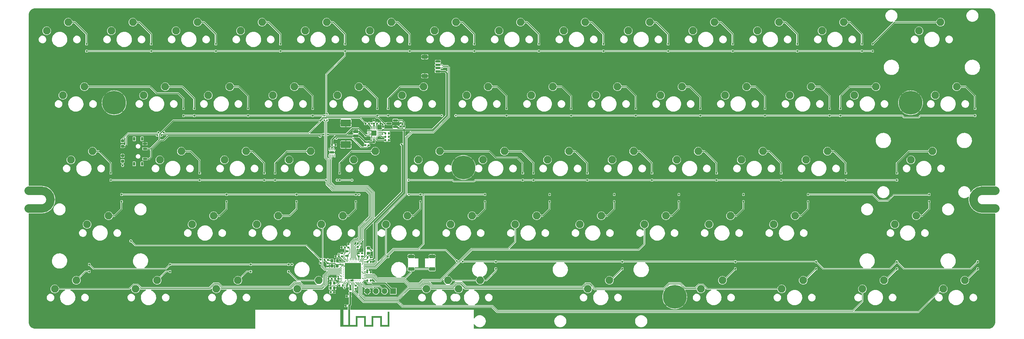
<source format=gbl>
G04 #@! TF.GenerationSoftware,KiCad,Pcbnew,7.0.5*
G04 #@! TF.CreationDate,2024-03-02T17:21:11+09:00*
G04 #@! TF.ProjectId,Hotp4ck60,486f7470-3463-46b3-9630-2e6b69636164,rev?*
G04 #@! TF.SameCoordinates,Original*
G04 #@! TF.FileFunction,Copper,L2,Bot*
G04 #@! TF.FilePolarity,Positive*
%FSLAX46Y46*%
G04 Gerber Fmt 4.6, Leading zero omitted, Abs format (unit mm)*
G04 Created by KiCad (PCBNEW 7.0.5) date 2024-03-02 17:21:11*
%MOMM*%
%LPD*%
G01*
G04 APERTURE LIST*
G04 Aperture macros list*
%AMRoundRect*
0 Rectangle with rounded corners*
0 $1 Rounding radius*
0 $2 $3 $4 $5 $6 $7 $8 $9 X,Y pos of 4 corners*
0 Add a 4 corners polygon primitive as box body*
4,1,4,$2,$3,$4,$5,$6,$7,$8,$9,$2,$3,0*
0 Add four circle primitives for the rounded corners*
1,1,$1+$1,$2,$3*
1,1,$1+$1,$4,$5*
1,1,$1+$1,$6,$7*
1,1,$1+$1,$8,$9*
0 Add four rect primitives between the rounded corners*
20,1,$1+$1,$2,$3,$4,$5,0*
20,1,$1+$1,$4,$5,$6,$7,0*
20,1,$1+$1,$6,$7,$8,$9,0*
20,1,$1+$1,$8,$9,$2,$3,0*%
G04 Aperture macros list end*
G04 #@! TA.AperFunction,EtchedComponent*
%ADD10C,2.501900*%
G04 #@! TD*
G04 #@! TA.AperFunction,ComponentPad*
%ADD11C,2.250000*%
G04 #@! TD*
G04 #@! TA.AperFunction,ComponentPad*
%ADD12R,1.700000X1.700000*%
G04 #@! TD*
G04 #@! TA.AperFunction,ComponentPad*
%ADD13O,1.700000X1.700000*%
G04 #@! TD*
G04 #@! TA.AperFunction,ComponentPad*
%ADD14C,7.001300*%
G04 #@! TD*
G04 #@! TA.AperFunction,ComponentPad*
%ADD15C,7.000240*%
G04 #@! TD*
G04 #@! TA.AperFunction,SMDPad,CuDef*
%ADD16RoundRect,0.140000X-0.140000X-0.170000X0.140000X-0.170000X0.140000X0.170000X-0.140000X0.170000X0*%
G04 #@! TD*
G04 #@! TA.AperFunction,SMDPad,CuDef*
%ADD17RoundRect,0.112500X-0.112500X0.187500X-0.112500X-0.187500X0.112500X-0.187500X0.112500X0.187500X0*%
G04 #@! TD*
G04 #@! TA.AperFunction,SMDPad,CuDef*
%ADD18RoundRect,0.140000X0.170000X-0.140000X0.170000X0.140000X-0.170000X0.140000X-0.170000X-0.140000X0*%
G04 #@! TD*
G04 #@! TA.AperFunction,SMDPad,CuDef*
%ADD19RoundRect,0.140000X0.140000X0.170000X-0.140000X0.170000X-0.140000X-0.170000X0.140000X-0.170000X0*%
G04 #@! TD*
G04 #@! TA.AperFunction,SMDPad,CuDef*
%ADD20RoundRect,0.112500X0.112500X-0.187500X0.112500X0.187500X-0.112500X0.187500X-0.112500X-0.187500X0*%
G04 #@! TD*
G04 #@! TA.AperFunction,SMDPad,CuDef*
%ADD21RoundRect,0.218750X-0.256250X0.218750X-0.256250X-0.218750X0.256250X-0.218750X0.256250X0.218750X0*%
G04 #@! TD*
G04 #@! TA.AperFunction,SMDPad,CuDef*
%ADD22RoundRect,0.150000X0.587500X0.150000X-0.587500X0.150000X-0.587500X-0.150000X0.587500X-0.150000X0*%
G04 #@! TD*
G04 #@! TA.AperFunction,SMDPad,CuDef*
%ADD23R,1.100000X0.600000*%
G04 #@! TD*
G04 #@! TA.AperFunction,SMDPad,CuDef*
%ADD24RoundRect,0.135000X-0.135000X-0.185000X0.135000X-0.185000X0.135000X0.185000X-0.135000X0.185000X0*%
G04 #@! TD*
G04 #@! TA.AperFunction,SMDPad,CuDef*
%ADD25RoundRect,0.135000X0.185000X-0.135000X0.185000X0.135000X-0.185000X0.135000X-0.185000X-0.135000X0*%
G04 #@! TD*
G04 #@! TA.AperFunction,SMDPad,CuDef*
%ADD26RoundRect,0.225000X0.225000X0.250000X-0.225000X0.250000X-0.225000X-0.250000X0.225000X-0.250000X0*%
G04 #@! TD*
G04 #@! TA.AperFunction,SMDPad,CuDef*
%ADD27RoundRect,0.147500X0.172500X-0.147500X0.172500X0.147500X-0.172500X0.147500X-0.172500X-0.147500X0*%
G04 #@! TD*
G04 #@! TA.AperFunction,SMDPad,CuDef*
%ADD28RoundRect,0.062500X-0.062500X0.325000X-0.062500X-0.325000X0.062500X-0.325000X0.062500X0.325000X0*%
G04 #@! TD*
G04 #@! TA.AperFunction,SMDPad,CuDef*
%ADD29R,1.300000X0.700000*%
G04 #@! TD*
G04 #@! TA.AperFunction,SMDPad,CuDef*
%ADD30R,0.800000X0.900000*%
G04 #@! TD*
G04 #@! TA.AperFunction,SMDPad,CuDef*
%ADD31RoundRect,0.090000X0.535000X-0.210000X0.535000X0.210000X-0.535000X0.210000X-0.535000X-0.210000X0*%
G04 #@! TD*
G04 #@! TA.AperFunction,SMDPad,CuDef*
%ADD32RoundRect,0.105000X-0.245000X-0.445000X0.245000X-0.445000X0.245000X0.445000X-0.245000X0.445000X0*%
G04 #@! TD*
G04 #@! TA.AperFunction,SMDPad,CuDef*
%ADD33RoundRect,0.140000X-0.170000X0.140000X-0.170000X-0.140000X0.170000X-0.140000X0.170000X0.140000X0*%
G04 #@! TD*
G04 #@! TA.AperFunction,SMDPad,CuDef*
%ADD34RoundRect,0.062500X0.062500X-0.375000X0.062500X0.375000X-0.062500X0.375000X-0.062500X-0.375000X0*%
G04 #@! TD*
G04 #@! TA.AperFunction,SMDPad,CuDef*
%ADD35RoundRect,0.062500X0.375000X-0.062500X0.375000X0.062500X-0.375000X0.062500X-0.375000X-0.062500X0*%
G04 #@! TD*
G04 #@! TA.AperFunction,SMDPad,CuDef*
%ADD36R,1.600000X1.600000*%
G04 #@! TD*
G04 #@! TA.AperFunction,SMDPad,CuDef*
%ADD37RoundRect,0.147500X0.147500X0.172500X-0.147500X0.172500X-0.147500X-0.172500X0.147500X-0.172500X0*%
G04 #@! TD*
G04 #@! TA.AperFunction,SMDPad,CuDef*
%ADD38RoundRect,0.218750X0.218750X0.256250X-0.218750X0.256250X-0.218750X-0.256250X0.218750X-0.256250X0*%
G04 #@! TD*
G04 #@! TA.AperFunction,SMDPad,CuDef*
%ADD39RoundRect,0.200000X0.600000X-0.200000X0.600000X0.200000X-0.600000X0.200000X-0.600000X-0.200000X0*%
G04 #@! TD*
G04 #@! TA.AperFunction,SMDPad,CuDef*
%ADD40RoundRect,0.250001X1.249999X-0.799999X1.249999X0.799999X-1.249999X0.799999X-1.249999X-0.799999X0*%
G04 #@! TD*
G04 #@! TA.AperFunction,SMDPad,CuDef*
%ADD41RoundRect,0.275000X0.625000X0.275000X-0.625000X0.275000X-0.625000X-0.275000X0.625000X-0.275000X0*%
G04 #@! TD*
G04 #@! TA.AperFunction,SMDPad,CuDef*
%ADD42RoundRect,0.135000X0.135000X0.185000X-0.135000X0.185000X-0.135000X-0.185000X0.135000X-0.185000X0*%
G04 #@! TD*
G04 #@! TA.AperFunction,SMDPad,CuDef*
%ADD43RoundRect,0.218750X0.256250X-0.218750X0.256250X0.218750X-0.256250X0.218750X-0.256250X-0.218750X0*%
G04 #@! TD*
G04 #@! TA.AperFunction,ConnectorPad*
%ADD44R,0.500000X0.500000*%
G04 #@! TD*
G04 #@! TA.AperFunction,ComponentPad*
%ADD45R,0.900000X0.500000*%
G04 #@! TD*
G04 #@! TA.AperFunction,SMDPad,CuDef*
%ADD46RoundRect,0.150000X0.625000X-0.150000X0.625000X0.150000X-0.625000X0.150000X-0.625000X-0.150000X0*%
G04 #@! TD*
G04 #@! TA.AperFunction,SMDPad,CuDef*
%ADD47RoundRect,0.250000X0.650000X-0.350000X0.650000X0.350000X-0.650000X0.350000X-0.650000X-0.350000X0*%
G04 #@! TD*
G04 #@! TA.AperFunction,SMDPad,CuDef*
%ADD48C,0.250000*%
G04 #@! TD*
G04 #@! TA.AperFunction,SMDPad,CuDef*
%ADD49R,4.850000X4.850000*%
G04 #@! TD*
G04 #@! TA.AperFunction,ViaPad*
%ADD50C,0.600000*%
G04 #@! TD*
G04 #@! TA.AperFunction,ViaPad*
%ADD51C,0.500000*%
G04 #@! TD*
G04 #@! TA.AperFunction,ViaPad*
%ADD52C,0.800000*%
G04 #@! TD*
G04 #@! TA.AperFunction,Conductor*
%ADD53C,0.500000*%
G04 #@! TD*
G04 #@! TA.AperFunction,Conductor*
%ADD54C,0.250000*%
G04 #@! TD*
G04 #@! TA.AperFunction,Conductor*
%ADD55C,0.200000*%
G04 #@! TD*
G04 #@! TA.AperFunction,Conductor*
%ADD56C,0.135000*%
G04 #@! TD*
G04 #@! TA.AperFunction,Conductor*
%ADD57C,0.127000*%
G04 #@! TD*
G04 #@! TA.AperFunction,Conductor*
%ADD58C,0.400000*%
G04 #@! TD*
G04 APERTURE END LIST*
D10*
X71812500Y-152599050D02*
X75612500Y-152599050D01*
X71812500Y-157900950D02*
X75612500Y-157900950D01*
X353012500Y-152599050D02*
X356812500Y-152599050D01*
X353012500Y-157900950D02*
X356862500Y-157900950D01*
X78263450Y-155250000D02*
G75*
G03*
X75612500Y-152599050I-2650949J1D01*
G01*
X75612500Y-157900950D02*
G75*
G03*
X78263450Y-155250000I1J2650949D01*
G01*
X353012500Y-152599050D02*
G75*
G03*
X350361550Y-155250000I0J-2650950D01*
G01*
X350361550Y-155250000D02*
G75*
G03*
X353012500Y-157900950I2650950J0D01*
G01*
G04 #@! TA.AperFunction,EtchedComponent*
G36*
X164640000Y-192255000D02*
G01*
X166040000Y-192255000D01*
X166040000Y-187355000D01*
X166540000Y-187355000D01*
X166540000Y-192255000D01*
X168240000Y-192255000D01*
X168240000Y-189615000D01*
X171240000Y-189615000D01*
X171240000Y-192255000D01*
X172940000Y-192255000D01*
X172940000Y-189615000D01*
X175940000Y-189615000D01*
X175940000Y-192255000D01*
X177640000Y-192255000D01*
X177640000Y-188315000D01*
X178140000Y-188315000D01*
X178140000Y-192755000D01*
X175440000Y-192755000D01*
X175440000Y-190115000D01*
X173440000Y-190115000D01*
X173440000Y-192755000D01*
X170740000Y-192755000D01*
X170740000Y-190115000D01*
X168740000Y-190115000D01*
X168740000Y-192755000D01*
X163740000Y-192755000D01*
X163740000Y-187598215D01*
X164042417Y-187598215D01*
X164047153Y-187646622D01*
X164066815Y-187691416D01*
X164101755Y-187728186D01*
X164134647Y-187745092D01*
X164182733Y-187752982D01*
X164232318Y-187746408D01*
X164277628Y-187726313D01*
X164312888Y-187693643D01*
X164329782Y-187661417D01*
X164338222Y-187613158D01*
X164331691Y-187563632D01*
X164311132Y-187518447D01*
X164277489Y-187483213D01*
X164258878Y-187472600D01*
X164213363Y-187459700D01*
X164164844Y-187458957D01*
X164122181Y-187471065D01*
X164114269Y-187475419D01*
X164076326Y-187508203D01*
X164052258Y-187550605D01*
X164042417Y-187598215D01*
X163740000Y-187598215D01*
X163740000Y-187355000D01*
X164640000Y-187355000D01*
X164640000Y-192255000D01*
G37*
G04 #@! TD.AperFunction*
D11*
X196215000Y-162560000D03*
X202565000Y-160020000D03*
X81915000Y-124460000D03*
X88265000Y-121920000D03*
X281940000Y-143510000D03*
X288290000Y-140970000D03*
X262890000Y-143510000D03*
X269240000Y-140970000D03*
X267652500Y-105410000D03*
X274002500Y-102870000D03*
X124777500Y-124460000D03*
X131127500Y-121920000D03*
D12*
X179300000Y-182265000D03*
D13*
X176760000Y-182265000D03*
X174220000Y-182265000D03*
X171680000Y-182265000D03*
D11*
X253365000Y-162560000D03*
X259715000Y-160020000D03*
X220027500Y-124460000D03*
X226377500Y-121920000D03*
X236696250Y-181610000D03*
X243046250Y-179070000D03*
X248602500Y-105410000D03*
X254952500Y-102870000D03*
X181927500Y-124460000D03*
X188277500Y-121920000D03*
X293846250Y-181610000D03*
X300196250Y-179070000D03*
X270033750Y-181610000D03*
X276383750Y-179070000D03*
X167640000Y-143510000D03*
X173990000Y-140970000D03*
X215265000Y-162560000D03*
X221615000Y-160020000D03*
X200977500Y-124460000D03*
X207327500Y-121920000D03*
X339090000Y-124460000D03*
X345440000Y-121920000D03*
X103346250Y-181610000D03*
X109696250Y-179070000D03*
X110490000Y-143510000D03*
X116840000Y-140970000D03*
X258127500Y-124460000D03*
X264477500Y-121920000D03*
X148590000Y-143510000D03*
X154940000Y-140970000D03*
X210502500Y-105410000D03*
X216852500Y-102870000D03*
X317658750Y-181610000D03*
X324008750Y-179070000D03*
X191452500Y-105410000D03*
X197802500Y-102870000D03*
X115252500Y-105410000D03*
X121602500Y-102870000D03*
X143827500Y-124460000D03*
X150177500Y-121920000D03*
X234315000Y-162560000D03*
X240665000Y-160020000D03*
X229552500Y-105410000D03*
X235902500Y-102870000D03*
X305752500Y-105410000D03*
X312102500Y-102870000D03*
X129540000Y-143510000D03*
X135890000Y-140970000D03*
X205740000Y-143510000D03*
X212090000Y-140970000D03*
X139065000Y-162560000D03*
X145415000Y-160020000D03*
X315277500Y-124460000D03*
X321627500Y-121920000D03*
X84296250Y-143510000D03*
X90646250Y-140970000D03*
X153352500Y-105410000D03*
X159702500Y-102870000D03*
X300990000Y-143510000D03*
X307340000Y-140970000D03*
X89058750Y-162560000D03*
X95408750Y-160020000D03*
X79533750Y-181610000D03*
X85883750Y-179070000D03*
X243840000Y-143510000D03*
X250190000Y-140970000D03*
X134302500Y-105410000D03*
X140652500Y-102870000D03*
X186690000Y-143510000D03*
X193040000Y-140970000D03*
X327183750Y-162560000D03*
X333533750Y-160020000D03*
X189071250Y-181610000D03*
X195421250Y-179070000D03*
X331946250Y-143510000D03*
X338296250Y-140970000D03*
X272415000Y-162560000D03*
X278765000Y-160020000D03*
X277177500Y-124460000D03*
X283527500Y-121920000D03*
X224790000Y-143510000D03*
X231140000Y-140970000D03*
X177165000Y-162560000D03*
X183515000Y-160020000D03*
X172402500Y-105410000D03*
X178752500Y-102870000D03*
X162877500Y-124460000D03*
X169227500Y-121920000D03*
X120015000Y-162560000D03*
X126365000Y-160020000D03*
X150971250Y-181610000D03*
X157321250Y-179070000D03*
X341471250Y-181610000D03*
X347821250Y-179070000D03*
X105727500Y-124460000D03*
X112077500Y-121920000D03*
X158115000Y-162560000D03*
X164465000Y-160020000D03*
X127158750Y-181610000D03*
X133508750Y-179070000D03*
X198596250Y-181610000D03*
X204946250Y-179070000D03*
X296227500Y-124460000D03*
X302577500Y-121920000D03*
X96202500Y-105410000D03*
X102552500Y-102870000D03*
X286702500Y-105410000D03*
X293052500Y-102870000D03*
X239077500Y-124460000D03*
X245427500Y-121920000D03*
X77152500Y-105410000D03*
X83502500Y-102870000D03*
X291465000Y-162560000D03*
X297815000Y-160020000D03*
D14*
X97012500Y-126650000D03*
D15*
X200012500Y-145750000D03*
X262312500Y-183950000D03*
X331862500Y-126650000D03*
D11*
X334327500Y-105410000D03*
X340677500Y-102870000D03*
D16*
X171690000Y-176650000D03*
X172650000Y-176650000D03*
D17*
X89693750Y-174368750D03*
X89693750Y-176468750D03*
D18*
X166090000Y-169360000D03*
X166090000Y-168400000D03*
D19*
X163290000Y-172000000D03*
X162330000Y-172000000D03*
D20*
X127000000Y-111381250D03*
X127000000Y-109281250D03*
X217487500Y-149481250D03*
X217487500Y-147381250D03*
D21*
X99520000Y-142282500D03*
X99520000Y-143857500D03*
D20*
X212725000Y-130431250D03*
X212725000Y-128331250D03*
D22*
X179947500Y-131840000D03*
X179947500Y-133740000D03*
X178072500Y-132790000D03*
D17*
X113506250Y-174368750D03*
X113506250Y-176468750D03*
D18*
X169150000Y-172040000D03*
X169150000Y-171080000D03*
D20*
X96043750Y-149481250D03*
X96043750Y-147381250D03*
D17*
X137318750Y-174368750D03*
X137318750Y-176468750D03*
D20*
X350837500Y-130431250D03*
X350837500Y-128331250D03*
D17*
X337343750Y-153731250D03*
X337343750Y-155831250D03*
D20*
X146050000Y-111381250D03*
X146050000Y-109281250D03*
X255587500Y-149481250D03*
X255587500Y-147381250D03*
D17*
X99218750Y-153731250D03*
X99218750Y-155831250D03*
D18*
X170140000Y-172040000D03*
X170140000Y-171080000D03*
D16*
X165680000Y-183760000D03*
X166640000Y-183760000D03*
X165680000Y-180740000D03*
X166640000Y-180740000D03*
D20*
X220662500Y-149481250D03*
X220662500Y-147381250D03*
X307975000Y-130431250D03*
X307975000Y-128331250D03*
X88900000Y-111381250D03*
X88900000Y-109281250D03*
D23*
X165650000Y-171860000D03*
X165650000Y-170460000D03*
D17*
X351631250Y-173575000D03*
X351631250Y-175675000D03*
D24*
X176990000Y-137730000D03*
X178010000Y-137730000D03*
D17*
X148431250Y-174368750D03*
X148431250Y-176468750D03*
D20*
X222250000Y-111381250D03*
X222250000Y-109281250D03*
D25*
X181480000Y-133674000D03*
X181480000Y-132654000D03*
D20*
X184150000Y-111381250D03*
X184150000Y-109281250D03*
D17*
X263525000Y-153731250D03*
X263525000Y-155831250D03*
D20*
X288925000Y-130431250D03*
X288925000Y-128331250D03*
D25*
X182496000Y-134694000D03*
X182496000Y-133674000D03*
D20*
X311150000Y-130431250D03*
X311150000Y-128331250D03*
D26*
X162805000Y-174800000D03*
X161255000Y-174800000D03*
D17*
X301625000Y-153731250D03*
X301625000Y-155831250D03*
D18*
X176300000Y-134695000D03*
X176300000Y-133735000D03*
D19*
X163100000Y-178580000D03*
X162140000Y-178580000D03*
D17*
X304006250Y-173575000D03*
X304006250Y-175675000D03*
D27*
X166640000Y-182735000D03*
X166640000Y-181765000D03*
D20*
X155575000Y-130431250D03*
X155575000Y-128331250D03*
D28*
X160530000Y-140337500D03*
X161030000Y-140337500D03*
X161530000Y-140337500D03*
X162030000Y-140337500D03*
X162030000Y-142262500D03*
X161530000Y-142262500D03*
X161030000Y-142262500D03*
X160530000Y-142262500D03*
D29*
X161280000Y-141300000D03*
D20*
X163512500Y-149481250D03*
X163512500Y-147381250D03*
D24*
X176990000Y-135660000D03*
X178010000Y-135660000D03*
D17*
X246856250Y-173575000D03*
X246856250Y-175675000D03*
X168275000Y-153731250D03*
X168275000Y-155831250D03*
D20*
X120650000Y-130431250D03*
X120650000Y-128331250D03*
D17*
X150812500Y-153731250D03*
X150812500Y-155831250D03*
D30*
X160850000Y-181310000D03*
X160850000Y-179910000D03*
X161950000Y-179910000D03*
X161950000Y-181310000D03*
D31*
X106090000Y-143240000D03*
X106090000Y-140240000D03*
X106090000Y-138740000D03*
D32*
X105240000Y-137290000D03*
X102940000Y-137290000D03*
X105240000Y-144690000D03*
X102940000Y-144690000D03*
D16*
X161280000Y-139110000D03*
X162240000Y-139110000D03*
D19*
X161880000Y-182560000D03*
X160920000Y-182560000D03*
D20*
X203200000Y-111381250D03*
X203200000Y-109281250D03*
D17*
X225425000Y-153731250D03*
X225425000Y-155831250D03*
D33*
X171060000Y-138210000D03*
X171060000Y-139170000D03*
D20*
X312737500Y-149481250D03*
X312737500Y-147381250D03*
D17*
X209550000Y-173575000D03*
X209550000Y-175675000D03*
D33*
X160000000Y-174040000D03*
X160000000Y-175000000D03*
D16*
X171720000Y-173590000D03*
X172680000Y-173590000D03*
D17*
X130175000Y-153731250D03*
X130175000Y-155831250D03*
D24*
X176980000Y-136690000D03*
X178000000Y-136690000D03*
D20*
X241300000Y-111381250D03*
X241300000Y-109281250D03*
X317500000Y-111381250D03*
X317500000Y-109281250D03*
X107950000Y-111381250D03*
X107950000Y-109281250D03*
X177800000Y-130431250D03*
X177800000Y-128331250D03*
X117475000Y-130431250D03*
X117475000Y-128331250D03*
D16*
X171710000Y-172270000D03*
X172670000Y-172270000D03*
D34*
X174350000Y-137037500D03*
X173850000Y-137037500D03*
X173350000Y-137037500D03*
X172850000Y-137037500D03*
D35*
X172162500Y-136350000D03*
X172162500Y-135850000D03*
X172162500Y-135350000D03*
X172162500Y-134850000D03*
D34*
X172850000Y-134162500D03*
X173350000Y-134162500D03*
X173850000Y-134162500D03*
X174350000Y-134162500D03*
D35*
X175037500Y-134850000D03*
X175037500Y-135350000D03*
X175037500Y-135850000D03*
X175037500Y-136350000D03*
D36*
X173600000Y-135600000D03*
D37*
X160025000Y-173000000D03*
X159055000Y-173000000D03*
D16*
X171690000Y-179080000D03*
X172650000Y-179080000D03*
D17*
X280193750Y-173575000D03*
X280193750Y-175675000D03*
D38*
X162817500Y-173270000D03*
X161242500Y-173270000D03*
D20*
X136525000Y-130431250D03*
X136525000Y-128331250D03*
D39*
X168250000Y-136455000D03*
X168250000Y-135205000D03*
D40*
X165350000Y-139005000D03*
X165350000Y-132655000D03*
D17*
X187325000Y-153731250D03*
X187325000Y-155831250D03*
D20*
X269875000Y-130431250D03*
X269875000Y-128331250D03*
X122237500Y-149481250D03*
X122237500Y-147381250D03*
D16*
X165330000Y-186557364D03*
X166290000Y-186557364D03*
D41*
X190790000Y-172040000D03*
X184590000Y-172040000D03*
X190790000Y-175740000D03*
X184590000Y-175740000D03*
D42*
X169850000Y-168210000D03*
X168830000Y-168210000D03*
D43*
X171990000Y-171087500D03*
X171990000Y-169512500D03*
D20*
X141287500Y-149481250D03*
X141287500Y-147381250D03*
X274637500Y-149481250D03*
X274637500Y-147381250D03*
D44*
X166290000Y-187605000D03*
D45*
X164190000Y-187605000D03*
D20*
X279400000Y-111381250D03*
X279400000Y-109281250D03*
D18*
X173600000Y-132810000D03*
X173600000Y-131850000D03*
D21*
X99520000Y-137892500D03*
X99520000Y-139467500D03*
D20*
X174625000Y-130431250D03*
X174625000Y-128331250D03*
D19*
X165050000Y-169340000D03*
X164090000Y-169340000D03*
X164450000Y-180610000D03*
X163490000Y-180610000D03*
D20*
X327818750Y-149481250D03*
X327818750Y-147381250D03*
D17*
X244475000Y-153731250D03*
X244475000Y-155831250D03*
D20*
X320675000Y-111381250D03*
X320675000Y-109281250D03*
D25*
X172050000Y-139230000D03*
X172050000Y-138210000D03*
D20*
X298450000Y-111381250D03*
X298450000Y-109281250D03*
X236537500Y-149481250D03*
X236537500Y-147381250D03*
X165100000Y-111381250D03*
X165100000Y-109281250D03*
D17*
X282575000Y-153731250D03*
X282575000Y-155831250D03*
D33*
X168310000Y-180630000D03*
X168310000Y-181590000D03*
D20*
X260350000Y-111381250D03*
X260350000Y-109281250D03*
D24*
X171150000Y-132780000D03*
X172170000Y-132780000D03*
D46*
X192490000Y-117410000D03*
X192490000Y-116410000D03*
X192490000Y-115410000D03*
X192490000Y-114410000D03*
D47*
X188615000Y-118710000D03*
X188615000Y-113110000D03*
D48*
X164150000Y-175090000D03*
X164150000Y-175590000D03*
X164150000Y-176090000D03*
X164150000Y-176590000D03*
X164150000Y-177090000D03*
X164150000Y-177590000D03*
X164150000Y-178090000D03*
X164150000Y-178590000D03*
X164150000Y-179090000D03*
X169650000Y-179590000D03*
X169900000Y-173590000D03*
X170150000Y-174340000D03*
X170150000Y-175340000D03*
X170150000Y-175840000D03*
X170150000Y-176340000D03*
X170150000Y-176840000D03*
X170150000Y-177340000D03*
X170150000Y-177840000D03*
X170150000Y-178340000D03*
X170150000Y-179590000D03*
X170650000Y-173590000D03*
X170650000Y-174090000D03*
X170650000Y-174590000D03*
X170650000Y-175090000D03*
X170650000Y-175590000D03*
X170650000Y-176090000D03*
X170650000Y-176590000D03*
X170650000Y-177090000D03*
X170650000Y-177590000D03*
X170650000Y-178090000D03*
X170650000Y-178590000D03*
X170650000Y-179090000D03*
X164650000Y-173090000D03*
X164650000Y-173840000D03*
X164650000Y-174340000D03*
X164650000Y-174840000D03*
X164650000Y-175340000D03*
X164650000Y-175840000D03*
X164650000Y-176340000D03*
X164650000Y-176840000D03*
X164650000Y-177340000D03*
X164650000Y-177840000D03*
X164650000Y-179590000D03*
X165150000Y-173090000D03*
X165400000Y-173590000D03*
X165400000Y-179090000D03*
X165650000Y-179590000D03*
D49*
X167400000Y-176340000D03*
D48*
X165900000Y-173590000D03*
X165900000Y-179090000D03*
X166150000Y-173090000D03*
X166400000Y-173590000D03*
X166400000Y-179090000D03*
X166650000Y-173090000D03*
X166650000Y-179590000D03*
X166900000Y-173590000D03*
X167150000Y-173090000D03*
X167150000Y-179590000D03*
X167400000Y-173590000D03*
X167650000Y-173090000D03*
X167650000Y-179590000D03*
X167900000Y-173590000D03*
X167900000Y-179090000D03*
X168150000Y-173090000D03*
X168150000Y-179590000D03*
X168400000Y-173590000D03*
X168400000Y-179090000D03*
X168650000Y-173090000D03*
X168650000Y-179590000D03*
X168900000Y-179090000D03*
X169150000Y-173090000D03*
X169150000Y-179590000D03*
X169400000Y-173590000D03*
X169400000Y-179090000D03*
D20*
X144462500Y-149481250D03*
X144462500Y-147381250D03*
X293687500Y-149481250D03*
X293687500Y-147381250D03*
D19*
X161200000Y-178590000D03*
X160240000Y-178590000D03*
D42*
X169850000Y-169190000D03*
X168830000Y-169190000D03*
D17*
X327818750Y-173575000D03*
X327818750Y-175675000D03*
D20*
X231775000Y-130431250D03*
X231775000Y-128331250D03*
D18*
X164240000Y-172030000D03*
X164240000Y-171070000D03*
D24*
X174550000Y-132770000D03*
X175570000Y-132770000D03*
D17*
X206375000Y-153731250D03*
X206375000Y-155831250D03*
D25*
X157880000Y-173970000D03*
X157880000Y-172950000D03*
D20*
X250825000Y-130431250D03*
X250825000Y-128331250D03*
D50*
X186860000Y-187480000D03*
X138080000Y-192550000D03*
X196862376Y-179762376D03*
X174000000Y-135200000D03*
X165620003Y-176929997D03*
X161670000Y-177831500D03*
X166820002Y-176930001D03*
D51*
X170930000Y-179870000D03*
D50*
X168019997Y-178130004D03*
X206870000Y-188660000D03*
X173089500Y-164810000D03*
X165620000Y-175730002D03*
X138120000Y-186070000D03*
X139440000Y-187440000D03*
X166820000Y-178130000D03*
X183840000Y-154720000D03*
X168760000Y-182360000D03*
X168020004Y-176930001D03*
X167200000Y-187480000D03*
X199136908Y-174186909D03*
X166820004Y-174530000D03*
X143260000Y-187470000D03*
X136290000Y-186070000D03*
X168020000Y-174530003D03*
X166820001Y-175730000D03*
X153480000Y-187470000D03*
X153480000Y-186150000D03*
X195670000Y-184170000D03*
X136190000Y-192550000D03*
X159080000Y-187460000D03*
X173380000Y-173590000D03*
X201670000Y-187480000D03*
X180410000Y-186020000D03*
X173340000Y-187470000D03*
X173200000Y-136000000D03*
X156980000Y-187460000D03*
X171180000Y-186050000D03*
X169310000Y-186060000D03*
X188680000Y-187480000D03*
X169220002Y-174530003D03*
X140930000Y-186140000D03*
X180430000Y-187470000D03*
X208270000Y-187480000D03*
X190900000Y-187480000D03*
D51*
X169645000Y-170330000D03*
X168160000Y-168150000D03*
D50*
X139440000Y-186120000D03*
X160955000Y-141300000D03*
X110924470Y-137188530D03*
X169220001Y-178130001D03*
X112240000Y-134890000D03*
X143260000Y-186150000D03*
X173089500Y-168240000D03*
X156980000Y-186140000D03*
X138080000Y-190450000D03*
X147460000Y-187470000D03*
X185530000Y-155830000D03*
X172000000Y-134020000D03*
X145360000Y-186150000D03*
X199870000Y-187480000D03*
D51*
X180660000Y-134030000D03*
D50*
X165620000Y-178130001D03*
X136190000Y-190450000D03*
D51*
X183340000Y-135540000D03*
D50*
X208250000Y-192430000D03*
D51*
X179950000Y-132820000D03*
D50*
X205030000Y-188280000D03*
X138090000Y-187900000D03*
X136190000Y-187950000D03*
X182310000Y-187480000D03*
X175210000Y-134020000D03*
X169220002Y-176930004D03*
X161605000Y-141300000D03*
X196110000Y-187480000D03*
X168020001Y-175729999D03*
X175810000Y-186020000D03*
D51*
X183340000Y-134020000D03*
D50*
X203550000Y-189210000D03*
X160990000Y-187480000D03*
X147460000Y-186150000D03*
X174000000Y-136000000D03*
X173200000Y-135200000D03*
X181344823Y-185002500D03*
X172040000Y-137170000D03*
X163090000Y-187480000D03*
X165620000Y-174530002D03*
X169220003Y-175729998D03*
X158706500Y-134380000D03*
X178550000Y-187470000D03*
X178480000Y-186020000D03*
D51*
X194550000Y-116740000D03*
X170250000Y-138900000D03*
D50*
X169300000Y-187480000D03*
X149280000Y-187470000D03*
X197990000Y-187480000D03*
X149280000Y-186150000D03*
X175930000Y-187450000D03*
X159360000Y-175000000D03*
X173080000Y-171150000D03*
X154880000Y-187460000D03*
X156862255Y-132421500D03*
X159080000Y-186140000D03*
D51*
X173400000Y-176650000D03*
D50*
X203420000Y-192580000D03*
X171120000Y-187480000D03*
X145360000Y-187470000D03*
D51*
X173360000Y-179080000D03*
D50*
X208270000Y-190040000D03*
X191231172Y-180102500D03*
X173089920Y-162754479D03*
X184760000Y-187480000D03*
X175390000Y-172320000D03*
X151380000Y-186150000D03*
X203550000Y-187480000D03*
X152538795Y-179596048D03*
X173350000Y-186020000D03*
X175190000Y-137150000D03*
X165140000Y-187530000D03*
X140930000Y-187460000D03*
X193490000Y-187480000D03*
X151380000Y-187470000D03*
X173089500Y-166620000D03*
D51*
X181710000Y-138940000D03*
D50*
X160086500Y-136000000D03*
D51*
X172850000Y-132810000D03*
D50*
X109737865Y-136184530D03*
X110924970Y-136184970D03*
D51*
X171240000Y-136350000D03*
D50*
X158706500Y-136000000D03*
D51*
X164930000Y-181290000D03*
X163720000Y-174340000D03*
X173220000Y-179870000D03*
D50*
X171690000Y-176080000D03*
D51*
X172880000Y-170200000D03*
X163040000Y-177870000D03*
X168740000Y-169960000D03*
X163290000Y-171360000D03*
D52*
X173600000Y-138210000D03*
D51*
X159820000Y-131810000D03*
X159820000Y-129930000D03*
X159000000Y-130431250D03*
X193620000Y-130431250D03*
X197740000Y-130431250D03*
X159000000Y-131810000D03*
X159460000Y-149480000D03*
X162731250Y-149481250D03*
X183830000Y-149481250D03*
X167160000Y-149481250D03*
X183920000Y-153731250D03*
X169230000Y-153730000D03*
D50*
X149481250Y-174368750D03*
X199781130Y-173551100D03*
X198043392Y-173328808D03*
X177780964Y-172110964D03*
X99520000Y-145170000D03*
X101940000Y-167450000D03*
X111661082Y-135448857D03*
X110080000Y-135458530D03*
D51*
X176700000Y-132790000D03*
X176140000Y-135880000D03*
X162540000Y-137160000D03*
X157770000Y-136552000D03*
D53*
X166640000Y-186207364D02*
X166290000Y-186557364D01*
X166640000Y-182735000D02*
X166640000Y-183760000D01*
X166290000Y-187605000D02*
X166290000Y-186730000D01*
X166640000Y-183760000D02*
X166640000Y-186207364D01*
D54*
X179950000Y-133737500D02*
X179947500Y-133740000D01*
D55*
X164530000Y-174720000D02*
X164160000Y-174720000D01*
D56*
X165900000Y-179090000D02*
X166027000Y-179217000D01*
D54*
X160200000Y-174800000D02*
X160000000Y-175000000D01*
D56*
X160240000Y-179300000D02*
X160850000Y-179910000D01*
D54*
X181314000Y-132820000D02*
X179950000Y-132820000D01*
X172852000Y-134852000D02*
X173200000Y-135200000D01*
D56*
X161880000Y-181380000D02*
X161950000Y-181310000D01*
D54*
X172850000Y-137037500D02*
X172852000Y-137035500D01*
D56*
X166027000Y-179217000D02*
X166027000Y-180393000D01*
D54*
X180660000Y-134030000D02*
X180370000Y-133740000D01*
X172852000Y-137035500D02*
X172852000Y-136348000D01*
D56*
X160240000Y-178590000D02*
X160240000Y-179300000D01*
D54*
X161255000Y-174800000D02*
X160200000Y-174800000D01*
D55*
X167400000Y-178130000D02*
X167400000Y-179130000D01*
X164650000Y-174840000D02*
X164530000Y-174720000D01*
D54*
X164650000Y-174840000D02*
X165900000Y-174840000D01*
D56*
X161880000Y-182560000D02*
X161880000Y-181380000D01*
D54*
X172164500Y-134852000D02*
X172852000Y-134852000D01*
X181480000Y-132654000D02*
X181314000Y-132820000D01*
X172162500Y-135850000D02*
X173050000Y-135850000D01*
X172852000Y-136348000D02*
X173200000Y-136000000D01*
X180370000Y-133740000D02*
X179947500Y-133740000D01*
X173050000Y-135850000D02*
X173200000Y-136000000D01*
X179950000Y-132820000D02*
X179950000Y-133737500D01*
D56*
X165900000Y-179090000D02*
X165900000Y-177840000D01*
X166027000Y-180393000D02*
X165680000Y-180740000D01*
D54*
X172162500Y-134850000D02*
X172164500Y-134852000D01*
D57*
X166285000Y-179205000D02*
X166285000Y-180385000D01*
X166285000Y-180385000D02*
X166640000Y-180740000D01*
X166400000Y-179090000D02*
X166285000Y-179205000D01*
D53*
X166640000Y-180740000D02*
X166640000Y-181765000D01*
D56*
X161500000Y-180610000D02*
X160850000Y-181260000D01*
X163620000Y-179590000D02*
X162600000Y-180610000D01*
X164650000Y-179590000D02*
X163620000Y-179590000D01*
X162600000Y-180610000D02*
X161500000Y-180610000D01*
X160920000Y-182560000D02*
X160920000Y-181380000D01*
X160920000Y-181380000D02*
X160850000Y-181310000D01*
X160850000Y-181260000D02*
X160850000Y-181310000D01*
X163912000Y-179328000D02*
X163511476Y-179328000D01*
X161200000Y-178590000D02*
X161600000Y-178990000D01*
X162929476Y-179910000D02*
X161950000Y-179910000D01*
X161600000Y-178990000D02*
X161600000Y-179560000D01*
X163511476Y-179328000D02*
X162929476Y-179910000D01*
X164150000Y-179090000D02*
X163912000Y-179328000D01*
X161600000Y-179560000D02*
X161950000Y-179910000D01*
X164780000Y-172268158D02*
X164780000Y-171330000D01*
X165050000Y-169860000D02*
X165050000Y-169340000D01*
X165518000Y-173472000D02*
X165518000Y-173006158D01*
X165518000Y-173006158D02*
X164780000Y-172268158D01*
X165400000Y-173590000D02*
X165518000Y-173472000D01*
X164780000Y-171330000D02*
X165650000Y-170460000D01*
X165650000Y-170460000D02*
X165050000Y-169860000D01*
X165780000Y-171990000D02*
X165650000Y-171860000D01*
X165780000Y-173470000D02*
X165780000Y-171990000D01*
X165650000Y-171860000D02*
X166500000Y-171010000D01*
X166500000Y-171010000D02*
X166500000Y-169770000D01*
X165900000Y-173590000D02*
X165780000Y-173470000D01*
X166500000Y-169770000D02*
X166090000Y-169360000D01*
D54*
X171240000Y-136350000D02*
X169030000Y-134140000D01*
X173850000Y-134162500D02*
X173850000Y-133490000D01*
X173350000Y-134162500D02*
X173350000Y-133490000D01*
D58*
X181710000Y-138940000D02*
X181969000Y-139199000D01*
D54*
X100670000Y-139050000D02*
X100252500Y-139467500D01*
X170920000Y-171712196D02*
X170592196Y-172040000D01*
X100252500Y-139467500D02*
X99520000Y-139467500D01*
X101307774Y-136010030D02*
X100670000Y-136647804D01*
X173600000Y-133240000D02*
X173600000Y-132810000D01*
D55*
X169626000Y-173041552D02*
X170130000Y-172537552D01*
D54*
X170592196Y-172040000D02*
X170140000Y-172040000D01*
X160089500Y-136003000D02*
X160086500Y-136000000D01*
X170920000Y-171410000D02*
X170920000Y-171712196D01*
X158706500Y-136000000D02*
X111109940Y-136000000D01*
X111109940Y-136000000D02*
X110924970Y-136184970D01*
X173850000Y-133490000D02*
X173600000Y-133240000D01*
D55*
X169626000Y-173364000D02*
X169400000Y-173590000D01*
X170130000Y-172537552D02*
X170130000Y-172030000D01*
D54*
X173600000Y-132810000D02*
X172850000Y-132810000D01*
D58*
X181969000Y-139199000D02*
X181969000Y-152989392D01*
X181969000Y-152989392D02*
X170920000Y-164038393D01*
X170920000Y-164038393D02*
X170920000Y-171410000D01*
D54*
X109737865Y-136184530D02*
X109563365Y-136010030D01*
X169030000Y-134140000D02*
X167270000Y-134140000D01*
X100670000Y-136647804D02*
X100670000Y-139050000D01*
D55*
X169626000Y-173041552D02*
X169626000Y-173364000D01*
D54*
X167270000Y-134140000D02*
X165407000Y-136003000D01*
X165407000Y-136003000D02*
X160089500Y-136003000D01*
X173350000Y-133490000D02*
X173600000Y-133240000D01*
X171240000Y-136350000D02*
X172162500Y-136350000D01*
X109563365Y-136010030D02*
X101307774Y-136010030D01*
X159055000Y-173095000D02*
X160000000Y-174040000D01*
X162045000Y-174040000D02*
X160000000Y-174040000D01*
X162045000Y-174040000D02*
X162805000Y-174800000D01*
D55*
X165070000Y-180170000D02*
X165650000Y-179590000D01*
D54*
X162770000Y-174775000D02*
X163205000Y-174340000D01*
X163205000Y-174340000D02*
X164650000Y-174340000D01*
X159055000Y-173000000D02*
X159055000Y-173095000D01*
D55*
X164930000Y-181290000D02*
X165070000Y-181150000D01*
X165070000Y-181150000D02*
X165070000Y-180170000D01*
X167650000Y-179590000D02*
X167650000Y-179970000D01*
X167650000Y-179970000D02*
X168310000Y-180630000D01*
X165050000Y-179440000D02*
X165050000Y-179687804D01*
X165050000Y-179687804D02*
X164450000Y-180287804D01*
X165400000Y-179090000D02*
X165050000Y-179440000D01*
X164450000Y-180287804D02*
X164450000Y-180610000D01*
X165150000Y-173090000D02*
X164450000Y-172390000D01*
X164450000Y-172390000D02*
X164450000Y-172030000D01*
D54*
X171630000Y-176590000D02*
X171690000Y-176650000D01*
D55*
X173220000Y-179870000D02*
X171960000Y-179870000D01*
D54*
X168740000Y-169960000D02*
X168588000Y-170112000D01*
X168740000Y-169960000D02*
X169272537Y-169960000D01*
D58*
X173220000Y-179870000D02*
X176905000Y-179870000D01*
D54*
X171990000Y-169512500D02*
X172192500Y-169512500D01*
X163290000Y-171360000D02*
X163290000Y-172000000D01*
D55*
X171960000Y-179870000D02*
X171690000Y-179600000D01*
X171690000Y-179600000D02*
X171690000Y-179080000D01*
D54*
X170650000Y-179090000D02*
X171680000Y-179090000D01*
X168588000Y-170112000D02*
X168588000Y-171478000D01*
X171680000Y-179090000D02*
X171690000Y-179080000D01*
D58*
X176905000Y-179870000D02*
X179300000Y-182265000D01*
D54*
X170650000Y-176590000D02*
X171630000Y-176590000D01*
X163110000Y-178590000D02*
X164150000Y-178590000D01*
X169150000Y-173090000D02*
X169150000Y-172040000D01*
X163100000Y-178580000D02*
X163110000Y-178590000D01*
X169850000Y-169382537D02*
X169850000Y-169190000D01*
X169272537Y-169960000D02*
X169850000Y-169382537D01*
X171690000Y-176650000D02*
X171690000Y-176080000D01*
X169850000Y-169190000D02*
X169850000Y-168210000D01*
X163040000Y-177870000D02*
X163100000Y-177930000D01*
X164380000Y-173090000D02*
X163290000Y-172000000D01*
X168588000Y-171478000D02*
X169150000Y-172040000D01*
X164650000Y-173090000D02*
X164380000Y-173090000D01*
X171992500Y-169510000D02*
X171990000Y-169512500D01*
X163100000Y-177930000D02*
X163100000Y-178580000D01*
X172192500Y-169512500D02*
X172880000Y-170200000D01*
D58*
X173300000Y-172950000D02*
X173716000Y-172534000D01*
D54*
X175037500Y-134850000D02*
X176150000Y-134850000D01*
X176150000Y-134850000D02*
X176300000Y-134700000D01*
X170650000Y-173590000D02*
X171720000Y-173590000D01*
D58*
X171720000Y-173540000D02*
X171720000Y-173590000D01*
X176301000Y-134694000D02*
X176300000Y-134695000D01*
D54*
X172360000Y-172950000D02*
X171720000Y-173590000D01*
D58*
X182496000Y-134694000D02*
X176301000Y-134694000D01*
X173716000Y-161987683D02*
X182496000Y-153207682D01*
X173716000Y-172534000D02*
X173716000Y-161987683D01*
X182496000Y-134694000D02*
X190865999Y-134694000D01*
X190865999Y-134694000D02*
X195086000Y-130473999D01*
X195086000Y-117876000D02*
X194620000Y-117410000D01*
X195086000Y-130473999D02*
X195086000Y-117876000D01*
X194620000Y-117410000D02*
X192490000Y-117410000D01*
X182496000Y-153207682D02*
X182496000Y-134694000D01*
D54*
X173300000Y-172950000D02*
X172360000Y-172950000D01*
D55*
X170280000Y-173320000D02*
X170670000Y-172930000D01*
X170670000Y-172930000D02*
X171370000Y-172930000D01*
X171370000Y-172930000D02*
X171710000Y-172590000D01*
X170150000Y-174340000D02*
X170280000Y-174210000D01*
X170280000Y-174210000D02*
X170280000Y-173320000D01*
X171710000Y-172590000D02*
X171710000Y-172270000D01*
D54*
X173600000Y-137730000D02*
X173600000Y-138210000D01*
D58*
X161280000Y-137560000D02*
X162385000Y-136455000D01*
D54*
X161280000Y-139650000D02*
X161280000Y-139110000D01*
X161530000Y-140337500D02*
X161530000Y-139900000D01*
X173850000Y-137480000D02*
X173600000Y-137730000D01*
X173350000Y-137480000D02*
X173600000Y-137730000D01*
X173850000Y-137037500D02*
X173850000Y-137480000D01*
D58*
X162385000Y-136455000D02*
X168250000Y-136455000D01*
X173600000Y-138210000D02*
X171060000Y-138210000D01*
X161280000Y-139110000D02*
X161280000Y-137560000D01*
X169305000Y-136455000D02*
X168250000Y-136455000D01*
D54*
X161530000Y-139900000D02*
X161280000Y-139650000D01*
D58*
X171060000Y-138210000D02*
X169305000Y-136455000D01*
D54*
X161030000Y-140337500D02*
X161030000Y-139900000D01*
X173350000Y-137037500D02*
X173350000Y-137480000D01*
X161030000Y-139900000D02*
X161280000Y-139650000D01*
D55*
X172953000Y-160476628D02*
X169839000Y-163590628D01*
X169839000Y-166464159D02*
X168843159Y-167460000D01*
X160286000Y-143568448D02*
X160286000Y-150440896D01*
X168142893Y-167460000D02*
X167582000Y-168020893D01*
X169839000Y-163590628D02*
X169839000Y-166464159D01*
X159820000Y-129930000D02*
X159560000Y-129670000D01*
X159560000Y-142842448D02*
X160286000Y-143568448D01*
X167582000Y-168020893D02*
X167582000Y-172584448D01*
X168843159Y-167460000D02*
X168142893Y-167460000D01*
X167582000Y-172584448D02*
X167650000Y-172652448D01*
X171561552Y-151934000D02*
X172953000Y-153325448D01*
X159560000Y-129670000D02*
X159560000Y-118270000D01*
X159560000Y-118270000D02*
X165100000Y-112730000D01*
X159820000Y-131760000D02*
X159560000Y-132020000D01*
X167650000Y-172652448D02*
X167650000Y-173090000D01*
X88900000Y-111381250D02*
X320675000Y-111381250D01*
X172953000Y-153325448D02*
X172953000Y-160476628D01*
X165100000Y-112730000D02*
X165100000Y-111381250D01*
X160286000Y-150440896D02*
X161779104Y-151934000D01*
X161779104Y-151934000D02*
X171561552Y-151934000D01*
X159560000Y-132020000D02*
X159560000Y-142842448D01*
D54*
X88900000Y-106362500D02*
X85407500Y-102870000D01*
X85407500Y-102870000D02*
X83502500Y-102870000D01*
X88900000Y-109281250D02*
X88900000Y-106362500D01*
X104457500Y-102870000D02*
X102552500Y-102870000D01*
X107950000Y-106362500D02*
X104457500Y-102870000D01*
X107950000Y-109281250D02*
X107950000Y-106362500D01*
X127000000Y-109281250D02*
X127000000Y-106362500D01*
X123507500Y-102870000D02*
X121602500Y-102870000D01*
X127000000Y-106362500D02*
X123507500Y-102870000D01*
X142557500Y-102870000D02*
X140652500Y-102870000D01*
X146050000Y-106362500D02*
X142557500Y-102870000D01*
X146050000Y-109281250D02*
X146050000Y-106362500D01*
X165100000Y-106362500D02*
X161607500Y-102870000D01*
X161607500Y-102870000D02*
X159702500Y-102870000D01*
X165100000Y-109281250D02*
X165100000Y-106362500D01*
X184150000Y-109281250D02*
X184150000Y-106362500D01*
X180657500Y-102870000D02*
X178752500Y-102870000D01*
X184150000Y-106362500D02*
X180657500Y-102870000D01*
X203200000Y-109281250D02*
X203200000Y-106362500D01*
X203200000Y-106362500D02*
X199707500Y-102870000D01*
X199707500Y-102870000D02*
X197802500Y-102870000D01*
X222250000Y-109281250D02*
X222250000Y-106362500D01*
X222250000Y-106362500D02*
X218757500Y-102870000D01*
X218757500Y-102870000D02*
X216852500Y-102870000D01*
X241300000Y-109281250D02*
X241300000Y-106362500D01*
X237807500Y-102870000D02*
X235902500Y-102870000D01*
X241300000Y-106362500D02*
X237807500Y-102870000D01*
X260350000Y-109281250D02*
X260350000Y-106362500D01*
X256857500Y-102870000D02*
X254952500Y-102870000D01*
X260350000Y-106362500D02*
X256857500Y-102870000D01*
X275907500Y-102870000D02*
X274002500Y-102870000D01*
X279400000Y-109281250D02*
X279400000Y-106362500D01*
X279400000Y-106362500D02*
X275907500Y-102870000D01*
X298450000Y-109281250D02*
X298450000Y-106362500D01*
X298450000Y-106362500D02*
X294957500Y-102870000D01*
X294957500Y-102870000D02*
X293052500Y-102870000D01*
X317500000Y-106362500D02*
X314007500Y-102870000D01*
X317500000Y-109281250D02*
X317500000Y-106362500D01*
X314007500Y-102870000D02*
X312102500Y-102870000D01*
X327086250Y-102870000D02*
X340677500Y-102870000D01*
X320675000Y-109281250D02*
X327086250Y-102870000D01*
D55*
X197741250Y-130430000D02*
X212723750Y-130430000D01*
X350837500Y-130431250D02*
X350793100Y-130475650D01*
X172626000Y-153460896D02*
X172626000Y-160341180D01*
X171426104Y-152261000D02*
X172626000Y-153460896D01*
X168707711Y-167133000D02*
X168007445Y-167133000D01*
X167255000Y-172545000D02*
X167150000Y-172650000D01*
X329880000Y-130970000D02*
X334240000Y-130970000D01*
X159233000Y-142977896D02*
X159959000Y-143703896D01*
X212725000Y-130431250D02*
X311150000Y-130431250D01*
X329341250Y-130431250D02*
X329880000Y-130970000D01*
X212723750Y-130430000D02*
X212725000Y-130431250D01*
X159233000Y-132043000D02*
X159233000Y-142977896D01*
X334240000Y-130970000D02*
X334778750Y-130431250D01*
X161643656Y-152261000D02*
X171426104Y-152261000D01*
X197740000Y-130431250D02*
X197741250Y-130430000D01*
X159959000Y-143703896D02*
X159959000Y-150576344D01*
X168007445Y-167133000D02*
X167255000Y-167885445D01*
X193620000Y-130431250D02*
X177800000Y-130431250D01*
X172626000Y-160341180D02*
X169512000Y-163455180D01*
X159959000Y-150576344D02*
X161643656Y-152261000D01*
X169512000Y-166328711D02*
X168707711Y-167133000D01*
X169512000Y-163455180D02*
X169512000Y-166328711D01*
X334778750Y-130431250D02*
X350837500Y-130431250D01*
X311150000Y-130431250D02*
X329341250Y-130431250D01*
X159000000Y-131810000D02*
X159233000Y-132043000D01*
X167150000Y-172650000D02*
X167150000Y-173090000D01*
X177800000Y-130431250D02*
X117475000Y-130431250D01*
X167255000Y-167885445D02*
X167255000Y-172545000D01*
D54*
X115887500Y-123825000D02*
X109537500Y-123825000D01*
X107632500Y-121920000D02*
X88265000Y-121920000D01*
X117475000Y-125412500D02*
X115887500Y-123825000D01*
X109537500Y-123825000D02*
X107632500Y-121920000D01*
X117475000Y-128331250D02*
X117475000Y-125412500D01*
X117157500Y-121920000D02*
X112077500Y-121920000D01*
X120650000Y-125412500D02*
X117157500Y-121920000D01*
X120650000Y-128331250D02*
X120650000Y-125412500D01*
X133826250Y-121920000D02*
X131127500Y-121920000D01*
X136525000Y-128331250D02*
X136525000Y-124618750D01*
X136525000Y-124618750D02*
X133826250Y-121920000D01*
X155575000Y-124618750D02*
X152876250Y-121920000D01*
X152876250Y-121920000D02*
X150177500Y-121920000D01*
X155575000Y-128331250D02*
X155575000Y-124618750D01*
X174625000Y-128331250D02*
X174625000Y-125412500D01*
X174625000Y-125412500D02*
X171132500Y-121920000D01*
X171132500Y-121920000D02*
X169227500Y-121920000D01*
X177800000Y-128331250D02*
X177800000Y-125412500D01*
X177800000Y-125412500D02*
X181292500Y-121920000D01*
X181292500Y-121920000D02*
X188277500Y-121920000D01*
X210026250Y-121920000D02*
X207327500Y-121920000D01*
X212725000Y-128331250D02*
X212725000Y-124618750D01*
X212725000Y-124618750D02*
X210026250Y-121920000D01*
X229076250Y-121920000D02*
X226377500Y-121920000D01*
X231775000Y-124618750D02*
X229076250Y-121920000D01*
X231775000Y-128331250D02*
X231775000Y-124618750D01*
X250825000Y-124618750D02*
X248126250Y-121920000D01*
X250825000Y-128331250D02*
X250825000Y-124618750D01*
X248126250Y-121920000D02*
X245427500Y-121920000D01*
X269875000Y-128331250D02*
X269875000Y-125015625D01*
X266779375Y-121920000D02*
X264477500Y-121920000D01*
X269875000Y-125015625D02*
X266779375Y-121920000D01*
X288925000Y-124618750D02*
X286226250Y-121920000D01*
X288925000Y-128331250D02*
X288925000Y-124618750D01*
X286226250Y-121920000D02*
X283527500Y-121920000D01*
X305276250Y-121920000D02*
X302577500Y-121920000D01*
X307975000Y-128331250D02*
X307975000Y-124618750D01*
X307975000Y-124618750D02*
X305276250Y-121920000D01*
X313848750Y-121920000D02*
X321627500Y-121920000D01*
X311150000Y-124618750D02*
X313848750Y-121920000D01*
X311150000Y-128331250D02*
X311150000Y-124618750D01*
X348138750Y-121920000D02*
X345440000Y-121920000D01*
X350837500Y-124618750D02*
X348138750Y-121920000D01*
X350837500Y-128331250D02*
X350837500Y-124618750D01*
D55*
X162731250Y-149481250D02*
X163512500Y-149481250D01*
X203488750Y-149481250D02*
X217487500Y-149481250D01*
X159632000Y-149652000D02*
X159460000Y-149480000D01*
X166650000Y-172687552D02*
X166928000Y-172409552D01*
X168572263Y-166806000D02*
X169185000Y-166193263D01*
X197170000Y-149850000D02*
X203120000Y-149850000D01*
X166928000Y-172409552D02*
X166928000Y-167749997D01*
X327724880Y-149575120D02*
X327818750Y-149481250D01*
X141287500Y-149481250D02*
X96043750Y-149481250D01*
X167871997Y-166806000D02*
X168572263Y-166806000D01*
X166928000Y-167749997D02*
X167871997Y-166806000D01*
X166650000Y-173090000D02*
X166650000Y-172687552D01*
X171302656Y-152600000D02*
X168130000Y-152600000D01*
X161508208Y-152588000D02*
X159632000Y-150711792D01*
X159632000Y-150711792D02*
X159632000Y-149652000D01*
X169185000Y-163319732D02*
X172299000Y-160205732D01*
X203120000Y-149850000D02*
X203488750Y-149481250D01*
X168130000Y-152600000D02*
X168118000Y-152588000D01*
X96043750Y-149481250D02*
X96137620Y-149575120D01*
X159460000Y-149480000D02*
X144463750Y-149480000D01*
X183830000Y-149481250D02*
X196801250Y-149481250D01*
X172299000Y-153596344D02*
X171302656Y-152600000D01*
X169185000Y-166193263D02*
X169185000Y-163319732D01*
X144462500Y-149481250D02*
X141287500Y-149481250D01*
X144463750Y-149480000D02*
X144462500Y-149481250D01*
X168118000Y-152588000D02*
X161508208Y-152588000D01*
X196801250Y-149481250D02*
X197170000Y-149850000D01*
X167160000Y-149481250D02*
X163512500Y-149481250D01*
X172299000Y-160205732D02*
X172299000Y-153596344D01*
X217487500Y-149481250D02*
X327818750Y-149481250D01*
D54*
X96043750Y-147381250D02*
X96043750Y-144462500D01*
X92551250Y-140970000D02*
X90646250Y-140970000D01*
X96043750Y-144462500D02*
X92551250Y-140970000D01*
X119538750Y-140970000D02*
X116840000Y-140970000D01*
X122237500Y-143668750D02*
X119538750Y-140970000D01*
X122237500Y-147381250D02*
X122237500Y-143668750D01*
X141287500Y-144462500D02*
X137795000Y-140970000D01*
X137795000Y-140970000D02*
X135890000Y-140970000D01*
X141287500Y-147381250D02*
X141287500Y-144462500D01*
X144462500Y-144462500D02*
X147955000Y-140970000D01*
X144462500Y-147381250D02*
X144462500Y-144462500D01*
X147955000Y-140970000D02*
X154940000Y-140970000D01*
X167005000Y-140970000D02*
X173990000Y-140970000D01*
X163512500Y-147381250D02*
X163512500Y-144462500D01*
X163512500Y-144462500D02*
X167005000Y-140970000D01*
X215900000Y-142875000D02*
X209550000Y-142875000D01*
X207645000Y-140970000D02*
X193040000Y-140970000D01*
X217487500Y-147381250D02*
X217487500Y-144462500D01*
X217487500Y-144462500D02*
X215900000Y-142875000D01*
X209550000Y-142875000D02*
X207645000Y-140970000D01*
X220662500Y-147381250D02*
X220662500Y-144462500D01*
X220662500Y-144462500D02*
X217170000Y-140970000D01*
X217170000Y-140970000D02*
X212090000Y-140970000D01*
X236537500Y-147381250D02*
X236537500Y-144462500D01*
X236537500Y-144462500D02*
X233045000Y-140970000D01*
X233045000Y-140970000D02*
X231140000Y-140970000D01*
X255587500Y-144462500D02*
X252095000Y-140970000D01*
X252095000Y-140970000D02*
X250190000Y-140970000D01*
X255587500Y-147381250D02*
X255587500Y-144462500D01*
X274637500Y-147381250D02*
X274637500Y-144462500D01*
X274637500Y-144462500D02*
X271145000Y-140970000D01*
X271145000Y-140970000D02*
X269240000Y-140970000D01*
X290195000Y-140970000D02*
X288290000Y-140970000D01*
X293687500Y-144462500D02*
X290195000Y-140970000D01*
X293687500Y-147381250D02*
X293687500Y-144462500D01*
X309245000Y-140970000D02*
X307340000Y-140970000D01*
X312737500Y-147381250D02*
X312737500Y-144462500D01*
X312737500Y-144462500D02*
X309245000Y-140970000D01*
X331311250Y-140970000D02*
X338296250Y-140970000D01*
X327818750Y-144462500D02*
X331311250Y-140970000D01*
X327818750Y-147381250D02*
X327818750Y-144462500D01*
D55*
X188250000Y-154010000D02*
X187970000Y-153730000D01*
X188528750Y-153731250D02*
X206375000Y-153731250D01*
X187325000Y-153731250D02*
X183920000Y-153731250D01*
X188250000Y-154010000D02*
X188528750Y-153731250D01*
X153988750Y-153730000D02*
X153987500Y-153731250D01*
X173976344Y-175171000D02*
X179337344Y-169810000D01*
X320631250Y-153731250D02*
X322470000Y-155570000D01*
X169230000Y-153730000D02*
X153988750Y-153730000D01*
X325150000Y-155570000D02*
X326890000Y-153830000D01*
X188250000Y-168310000D02*
X188250000Y-154010000D01*
X187968750Y-153731250D02*
X187325000Y-153731250D01*
X337245000Y-153830000D02*
X337343750Y-153731250D01*
X170650000Y-175590000D02*
X171069000Y-175171000D01*
X171069000Y-175171000D02*
X173976344Y-175171000D01*
X322470000Y-155570000D02*
X325150000Y-155570000D01*
X301625000Y-153731250D02*
X320631250Y-153731250D01*
X153987500Y-153731250D02*
X99218750Y-153731250D01*
X179337344Y-169810000D02*
X186750000Y-169810000D01*
X186750000Y-169810000D02*
X188250000Y-168310000D01*
X187970000Y-153730000D02*
X187968750Y-153731250D01*
X326890000Y-153830000D02*
X337245000Y-153830000D01*
D54*
X99218750Y-155831250D02*
X99218750Y-157956250D01*
X97155000Y-160020000D02*
X95408750Y-160020000D01*
X99218750Y-157956250D02*
X97155000Y-160020000D01*
X130175000Y-155831250D02*
X130175000Y-157956250D01*
X130175000Y-157956250D02*
X128111250Y-160020000D01*
X128111250Y-160020000D02*
X126365000Y-160020000D01*
X148748750Y-160020000D02*
X145415000Y-160020000D01*
X150812500Y-157956250D02*
X148748750Y-160020000D01*
X150812500Y-155831250D02*
X150812500Y-157956250D01*
X168275000Y-155831250D02*
X168275000Y-157956250D01*
X168275000Y-157956250D02*
X166211250Y-160020000D01*
X166211250Y-160020000D02*
X164465000Y-160020000D01*
X187325000Y-155831250D02*
X187325000Y-157956250D01*
X185261250Y-160020000D02*
X183515000Y-160020000D01*
X187325000Y-157956250D02*
X185261250Y-160020000D01*
X206375000Y-155831250D02*
X206375000Y-157956250D01*
X206375000Y-157956250D02*
X204311250Y-160020000D01*
X204311250Y-160020000D02*
X202565000Y-160020000D01*
X223361250Y-160020000D02*
X221615000Y-160020000D01*
X225425000Y-155831250D02*
X225425000Y-157956250D01*
X225425000Y-157956250D02*
X223361250Y-160020000D01*
X244475000Y-155831250D02*
X244475000Y-157956250D01*
X242411250Y-160020000D02*
X240665000Y-160020000D01*
X244475000Y-157956250D02*
X242411250Y-160020000D01*
X261461250Y-160020000D02*
X259715000Y-160020000D01*
X263525000Y-157956250D02*
X261461250Y-160020000D01*
X263525000Y-155831250D02*
X263525000Y-157956250D01*
X280511250Y-160020000D02*
X278765000Y-160020000D01*
X282575000Y-155831250D02*
X282575000Y-157956250D01*
X282575000Y-157956250D02*
X280511250Y-160020000D01*
X301625000Y-157956250D02*
X299561250Y-160020000D01*
X301625000Y-155831250D02*
X301625000Y-157956250D01*
X299561250Y-160020000D02*
X297815000Y-160020000D01*
X337343750Y-157956250D02*
X335280000Y-160020000D01*
X335280000Y-160020000D02*
X333533750Y-160020000D01*
X337343750Y-155831250D02*
X337343750Y-157956250D01*
D55*
X175424896Y-174184896D02*
X177498828Y-172110964D01*
X170650000Y-176090000D02*
X171242000Y-175498000D01*
X280193750Y-173575000D02*
X304006250Y-173575000D01*
X194851584Y-170137000D02*
X198043392Y-173328808D01*
X280169850Y-173551100D02*
X280193750Y-173575000D01*
X137318750Y-174368750D02*
X113506250Y-174368750D01*
X304006250Y-173575000D02*
X306130150Y-175698900D01*
X177498828Y-172110964D02*
X177780964Y-172110964D01*
X209550000Y-173575000D02*
X209573900Y-173551100D01*
X183230000Y-170137000D02*
X194851584Y-170137000D01*
X91023900Y-175698900D02*
X89693750Y-174368750D01*
X179472792Y-170137000D02*
X183230000Y-170137000D01*
X171242000Y-175498000D02*
X174111792Y-175498000D01*
X177780964Y-172110964D02*
X177780964Y-171828828D01*
X177780964Y-171828828D02*
X178709896Y-170899896D01*
X327818750Y-173575000D02*
X329942650Y-175698900D01*
X148431250Y-174368750D02*
X137318750Y-174368750D01*
X149481250Y-174368750D02*
X148431250Y-174368750D01*
X329942650Y-175698900D02*
X349507350Y-175698900D01*
X306130150Y-175698900D02*
X325694850Y-175698900D01*
X113506250Y-174368750D02*
X112176100Y-175698900D01*
X174111792Y-175498000D02*
X175424896Y-174184896D01*
X209573900Y-173551100D02*
X246832350Y-173551100D01*
X349507350Y-175698900D02*
X351631250Y-173575000D01*
X246880150Y-173551100D02*
X280169850Y-173551100D01*
X178709896Y-170899896D02*
X179472792Y-170137000D01*
X209526100Y-173551100D02*
X209550000Y-173575000D01*
X246832350Y-173551100D02*
X246856250Y-173575000D01*
X112176100Y-175698900D02*
X91023900Y-175698900D01*
X246856250Y-173575000D02*
X246880150Y-173551100D01*
X325694850Y-175698900D02*
X327818750Y-173575000D01*
X199781130Y-173551100D02*
X209526100Y-173551100D01*
X88485000Y-176468750D02*
X85883750Y-179070000D01*
X89693750Y-176468750D02*
X88485000Y-176468750D01*
X113506250Y-176468750D02*
X112297500Y-176468750D01*
X112297500Y-176468750D02*
X109696250Y-179070000D01*
X136110000Y-176468750D02*
X133508750Y-179070000D01*
X137318750Y-176468750D02*
X136110000Y-176468750D01*
X195421250Y-179070000D02*
X204946250Y-179070000D01*
X209550000Y-176340625D02*
X209550000Y-175675000D01*
X206820625Y-179070000D02*
X209550000Y-176340625D01*
X204946250Y-179070000D02*
X206820625Y-179070000D01*
X280193750Y-175675000D02*
X276798750Y-179070000D01*
X276798750Y-179070000D02*
X276383750Y-179070000D01*
X300196250Y-179070000D02*
X300611250Y-179070000D01*
X300611250Y-179070000D02*
X304006250Y-175675000D01*
X327818750Y-175675000D02*
X324423750Y-179070000D01*
X324423750Y-179070000D02*
X324008750Y-179070000D01*
X347821250Y-179070000D02*
X348236250Y-179070000D01*
X348236250Y-179070000D02*
X351631250Y-175675000D01*
X148431250Y-176468750D02*
X151032500Y-179070000D01*
X151032500Y-179070000D02*
X157321250Y-179070000D01*
X243461250Y-179070000D02*
X243046250Y-179070000D01*
X246856250Y-175675000D02*
X243461250Y-179070000D01*
X173705448Y-174517000D02*
X174470000Y-173752448D01*
X195380000Y-115750000D02*
X194000000Y-115750000D01*
X170723000Y-174517000D02*
X173705448Y-174517000D01*
X193660000Y-115410000D02*
X192490000Y-115410000D01*
X170650000Y-174590000D02*
X170723000Y-174517000D01*
X174470000Y-162300000D02*
X183250000Y-153520000D01*
X195840000Y-116210000D02*
X195380000Y-115750000D01*
X195840000Y-130786317D02*
X195840000Y-116210000D01*
X183250000Y-153520000D02*
X183250000Y-137050000D01*
X191178317Y-135448000D02*
X195840000Y-130786317D01*
X184852000Y-135448000D02*
X191178317Y-135448000D01*
X194000000Y-115750000D02*
X193660000Y-115410000D01*
X183250000Y-137050000D02*
X184852000Y-135448000D01*
X174470000Y-173752448D02*
X174470000Y-162300000D01*
X184716552Y-135121000D02*
X191042869Y-135121000D01*
X174143000Y-173617000D02*
X174143000Y-162164552D01*
X195513000Y-116345448D02*
X195244552Y-116077000D01*
X195513000Y-130650869D02*
X195513000Y-116345448D01*
X170650000Y-174090000D02*
X170750000Y-174190000D01*
X182923000Y-153384552D02*
X182923000Y-136914552D01*
X174143000Y-162164552D02*
X182923000Y-153384552D01*
X182923000Y-136914552D02*
X184716552Y-135121000D01*
X173570000Y-174190000D02*
X174143000Y-173617000D01*
X193650000Y-116410000D02*
X192490000Y-116410000D01*
X191042869Y-135121000D02*
X195513000Y-130650869D01*
X170750000Y-174190000D02*
X173570000Y-174190000D01*
X193983000Y-116077000D02*
X193650000Y-116410000D01*
X195244552Y-116077000D02*
X193983000Y-116077000D01*
X162817500Y-173270000D02*
X163387500Y-173840000D01*
X163387500Y-173840000D02*
X164650000Y-173840000D01*
D54*
X161037500Y-173065000D02*
X161242500Y-173270000D01*
X160020000Y-173065000D02*
X161037500Y-173065000D01*
D55*
X169953000Y-173177000D02*
X171622500Y-171507500D01*
X171622500Y-170990000D02*
X171622500Y-171507500D01*
X169953000Y-173177000D02*
X169953000Y-173537000D01*
X169953000Y-173537000D02*
X169900000Y-173590000D01*
X99520000Y-145170000D02*
X99520000Y-143857500D01*
X101940000Y-167450000D02*
X103230000Y-168740000D01*
X103230000Y-168740000D02*
X153670000Y-168740000D01*
X153670000Y-168740000D02*
X157880000Y-172950000D01*
X101161971Y-135658030D02*
X99520000Y-137300000D01*
X110080000Y-135458530D02*
X109880500Y-135658030D01*
X154379803Y-135648000D02*
X121810000Y-135648000D01*
X158719553Y-131308250D02*
X154379803Y-135648000D01*
X109880500Y-135658030D02*
X101161971Y-135658030D01*
X99520000Y-137300000D02*
X99520000Y-137892500D01*
X159596266Y-131308250D02*
X158719553Y-131308250D01*
X159769267Y-131135250D02*
X159596266Y-131308250D01*
X111860225Y-135648000D02*
X111661082Y-135448857D01*
X171150000Y-132780000D02*
X169505250Y-131135250D01*
X121810000Y-135648000D02*
X111860225Y-135648000D01*
X169505250Y-131135250D02*
X159769267Y-131135250D01*
D54*
X182496000Y-132386000D02*
X181950000Y-131840000D01*
X182496000Y-133674000D02*
X181480000Y-133674000D01*
X182496000Y-133674000D02*
X182496000Y-132386000D01*
X181950000Y-131840000D02*
X179947500Y-131840000D01*
X157659999Y-131870000D02*
X114459294Y-131870000D01*
X174361519Y-130983250D02*
X174161519Y-130783250D01*
X175037500Y-135850000D02*
X176110000Y-135850000D01*
X176700000Y-132790000D02*
X178072500Y-132790000D01*
X158573749Y-130956250D02*
X157659999Y-131870000D01*
X107716842Y-140240000D02*
X106090000Y-140240000D01*
X174161519Y-130783250D02*
X159623463Y-130783250D01*
X159623463Y-130783250D02*
X159450463Y-130956250D01*
X176110000Y-135850000D02*
X176140000Y-135880000D01*
X110372970Y-135956324D02*
X110372970Y-137583872D01*
X174890865Y-130980865D02*
X174888481Y-130983250D01*
X114459294Y-131870000D02*
X110372970Y-135956324D01*
X110372970Y-137583872D02*
X107716842Y-140240000D01*
X176700000Y-132790000D02*
X174890865Y-130980865D01*
X174888481Y-130983250D02*
X174361519Y-130983250D01*
X159450463Y-130956250D02*
X158573749Y-130956250D01*
D55*
X164002656Y-175590000D02*
X163595656Y-175997000D01*
X164150000Y-175590000D02*
X164002656Y-175590000D01*
X158153000Y-174243000D02*
X157880000Y-173970000D01*
X159149261Y-175997000D02*
X158153000Y-175000739D01*
X163595656Y-175997000D02*
X159149261Y-175997000D01*
X158153000Y-175000739D02*
X158153000Y-174243000D01*
D54*
X175037500Y-135350000D02*
X176680000Y-135350000D01*
X176680000Y-135350000D02*
X176990000Y-135660000D01*
X174350000Y-134162500D02*
X174350000Y-132970000D01*
X174350000Y-132970000D02*
X174550000Y-132770000D01*
X175037500Y-136350000D02*
X175650000Y-136350000D01*
X175650000Y-136350000D02*
X175990000Y-136690000D01*
X175990000Y-136690000D02*
X176980000Y-136690000D01*
X174600000Y-137730000D02*
X176990000Y-137730000D01*
X174350000Y-137037500D02*
X174350000Y-137480000D01*
X174350000Y-137480000D02*
X174600000Y-137730000D01*
X172850000Y-134162500D02*
X172850000Y-133710000D01*
X172170000Y-133030000D02*
X172170000Y-132780000D01*
X172850000Y-133710000D02*
X172170000Y-133030000D01*
D55*
X171480000Y-139800000D02*
X169960000Y-139800000D01*
D54*
X107873000Y-140617000D02*
X107873000Y-142707000D01*
X157770000Y-136552000D02*
X157595000Y-136377000D01*
X111549970Y-137740030D02*
X110749970Y-137740030D01*
D55*
X172050000Y-139230000D02*
X171480000Y-139800000D01*
D54*
X107340000Y-143240000D02*
X106090000Y-143240000D01*
D55*
X169960000Y-139800000D02*
X167067000Y-136907000D01*
D54*
X107873000Y-142707000D02*
X107340000Y-143240000D01*
X162540000Y-137160000D02*
X162793000Y-136907000D01*
X112913000Y-136377000D02*
X111549970Y-137740030D01*
X110749970Y-137740030D02*
X107873000Y-140617000D01*
X162793000Y-136907000D02*
X167067000Y-136907000D01*
X157595000Y-136377000D02*
X112913000Y-136377000D01*
D55*
X169340000Y-167888055D02*
X169340000Y-168680000D01*
X168440000Y-169190000D02*
X168236000Y-169394000D01*
X170493000Y-166735055D02*
X169340000Y-167888055D01*
X173607000Y-160747523D02*
X170493000Y-163861524D01*
X168830000Y-169190000D02*
X168440000Y-169190000D01*
X168650000Y-172727552D02*
X168650000Y-173090000D01*
X162050000Y-151280000D02*
X171832448Y-151280000D01*
X160940000Y-150170000D02*
X162050000Y-151280000D01*
X171832448Y-151280000D02*
X173607000Y-153054552D01*
X173607000Y-153054552D02*
X173607000Y-160747523D01*
X168236000Y-172313552D02*
X168650000Y-172727552D01*
X161030000Y-142262500D02*
X161030000Y-143350000D01*
X160940000Y-143440000D02*
X160940000Y-150170000D01*
X161030000Y-143350000D02*
X160940000Y-143440000D01*
X169340000Y-168680000D02*
X168830000Y-169190000D01*
X170493000Y-163861524D02*
X170493000Y-166735055D01*
X168236000Y-169394000D02*
X168236000Y-172313552D01*
X170166000Y-163726076D02*
X170166000Y-166599607D01*
X168150000Y-172690000D02*
X167909000Y-172449000D01*
X161914552Y-151607000D02*
X171697000Y-151607000D01*
X160613000Y-143433000D02*
X160613000Y-150305448D01*
X168830000Y-167935607D02*
X168830000Y-168210000D01*
X160530000Y-142262500D02*
X160530000Y-143350000D01*
X160530000Y-143350000D02*
X160613000Y-143433000D01*
X160613000Y-150305448D02*
X161914552Y-151607000D01*
X171697000Y-151607000D02*
X173280000Y-153190000D01*
X173280000Y-153190000D02*
X173280000Y-160612075D01*
X173280000Y-160612075D02*
X170166000Y-163726076D01*
X167909000Y-169131000D02*
X168830000Y-168210000D01*
X167909000Y-172449000D02*
X167909000Y-169131000D01*
X168150000Y-173090000D02*
X168150000Y-172690000D01*
X170166000Y-166599607D02*
X168830000Y-167935607D01*
X128879215Y-180956000D02*
X127854215Y-179931000D01*
X158752000Y-177598000D02*
X158752000Y-179880656D01*
X101434233Y-181610000D02*
X79533750Y-181610000D01*
X152827163Y-180629000D02*
X151802163Y-179604000D01*
X104931267Y-181283000D02*
X103906267Y-180258000D01*
X158003656Y-180629000D02*
X152827163Y-180629000D01*
X102786233Y-180258000D02*
X101434233Y-181610000D01*
X103906267Y-180258000D02*
X102786233Y-180258000D01*
X160026000Y-176324000D02*
X158752000Y-177598000D01*
X126463285Y-179931000D02*
X125111285Y-181283000D01*
X148788337Y-180956000D02*
X128879215Y-180956000D01*
X163965104Y-176090000D02*
X163731104Y-176324000D01*
X127854215Y-179931000D02*
X126463285Y-179931000D01*
X151802163Y-179604000D02*
X150140337Y-179604000D01*
X158752000Y-179880656D02*
X158003656Y-180629000D01*
X163731104Y-176324000D02*
X160026000Y-176324000D01*
X125111285Y-181283000D02*
X104931267Y-181283000D01*
X150140337Y-179604000D02*
X148788337Y-180956000D01*
X164150000Y-176090000D02*
X163965104Y-176090000D01*
X150275785Y-179931000D02*
X148923785Y-181283000D01*
X160161448Y-176651000D02*
X159079000Y-177733448D01*
X164150000Y-176590000D02*
X163927552Y-176590000D01*
X127718767Y-180258000D02*
X126598733Y-180258000D01*
X159079000Y-180016104D02*
X158139104Y-180956000D01*
X158139104Y-180956000D02*
X152691715Y-180956000D01*
X128743767Y-181283000D02*
X127718767Y-180258000D01*
X163927552Y-176590000D02*
X163866552Y-176651000D01*
X126598733Y-180258000D02*
X125246733Y-181610000D01*
X152691715Y-180956000D02*
X151666715Y-179931000D01*
X151666715Y-179931000D02*
X150275785Y-179931000D01*
X163866552Y-176651000D02*
X160161448Y-176651000D01*
X159079000Y-177733448D02*
X159079000Y-180016104D01*
X125246733Y-181610000D02*
X103346250Y-181610000D01*
X148923785Y-181283000D02*
X128743767Y-181283000D01*
X163888000Y-176978000D02*
X160296896Y-176978000D01*
X158274552Y-181283000D02*
X152556267Y-181283000D01*
X151531267Y-180258000D02*
X150411233Y-180258000D01*
X149059233Y-181610000D02*
X127158750Y-181610000D01*
X150411233Y-180258000D02*
X149059233Y-181610000D01*
X164150000Y-177090000D02*
X164000000Y-177090000D01*
X160296896Y-176978000D02*
X159406000Y-177868896D01*
X152556267Y-181283000D02*
X151531267Y-180258000D01*
X164000000Y-177090000D02*
X163888000Y-176978000D01*
X159406000Y-177868896D02*
X159406000Y-180151552D01*
X159406000Y-180151552D02*
X158274552Y-181283000D01*
X158410000Y-181610000D02*
X150971250Y-181610000D01*
X164150000Y-178090000D02*
X163365000Y-177305000D01*
X160432344Y-177305000D02*
X159733000Y-178004344D01*
X159733000Y-178004344D02*
X159733000Y-180287000D01*
X163365000Y-177305000D02*
X160432344Y-177305000D01*
X159733000Y-180287000D02*
X158410000Y-181610000D01*
X158480000Y-174865291D02*
X158480000Y-162925000D01*
X158480000Y-162925000D02*
X158115000Y-162560000D01*
X159284709Y-175670000D02*
X158480000Y-174865291D01*
X163460208Y-175670000D02*
X159284709Y-175670000D01*
X164150000Y-175090000D02*
X164040208Y-175090000D01*
X164040208Y-175090000D02*
X163460208Y-175670000D01*
X170650000Y-175090000D02*
X170896000Y-174844000D01*
X173840896Y-174844000D02*
X177165000Y-171519896D01*
X177165000Y-171519896D02*
X177165000Y-162560000D01*
X170896000Y-174844000D02*
X173840896Y-174844000D01*
X169306000Y-183320896D02*
X170824104Y-184839000D01*
X183992739Y-181610000D02*
X189071250Y-181610000D01*
X180763739Y-184839000D02*
X183992739Y-181610000D01*
X168150000Y-179679792D02*
X169306000Y-180835792D01*
X168150000Y-179590000D02*
X168150000Y-179679792D01*
X189071250Y-181610000D02*
X198596250Y-181610000D01*
X170824104Y-184839000D02*
X180763739Y-184839000D01*
X169306000Y-180835792D02*
X169306000Y-183320896D01*
X193166785Y-178950000D02*
X202366785Y-169750000D01*
X170650000Y-177590000D02*
X171130000Y-177590000D01*
X186944441Y-179975000D02*
X187969441Y-178950000D01*
X171130000Y-177590000D02*
X171220000Y-177680000D01*
X173592003Y-177680000D02*
X174701003Y-178789000D01*
X213230000Y-169750000D02*
X215265000Y-167715000D01*
X215265000Y-167715000D02*
X215265000Y-162560000D01*
X182806739Y-178789000D02*
X183992739Y-179975000D01*
X171220000Y-177680000D02*
X173592003Y-177680000D01*
X187969441Y-178950000D02*
X193166785Y-178950000D01*
X183992739Y-179975000D02*
X186944441Y-179975000D01*
X174701003Y-178789000D02*
X182806739Y-178789000D01*
X202366785Y-169750000D02*
X213230000Y-169750000D01*
X168650000Y-179717344D02*
X169633000Y-180700344D01*
X200508267Y-181610000D02*
X236696250Y-181610000D01*
X169633000Y-180700344D02*
X169633000Y-183185448D01*
X199156267Y-180258000D02*
X200508267Y-181610000D01*
X187486233Y-181283000D02*
X188511233Y-180258000D01*
X190656267Y-181283000D02*
X197011233Y-181283000D01*
X169633000Y-183185448D02*
X170959552Y-184512000D01*
X197011233Y-181283000D02*
X198036233Y-180258000D01*
X189631267Y-180258000D02*
X190656267Y-181283000D01*
X170959552Y-184512000D02*
X180628291Y-184512000D01*
X168650000Y-179590000D02*
X168650000Y-179717344D01*
X180628291Y-184512000D02*
X183857291Y-181283000D01*
X188511233Y-180258000D02*
X189631267Y-180258000D01*
X198036233Y-180258000D02*
X199156267Y-180258000D01*
X183857291Y-181283000D02*
X187486233Y-181283000D01*
X202499233Y-170080000D02*
X251650000Y-170080000D01*
X253365000Y-168365000D02*
X253365000Y-162560000D01*
X171220000Y-178007000D02*
X173456555Y-178007000D01*
X187079889Y-180302000D02*
X188104889Y-179277000D01*
X251650000Y-170080000D02*
X253365000Y-168365000D01*
X170650000Y-178090000D02*
X171140000Y-178090000D01*
X182671291Y-179116000D02*
X183857291Y-180302000D01*
X174565555Y-179116000D02*
X182671291Y-179116000D01*
X173456555Y-178007000D02*
X174565555Y-179116000D01*
X183857291Y-180302000D02*
X187079889Y-180302000D01*
X188104889Y-179277000D02*
X193302233Y-179277000D01*
X171140000Y-178090000D02*
X171220000Y-178010000D01*
X171220000Y-178010000D02*
X171220000Y-178007000D01*
X193302233Y-179277000D02*
X202499233Y-170080000D01*
X169150000Y-179590000D02*
X169150000Y-179754896D01*
X200643715Y-181283000D02*
X235111233Y-181283000D01*
X196875785Y-180956000D02*
X197900785Y-179931000D01*
X169150000Y-179754896D02*
X169960000Y-180564896D01*
X235111233Y-181283000D02*
X236136233Y-180258000D01*
X188375785Y-179931000D02*
X189766715Y-179931000D01*
X236136233Y-180258000D02*
X237256267Y-180258000D01*
X169960000Y-180564896D02*
X169960000Y-183050000D01*
X238798267Y-181800000D02*
X259191556Y-181800000D01*
X197900785Y-179931000D02*
X199291715Y-179931000D01*
X189766715Y-179931000D02*
X190791715Y-180956000D01*
X190791715Y-180956000D02*
X196875785Y-180956000D01*
X265243444Y-181610000D02*
X270033750Y-181610000D01*
X260768676Y-180222880D02*
X263856324Y-180222880D01*
X180492843Y-184185000D02*
X183721843Y-180956000D01*
X259191556Y-181800000D02*
X260768676Y-180222880D01*
X171095000Y-184185000D02*
X180492843Y-184185000D01*
X169960000Y-183050000D02*
X171095000Y-184185000D01*
X187350785Y-180956000D02*
X188375785Y-179931000D01*
X237256267Y-180258000D02*
X238798267Y-181800000D01*
X183721843Y-180956000D02*
X187350785Y-180956000D01*
X199291715Y-179931000D02*
X200643715Y-181283000D01*
X263856324Y-180222880D02*
X265243444Y-181610000D01*
X197765337Y-179604000D02*
X199427163Y-179604000D01*
X170150000Y-178340000D02*
X170400000Y-178590000D01*
X271945767Y-181610000D02*
X293846250Y-181610000D01*
X173321107Y-178334000D02*
X174430107Y-179443000D01*
X170400000Y-178590000D02*
X170650000Y-178590000D01*
X199427163Y-179604000D02*
X200779163Y-180956000D01*
X237391715Y-179931000D02*
X238933715Y-181473000D01*
X174430107Y-179443000D02*
X182535843Y-179443000D01*
X260633228Y-179895880D02*
X263991772Y-179895880D01*
X269473733Y-180258000D02*
X270593767Y-180258000D01*
X238933715Y-181473000D02*
X259056108Y-181473000D01*
X196740337Y-180629000D02*
X197765337Y-179604000D01*
X170650000Y-178590000D02*
X171102448Y-178590000D01*
X200779163Y-180956000D02*
X234975785Y-180956000D01*
X263991772Y-179895880D02*
X265378892Y-181283000D01*
X188240337Y-179604000D02*
X189902163Y-179604000D01*
X182535843Y-179443000D02*
X183721843Y-180629000D01*
X183721843Y-180629000D02*
X187215337Y-180629000D01*
X270593767Y-180258000D02*
X271945767Y-181610000D01*
X171102448Y-178590000D02*
X171358448Y-178334000D01*
X236000785Y-179931000D02*
X237391715Y-179931000D01*
X171358448Y-178334000D02*
X173321107Y-178334000D01*
X187215337Y-180629000D02*
X188240337Y-179604000D01*
X265378892Y-181283000D02*
X268448733Y-181283000D01*
X259056108Y-181473000D02*
X260633228Y-179895880D01*
X189902163Y-179604000D02*
X190927163Y-180629000D01*
X190927163Y-180629000D02*
X196740337Y-180629000D01*
X268448733Y-181283000D02*
X269473733Y-180258000D01*
X234975785Y-180956000D02*
X236000785Y-179931000D01*
X210088094Y-188090355D02*
X314849645Y-188090355D01*
X208623739Y-186626000D02*
X210088094Y-188090355D01*
X317658750Y-185281250D02*
X317658750Y-181610000D01*
X170688656Y-185166000D02*
X180763739Y-185166000D01*
X314849645Y-188090355D02*
X317658750Y-185281250D01*
X167150000Y-179590000D02*
X167323000Y-179763000D01*
X167323000Y-179763000D02*
X167323000Y-180105448D01*
X180763739Y-185166000D02*
X182223739Y-186626000D01*
X182223739Y-186626000D02*
X208623739Y-186626000D01*
X167607000Y-182084344D02*
X170688656Y-185166000D01*
X167323000Y-180105448D02*
X167607000Y-180389448D01*
X167607000Y-180389448D02*
X167607000Y-182084344D01*
X334201483Y-188417355D02*
X209952646Y-188417355D01*
X167280000Y-180524896D02*
X166996000Y-180240896D01*
X170553208Y-185493000D02*
X167280000Y-182219792D01*
X209952646Y-188417355D02*
X208488291Y-186953000D01*
X208488291Y-186953000D02*
X182088291Y-186953000D01*
X182088291Y-186953000D02*
X180628291Y-185493000D01*
X166996000Y-180240896D02*
X166996000Y-179936000D01*
X180628291Y-185493000D02*
X170553208Y-185493000D01*
X341471250Y-181610000D02*
X341008838Y-181610000D01*
X341008838Y-181610000D02*
X334201483Y-188417355D01*
X166996000Y-179936000D02*
X166650000Y-179590000D01*
X167280000Y-182219792D02*
X167280000Y-180524896D01*
X184590000Y-176678739D02*
X184590000Y-175740000D01*
X182806739Y-178462000D02*
X184590000Y-176678739D01*
X170650000Y-177090000D02*
X171092448Y-177090000D01*
D56*
X170530000Y-177090000D02*
X170650000Y-177090000D01*
X170150000Y-176840000D02*
X170280000Y-176840000D01*
D55*
X184590000Y-175740000D02*
X190790000Y-175740000D01*
D56*
X170150000Y-176840000D02*
X170150000Y-176340000D01*
D55*
X174836451Y-178462000D02*
X182806739Y-178462000D01*
X171092448Y-177090000D02*
X171355448Y-177353000D01*
X173727451Y-177353000D02*
X174836451Y-178462000D01*
X171355448Y-177353000D02*
X173727451Y-177353000D01*
D56*
X170280000Y-176840000D02*
X170530000Y-177090000D01*
D55*
X175315000Y-180820000D02*
X176760000Y-182265000D01*
X170430000Y-180077107D02*
X171172893Y-180820000D01*
X170430000Y-179870000D02*
X170430000Y-180077107D01*
X170150000Y-179590000D02*
X170430000Y-179870000D01*
X171172893Y-180820000D02*
X175315000Y-180820000D01*
X169650000Y-179792448D02*
X171004552Y-181147000D01*
X171004552Y-181147000D02*
X173102000Y-181147000D01*
X173102000Y-181147000D02*
X174220000Y-182265000D01*
X169650000Y-179590000D02*
X169650000Y-179792448D01*
G04 #@! TA.AperFunction,Conductor*
G36*
X354814275Y-98750617D02*
G01*
X354845621Y-98752670D01*
X354896195Y-98755985D01*
X355078430Y-98769020D01*
X355085130Y-98769922D01*
X355201924Y-98793153D01*
X355346570Y-98824619D01*
X355352481Y-98826259D01*
X355471243Y-98866573D01*
X355472603Y-98867058D01*
X355604602Y-98916291D01*
X355609648Y-98918470D01*
X355724442Y-98975080D01*
X355726456Y-98976126D01*
X355847700Y-99042331D01*
X355851862Y-99044850D01*
X355959319Y-99116652D01*
X355961691Y-99118329D01*
X356071386Y-99200446D01*
X356074636Y-99203082D01*
X356172183Y-99288629D01*
X356174786Y-99291067D01*
X356271431Y-99387712D01*
X356273869Y-99390315D01*
X356359416Y-99487862D01*
X356362057Y-99491119D01*
X356438413Y-99593118D01*
X356444161Y-99600796D01*
X356445846Y-99603179D01*
X356517648Y-99710636D01*
X356520167Y-99714798D01*
X356586372Y-99836042D01*
X356587418Y-99838056D01*
X356644028Y-99952850D01*
X356646214Y-99957912D01*
X356695412Y-100089817D01*
X356695956Y-100091344D01*
X356736234Y-100210000D01*
X356737882Y-100215939D01*
X356769353Y-100360610D01*
X356792572Y-100477338D01*
X356793481Y-100484090D01*
X356806513Y-100666312D01*
X356811883Y-100748224D01*
X356812000Y-100751790D01*
X356812000Y-151103600D01*
X356791183Y-151167669D01*
X356736683Y-151207265D01*
X356703000Y-151212600D01*
X353127385Y-151212600D01*
X353012500Y-151212600D01*
X352825840Y-151212600D01*
X352731270Y-151221362D01*
X352454114Y-151247044D01*
X352239993Y-151287071D01*
X352087148Y-151315643D01*
X352087141Y-151315644D01*
X352087136Y-151315646D01*
X351728085Y-151417804D01*
X351379970Y-151552664D01*
X351124755Y-151679746D01*
X351045784Y-151719069D01*
X350834182Y-151850087D01*
X350728379Y-151915598D01*
X350430461Y-152140575D01*
X350154582Y-152392072D01*
X350154572Y-152392082D01*
X349903075Y-152667961D01*
X349678097Y-152965880D01*
X349678096Y-152965881D01*
X349670422Y-152978276D01*
X349618994Y-153021788D01*
X349551812Y-153026761D01*
X349494538Y-152991296D01*
X349469047Y-152928939D01*
X349468750Y-152920892D01*
X349468750Y-152902024D01*
X349468750Y-152902023D01*
X349468750Y-152902020D01*
X349429111Y-152639029D01*
X349350717Y-152384884D01*
X349235321Y-152145262D01*
X349235319Y-152145259D01*
X349085503Y-151925518D01*
X348904601Y-151730552D01*
X348890199Y-151719067D01*
X348696665Y-151564728D01*
X348675770Y-151552664D01*
X348466333Y-151431746D01*
X348218758Y-151334580D01*
X347959471Y-151275399D01*
X347760660Y-151260500D01*
X347760651Y-151260500D01*
X347627849Y-151260500D01*
X347627840Y-151260500D01*
X347429030Y-151275399D01*
X347429026Y-151275399D01*
X347169741Y-151334580D01*
X346922166Y-151431746D01*
X346691837Y-151564726D01*
X346483898Y-151730552D01*
X346302996Y-151925518D01*
X346153180Y-152145259D01*
X346037782Y-152384886D01*
X345959390Y-152639022D01*
X345959389Y-152639026D01*
X345942790Y-152749159D01*
X345919750Y-152902020D01*
X345919750Y-152902023D01*
X345919750Y-152902024D01*
X345919750Y-153167975D01*
X345919749Y-153167975D01*
X345959389Y-153430973D01*
X345959390Y-153430977D01*
X346025195Y-153644307D01*
X346037783Y-153685116D01*
X346146577Y-153911029D01*
X346153180Y-153924740D01*
X346302996Y-154144481D01*
X346323659Y-154166750D01*
X346483899Y-154339448D01*
X346691835Y-154505272D01*
X346691837Y-154505273D01*
X346922166Y-154638253D01*
X347009802Y-154672647D01*
X347169740Y-154735419D01*
X347329921Y-154771979D01*
X347429028Y-154794600D01*
X347429033Y-154794601D01*
X347524675Y-154801768D01*
X347627840Y-154809500D01*
X347627849Y-154809500D01*
X347760660Y-154809500D01*
X347848610Y-154802908D01*
X347959467Y-154794601D01*
X347959471Y-154794600D01*
X347959473Y-154794600D01*
X348075455Y-154768127D01*
X348218760Y-154735419D01*
X348466336Y-154638252D01*
X348696665Y-154505272D01*
X348876392Y-154361943D01*
X348939461Y-154338273D01*
X349004399Y-154356194D01*
X349046401Y-154408863D01*
X349051496Y-154467192D01*
X349009544Y-154691614D01*
X348983862Y-154968770D01*
X348975100Y-155063340D01*
X348975100Y-155135115D01*
X348975100Y-155250000D01*
X348975100Y-155436660D01*
X348977722Y-155464952D01*
X349009544Y-155808385D01*
X349041777Y-155980817D01*
X349078143Y-156175352D01*
X349078145Y-156175361D01*
X349078146Y-156175363D01*
X349180304Y-156534414D01*
X349239099Y-156686183D01*
X349315166Y-156882533D01*
X349481569Y-157216716D01*
X349678097Y-157534119D01*
X349678098Y-157534120D01*
X349903075Y-157832038D01*
X350039696Y-157981904D01*
X350154577Y-158107923D01*
X350210161Y-158158594D01*
X350430461Y-158359424D01*
X350430465Y-158359427D01*
X350728381Y-158584403D01*
X351045784Y-158780931D01*
X351379967Y-158947334D01*
X351728078Y-159082193D01*
X352087148Y-159184357D01*
X352454112Y-159252955D01*
X352825840Y-159287400D01*
X352894496Y-159287400D01*
X356703000Y-159287400D01*
X356767069Y-159308217D01*
X356806665Y-159362717D01*
X356812000Y-159396400D01*
X356812000Y-191348209D01*
X356811883Y-191351775D01*
X356806513Y-191433686D01*
X356793481Y-191615908D01*
X356792572Y-191622660D01*
X356769353Y-191739388D01*
X356737882Y-191884059D01*
X356736234Y-191889998D01*
X356695956Y-192008654D01*
X356695412Y-192010181D01*
X356646214Y-192142086D01*
X356644028Y-192147148D01*
X356587418Y-192261942D01*
X356586372Y-192263956D01*
X356520167Y-192385200D01*
X356517648Y-192389362D01*
X356445846Y-192496819D01*
X356444161Y-192499202D01*
X356362072Y-192608861D01*
X356359416Y-192612136D01*
X356273869Y-192709683D01*
X356271431Y-192712286D01*
X356174786Y-192808931D01*
X356172183Y-192811369D01*
X356074636Y-192896916D01*
X356071361Y-192899572D01*
X355961702Y-192981661D01*
X355959319Y-192983346D01*
X355851862Y-193055148D01*
X355847700Y-193057667D01*
X355726456Y-193123872D01*
X355724442Y-193124918D01*
X355609648Y-193181528D01*
X355604586Y-193183714D01*
X355472681Y-193232912D01*
X355471154Y-193233456D01*
X355352498Y-193273734D01*
X355346559Y-193275382D01*
X355201888Y-193306853D01*
X355085160Y-193330072D01*
X355078408Y-193330981D01*
X354896186Y-193344013D01*
X354814276Y-193349383D01*
X354810710Y-193349500D01*
X203189059Y-193349500D01*
X203124990Y-193328683D01*
X203085394Y-193274183D01*
X203080060Y-193240102D01*
X203083314Y-192349750D01*
X203084251Y-192093266D01*
X203105302Y-192029277D01*
X203159946Y-191989879D01*
X203227311Y-191990126D01*
X203281666Y-192029921D01*
X203283310Y-192032265D01*
X203427996Y-192244481D01*
X203558564Y-192385200D01*
X203608899Y-192439448D01*
X203816835Y-192605272D01*
X204002190Y-192712286D01*
X204047166Y-192738253D01*
X204112412Y-192763860D01*
X204294740Y-192835419D01*
X204390528Y-192857282D01*
X204554028Y-192894600D01*
X204554033Y-192894601D01*
X204649675Y-192901768D01*
X204752840Y-192909500D01*
X204752849Y-192909500D01*
X204885660Y-192909500D01*
X204973610Y-192902908D01*
X205084467Y-192894601D01*
X205084471Y-192894600D01*
X205084473Y-192894600D01*
X205200455Y-192868127D01*
X205343760Y-192835419D01*
X205591336Y-192738252D01*
X205821665Y-192605272D01*
X206029601Y-192439448D01*
X206210500Y-192244485D01*
X206360321Y-192024738D01*
X206475717Y-191785116D01*
X206554111Y-191530971D01*
X206593750Y-191267980D01*
X206593750Y-191267975D01*
X226793749Y-191267975D01*
X226833389Y-191530973D01*
X226833390Y-191530977D01*
X226911782Y-191785113D01*
X226911783Y-191785116D01*
X226959437Y-191884070D01*
X227027180Y-192024740D01*
X227176996Y-192244481D01*
X227307564Y-192385200D01*
X227357899Y-192439448D01*
X227565835Y-192605272D01*
X227751190Y-192712286D01*
X227796166Y-192738253D01*
X227861412Y-192763860D01*
X228043740Y-192835419D01*
X228139528Y-192857282D01*
X228303028Y-192894600D01*
X228303033Y-192894601D01*
X228398675Y-192901768D01*
X228501840Y-192909500D01*
X228501849Y-192909500D01*
X228634660Y-192909500D01*
X228722610Y-192902908D01*
X228833467Y-192894601D01*
X228833471Y-192894600D01*
X228833473Y-192894600D01*
X228949455Y-192868127D01*
X229092760Y-192835419D01*
X229340336Y-192738252D01*
X229570665Y-192605272D01*
X229778601Y-192439448D01*
X229959500Y-192244485D01*
X230109321Y-192024738D01*
X230224717Y-191785116D01*
X230303111Y-191530971D01*
X230342750Y-191267980D01*
X230342750Y-191267975D01*
X250631749Y-191267975D01*
X250671389Y-191530973D01*
X250671390Y-191530977D01*
X250749782Y-191785113D01*
X250749783Y-191785116D01*
X250797437Y-191884070D01*
X250865180Y-192024740D01*
X251014996Y-192244481D01*
X251145564Y-192385200D01*
X251195899Y-192439448D01*
X251403835Y-192605272D01*
X251589190Y-192712286D01*
X251634166Y-192738253D01*
X251699412Y-192763860D01*
X251881740Y-192835419D01*
X251977528Y-192857282D01*
X252141028Y-192894600D01*
X252141033Y-192894601D01*
X252236675Y-192901768D01*
X252339840Y-192909500D01*
X252339849Y-192909500D01*
X252510660Y-192909500D01*
X252598610Y-192902908D01*
X252709467Y-192894601D01*
X252709471Y-192894600D01*
X252709473Y-192894600D01*
X252825455Y-192868127D01*
X252968760Y-192835419D01*
X253216336Y-192738252D01*
X253446665Y-192605272D01*
X253654601Y-192439448D01*
X253835500Y-192244485D01*
X253985321Y-192024738D01*
X254100717Y-191785116D01*
X254179111Y-191530971D01*
X254218750Y-191267980D01*
X254218750Y-191002020D01*
X254179111Y-190739029D01*
X254100717Y-190484884D01*
X253985321Y-190245262D01*
X253973140Y-190227396D01*
X253835503Y-190025518D01*
X253654601Y-189830552D01*
X253446662Y-189664726D01*
X253216333Y-189531746D01*
X252968758Y-189434580D01*
X252709471Y-189375399D01*
X252510660Y-189360500D01*
X252510651Y-189360500D01*
X252472651Y-189360500D01*
X252339849Y-189360500D01*
X252339840Y-189360500D01*
X252141030Y-189375399D01*
X252141026Y-189375399D01*
X251881741Y-189434580D01*
X251634166Y-189531746D01*
X251403837Y-189664726D01*
X251195898Y-189830552D01*
X251014996Y-190025518D01*
X250865180Y-190245259D01*
X250749782Y-190484886D01*
X250671390Y-190739022D01*
X250671389Y-190739026D01*
X250671389Y-190739029D01*
X250631750Y-191002020D01*
X250631750Y-191002024D01*
X250631750Y-191267975D01*
X250631749Y-191267975D01*
X230342750Y-191267975D01*
X230342750Y-191002020D01*
X230303111Y-190739029D01*
X230224717Y-190484884D01*
X230109321Y-190245262D01*
X230097140Y-190227396D01*
X229959503Y-190025518D01*
X229778601Y-189830552D01*
X229570662Y-189664726D01*
X229340333Y-189531746D01*
X229092758Y-189434580D01*
X228833471Y-189375399D01*
X228634660Y-189360500D01*
X228634651Y-189360500D01*
X228501849Y-189360500D01*
X228501840Y-189360500D01*
X228303030Y-189375399D01*
X228303026Y-189375399D01*
X228043741Y-189434580D01*
X227796166Y-189531746D01*
X227565837Y-189664726D01*
X227357898Y-189830552D01*
X227176996Y-190025518D01*
X227027180Y-190245259D01*
X226911782Y-190484886D01*
X226833390Y-190739022D01*
X226833389Y-190739026D01*
X226833389Y-190739029D01*
X226793750Y-191002020D01*
X226793750Y-191002024D01*
X226793750Y-191267975D01*
X226793749Y-191267975D01*
X206593750Y-191267975D01*
X206593750Y-191002020D01*
X206554111Y-190739029D01*
X206475717Y-190484884D01*
X206360321Y-190245262D01*
X206348140Y-190227396D01*
X206210503Y-190025518D01*
X206029601Y-189830552D01*
X205821662Y-189664726D01*
X205591333Y-189531746D01*
X205343758Y-189434580D01*
X205084471Y-189375399D01*
X204885660Y-189360500D01*
X204885651Y-189360500D01*
X204752849Y-189360500D01*
X204752840Y-189360500D01*
X204554030Y-189375399D01*
X204554026Y-189375399D01*
X204294741Y-189434580D01*
X204047166Y-189531746D01*
X203816837Y-189664726D01*
X203608898Y-189830552D01*
X203427996Y-190025518D01*
X203290359Y-190227396D01*
X203237068Y-190268605D01*
X203169732Y-190270620D01*
X203114072Y-190232672D01*
X203091348Y-190169255D01*
X203091300Y-190165595D01*
X203100001Y-187785977D01*
X203100000Y-187785976D01*
X166784483Y-187780339D01*
X166720418Y-187759512D01*
X166680830Y-187705006D01*
X166675500Y-187671339D01*
X166675500Y-186888898D01*
X166688500Y-186846058D01*
X166685407Y-186844777D01*
X166689513Y-186834862D01*
X166689513Y-186834861D01*
X166689515Y-186834859D01*
X166705500Y-186754497D01*
X166705499Y-186732192D01*
X166726314Y-186668126D01*
X166737418Y-186655124D01*
X166876331Y-186516211D01*
X166893780Y-186502041D01*
X166904702Y-186494907D01*
X166927432Y-186465701D01*
X166931894Y-186460648D01*
X166935176Y-186457368D01*
X166948466Y-186438751D01*
X166949789Y-186436977D01*
X166983725Y-186393379D01*
X166983726Y-186393377D01*
X166987554Y-186386303D01*
X166991113Y-186379021D01*
X166991118Y-186379015D01*
X167006890Y-186326033D01*
X167007541Y-186324001D01*
X167025500Y-186271693D01*
X167025500Y-186271688D01*
X167026826Y-186263739D01*
X167027826Y-186255714D01*
X167027829Y-186255707D01*
X167026466Y-186222777D01*
X167025547Y-186200521D01*
X167025500Y-186198268D01*
X167025500Y-184091534D01*
X167038500Y-184048694D01*
X167035407Y-184047413D01*
X167039513Y-184037498D01*
X167039513Y-184037497D01*
X167039515Y-184037495D01*
X167055500Y-183957133D01*
X167055499Y-183562868D01*
X167039515Y-183482505D01*
X167035408Y-183472589D01*
X167038494Y-183471310D01*
X167025500Y-183428465D01*
X167025500Y-183114750D01*
X167044574Y-183053152D01*
X167050015Y-183045206D01*
X167050018Y-183045204D01*
X167092755Y-182948415D01*
X167095500Y-182924754D01*
X167095500Y-182631488D01*
X167116317Y-182567420D01*
X167170817Y-182527824D01*
X167238183Y-182527824D01*
X167281575Y-182554414D01*
X170381320Y-185654159D01*
X170383284Y-185656230D01*
X170411690Y-185687778D01*
X170411692Y-185687780D01*
X170432660Y-185697115D01*
X170447684Y-185705272D01*
X170466927Y-185717769D01*
X170471571Y-185718504D01*
X170498850Y-185726585D01*
X170503151Y-185728500D01*
X170526097Y-185728500D01*
X170543148Y-185729842D01*
X170546514Y-185730375D01*
X170565808Y-185733431D01*
X170570350Y-185732213D01*
X170598561Y-185728500D01*
X180485594Y-185728500D01*
X180549663Y-185749317D01*
X180562669Y-185760425D01*
X181916403Y-187114159D01*
X181918367Y-187116230D01*
X181946773Y-187147778D01*
X181946775Y-187147780D01*
X181967740Y-187157114D01*
X181982768Y-187165273D01*
X182002010Y-187177770D01*
X182006652Y-187178505D01*
X182033937Y-187186586D01*
X182038234Y-187188500D01*
X182061180Y-187188500D01*
X182078229Y-187189841D01*
X182100891Y-187193431D01*
X182105433Y-187192213D01*
X182133644Y-187188500D01*
X208345594Y-187188500D01*
X208409663Y-187209317D01*
X208422669Y-187220425D01*
X209780758Y-188578514D01*
X209782722Y-188580585D01*
X209797488Y-188596984D01*
X209811130Y-188612135D01*
X209832095Y-188621469D01*
X209847123Y-188629628D01*
X209866365Y-188642125D01*
X209871007Y-188642860D01*
X209898292Y-188650941D01*
X209902589Y-188652855D01*
X209925535Y-188652855D01*
X209942584Y-188654196D01*
X209965246Y-188657786D01*
X209969788Y-188656568D01*
X209997999Y-188652855D01*
X334193886Y-188652855D01*
X334196738Y-188652930D01*
X334215045Y-188653888D01*
X334239146Y-188655152D01*
X334260566Y-188646928D01*
X334276962Y-188642071D01*
X334299409Y-188637301D01*
X334303209Y-188634539D01*
X334328222Y-188620958D01*
X334332611Y-188619274D01*
X334348836Y-188603047D01*
X334361836Y-188591944D01*
X334380403Y-188578456D01*
X334382753Y-188574384D01*
X334400072Y-188551811D01*
X338887852Y-184064031D01*
X338947874Y-184033450D01*
X339014410Y-184043988D01*
X339062045Y-184091623D01*
X339073802Y-184135921D01*
X339082138Y-184310908D01*
X339132812Y-184519789D01*
X339222103Y-184715309D01*
X339222106Y-184715314D01*
X339346783Y-184890398D01*
X339346784Y-184890400D01*
X339502344Y-185038725D01*
X339502345Y-185038725D01*
X339502347Y-185038727D01*
X339558566Y-185074857D01*
X339683163Y-185154931D01*
X339683166Y-185154932D01*
X339683170Y-185154935D01*
X339794938Y-185199680D01*
X339882715Y-185234821D01*
X339882716Y-185234821D01*
X339882718Y-185234822D01*
X340093778Y-185275500D01*
X340093781Y-185275500D01*
X340254872Y-185275500D01*
X340326646Y-185268646D01*
X340415221Y-185260188D01*
X340621459Y-185199631D01*
X340812509Y-185101138D01*
X340981467Y-184968268D01*
X341122226Y-184805824D01*
X341229698Y-184619677D01*
X341300000Y-184416554D01*
X341327487Y-184225369D01*
X343026973Y-184225369D01*
X343048881Y-184443141D01*
X343057132Y-184525163D01*
X343126980Y-184818259D01*
X343126981Y-184818261D01*
X343227970Y-185080474D01*
X343235273Y-185099434D01*
X343380075Y-185363665D01*
X343558804Y-185606238D01*
X343717240Y-185770059D01*
X343768272Y-185822826D01*
X344004731Y-186009555D01*
X344004738Y-186009560D01*
X344123204Y-186079727D01*
X344263980Y-186163109D01*
X344541378Y-186280736D01*
X344831979Y-186360340D01*
X344831983Y-186360341D01*
X345130595Y-186400500D01*
X345130597Y-186400500D01*
X345356485Y-186400500D01*
X345356494Y-186400500D01*
X345581884Y-186385412D01*
X345877153Y-186325396D01*
X346161787Y-186226560D01*
X346430709Y-186090668D01*
X346430711Y-186090666D01*
X346430717Y-186090663D01*
X346679110Y-185920150D01*
X346679113Y-185920148D01*
X346679112Y-185920148D01*
X346679119Y-185920144D01*
X346902583Y-185718032D01*
X347097115Y-185487939D01*
X347259243Y-185233970D01*
X347386073Y-184960658D01*
X347475343Y-184672879D01*
X347525459Y-184375770D01*
X347534806Y-184096206D01*
X349231911Y-184096206D01*
X349242138Y-184310907D01*
X349292812Y-184519789D01*
X349382103Y-184715309D01*
X349382106Y-184715314D01*
X349506783Y-184890398D01*
X349506784Y-184890400D01*
X349662344Y-185038725D01*
X349662345Y-185038725D01*
X349662347Y-185038727D01*
X349718566Y-185074857D01*
X349843163Y-185154931D01*
X349843166Y-185154932D01*
X349843170Y-185154935D01*
X349954938Y-185199680D01*
X350042715Y-185234821D01*
X350042716Y-185234821D01*
X350042718Y-185234822D01*
X350253778Y-185275500D01*
X350253781Y-185275500D01*
X350414872Y-185275500D01*
X350486646Y-185268646D01*
X350575221Y-185260188D01*
X350781459Y-185199631D01*
X350972509Y-185101138D01*
X351141467Y-184968268D01*
X351282226Y-184805824D01*
X351389698Y-184619677D01*
X351460000Y-184416554D01*
X351490589Y-184203797D01*
X351480362Y-183989096D01*
X351429687Y-183780210D01*
X351340396Y-183584690D01*
X351340393Y-183584685D01*
X351215716Y-183409601D01*
X351215715Y-183409599D01*
X351060155Y-183261274D01*
X351060153Y-183261273D01*
X350879336Y-183145068D01*
X350879330Y-183145065D01*
X350679784Y-183065178D01*
X350679775Y-183065176D01*
X350468729Y-183024501D01*
X350468725Y-183024500D01*
X350468722Y-183024500D01*
X350307632Y-183024500D01*
X350307628Y-183024500D01*
X350147283Y-183039811D01*
X350147279Y-183039811D01*
X349941039Y-183100369D01*
X349941038Y-183100370D01*
X349749994Y-183198859D01*
X349581035Y-183331729D01*
X349581029Y-183331735D01*
X349440276Y-183494172D01*
X349440273Y-183494176D01*
X349332800Y-183680325D01*
X349262500Y-183883443D01*
X349262499Y-183883449D01*
X349247311Y-183989092D01*
X349232570Y-184091623D01*
X349231911Y-184096206D01*
X347534806Y-184096206D01*
X347535527Y-184074631D01*
X347505368Y-183774838D01*
X347435519Y-183481739D01*
X347327227Y-183200566D01*
X347182425Y-182936335D01*
X347003696Y-182693762D01*
X346794230Y-182477176D01*
X346794229Y-182477175D01*
X346794227Y-182477173D01*
X346557768Y-182290444D01*
X346557761Y-182290439D01*
X346298522Y-182136892D01*
X346289632Y-182133122D01*
X346021122Y-182019264D01*
X345872014Y-181978419D01*
X345730516Y-181939658D01*
X345431905Y-181899500D01*
X345431903Y-181899500D01*
X345206006Y-181899500D01*
X345070771Y-181908552D01*
X344980610Y-181914588D01*
X344685351Y-181974603D01*
X344685349Y-181974603D01*
X344685347Y-181974604D01*
X344643762Y-181989044D01*
X344400719Y-182073437D01*
X344131787Y-182209333D01*
X344131782Y-182209336D01*
X343883389Y-182379849D01*
X343883386Y-182379851D01*
X343659916Y-182581969D01*
X343465386Y-182812059D01*
X343465383Y-182812062D01*
X343303260Y-183066024D01*
X343303252Y-183066038D01*
X343176427Y-183339341D01*
X343087157Y-183627120D01*
X343037041Y-183924229D01*
X343029964Y-184135921D01*
X343026973Y-184225369D01*
X341327487Y-184225369D01*
X341330589Y-184203797D01*
X341320362Y-183989096D01*
X341269687Y-183780210D01*
X341180396Y-183584690D01*
X341180393Y-183584685D01*
X341055716Y-183409601D01*
X341055715Y-183409599D01*
X340900155Y-183261274D01*
X340900153Y-183261273D01*
X340719336Y-183145068D01*
X340719330Y-183145065D01*
X340519784Y-183065178D01*
X340519775Y-183065176D01*
X340308729Y-183024501D01*
X340308725Y-183024500D01*
X340308722Y-183024500D01*
X340190534Y-183024500D01*
X340126465Y-183003683D01*
X340086869Y-182949183D01*
X340086869Y-182881817D01*
X340113459Y-182838425D01*
X340194800Y-182757084D01*
X340438185Y-182513699D01*
X340498208Y-182483117D01*
X340564744Y-182493655D01*
X340592330Y-182513697D01*
X340657921Y-182579288D01*
X340838592Y-182705795D01*
X341038487Y-182799007D01*
X341251530Y-182856092D01*
X341435895Y-182872221D01*
X341471248Y-182875315D01*
X341471250Y-182875315D01*
X341471252Y-182875315D01*
X341503972Y-182872452D01*
X341690970Y-182856092D01*
X341904013Y-182799007D01*
X342103908Y-182705795D01*
X342284579Y-182579288D01*
X342440538Y-182423329D01*
X342567045Y-182242658D01*
X342660257Y-182042763D01*
X342717342Y-181829720D01*
X342736565Y-181610000D01*
X342717342Y-181390280D01*
X342660257Y-181177237D01*
X342567045Y-180977343D01*
X342440538Y-180796671D01*
X342284579Y-180640712D01*
X342103908Y-180514205D01*
X341904013Y-180420993D01*
X341690970Y-180363908D01*
X341670830Y-180362146D01*
X341471252Y-180344685D01*
X341471248Y-180344685D01*
X341251529Y-180363908D01*
X341038486Y-180420993D01*
X341038479Y-180420996D01*
X340838593Y-180514205D01*
X340657924Y-180640709D01*
X340501959Y-180796674D01*
X340375455Y-180977343D01*
X340282246Y-181177229D01*
X340282243Y-181177236D01*
X340225158Y-181390279D01*
X340205935Y-181609997D01*
X340205935Y-181610002D01*
X340225158Y-181829722D01*
X340257667Y-181951047D01*
X340254141Y-182018320D01*
X340229456Y-182056333D01*
X334135861Y-188149930D01*
X334075837Y-188180513D01*
X334058786Y-188181855D01*
X315354342Y-188181855D01*
X315290273Y-188161038D01*
X315250677Y-188106538D01*
X315250677Y-188039172D01*
X315277267Y-187995780D01*
X317819917Y-185453129D01*
X317821961Y-185451188D01*
X317853530Y-185422766D01*
X317862863Y-185401800D01*
X317871028Y-185386765D01*
X317883517Y-185367534D01*
X317883516Y-185367534D01*
X317883519Y-185367531D01*
X317884254Y-185362886D01*
X317892336Y-185335603D01*
X317894250Y-185331307D01*
X317894250Y-185308360D01*
X317895592Y-185291308D01*
X317899181Y-185268650D01*
X317897964Y-185264107D01*
X317894250Y-185235897D01*
X317894250Y-184225369D01*
X319214473Y-184225369D01*
X319236381Y-184443141D01*
X319244632Y-184525163D01*
X319314480Y-184818259D01*
X319314481Y-184818261D01*
X319415470Y-185080474D01*
X319422773Y-185099434D01*
X319567575Y-185363665D01*
X319746304Y-185606238D01*
X319904740Y-185770059D01*
X319955772Y-185822826D01*
X320192231Y-186009555D01*
X320192238Y-186009560D01*
X320310704Y-186079727D01*
X320451480Y-186163109D01*
X320728878Y-186280736D01*
X321019479Y-186360340D01*
X321019483Y-186360341D01*
X321318095Y-186400500D01*
X321318097Y-186400500D01*
X321543985Y-186400500D01*
X321543994Y-186400500D01*
X321769384Y-186385412D01*
X322064653Y-186325396D01*
X322349287Y-186226560D01*
X322618209Y-186090668D01*
X322618211Y-186090666D01*
X322618217Y-186090663D01*
X322866610Y-185920150D01*
X322866613Y-185920148D01*
X322866612Y-185920148D01*
X322866619Y-185920144D01*
X323090083Y-185718032D01*
X323284615Y-185487939D01*
X323446743Y-185233970D01*
X323573573Y-184960658D01*
X323662843Y-184672879D01*
X323712959Y-184375770D01*
X323722306Y-184096206D01*
X325419411Y-184096206D01*
X325429638Y-184310907D01*
X325480312Y-184519789D01*
X325569603Y-184715309D01*
X325569606Y-184715314D01*
X325694283Y-184890398D01*
X325694284Y-184890400D01*
X325849844Y-185038725D01*
X325849845Y-185038725D01*
X325849847Y-185038727D01*
X325906066Y-185074857D01*
X326030663Y-185154931D01*
X326030666Y-185154932D01*
X326030670Y-185154935D01*
X326142438Y-185199680D01*
X326230215Y-185234821D01*
X326230216Y-185234821D01*
X326230218Y-185234822D01*
X326441278Y-185275500D01*
X326441281Y-185275500D01*
X326602372Y-185275500D01*
X326674146Y-185268646D01*
X326762721Y-185260188D01*
X326968959Y-185199631D01*
X327160009Y-185101138D01*
X327328967Y-184968268D01*
X327469726Y-184805824D01*
X327577198Y-184619677D01*
X327647500Y-184416554D01*
X327678089Y-184203797D01*
X327667862Y-183989096D01*
X327617187Y-183780210D01*
X327527896Y-183584690D01*
X327527893Y-183584685D01*
X327403216Y-183409601D01*
X327403215Y-183409599D01*
X327247655Y-183261274D01*
X327247653Y-183261273D01*
X327066836Y-183145068D01*
X327066830Y-183145065D01*
X326867284Y-183065178D01*
X326867275Y-183065176D01*
X326656229Y-183024501D01*
X326656225Y-183024500D01*
X326656222Y-183024500D01*
X326495132Y-183024500D01*
X326495128Y-183024500D01*
X326334783Y-183039811D01*
X326334779Y-183039811D01*
X326128539Y-183100369D01*
X326128538Y-183100370D01*
X325937494Y-183198859D01*
X325768535Y-183331729D01*
X325768529Y-183331735D01*
X325627776Y-183494172D01*
X325627773Y-183494176D01*
X325520300Y-183680325D01*
X325450000Y-183883443D01*
X325449999Y-183883449D01*
X325434811Y-183989092D01*
X325420070Y-184091623D01*
X325419411Y-184096206D01*
X323722306Y-184096206D01*
X323723027Y-184074631D01*
X323692868Y-183774838D01*
X323623019Y-183481739D01*
X323514727Y-183200566D01*
X323369925Y-182936335D01*
X323191196Y-182693762D01*
X322981730Y-182477176D01*
X322981729Y-182477175D01*
X322981727Y-182477173D01*
X322745268Y-182290444D01*
X322745261Y-182290439D01*
X322486022Y-182136892D01*
X322477132Y-182133122D01*
X322208622Y-182019264D01*
X322059514Y-181978419D01*
X321918016Y-181939658D01*
X321619405Y-181899500D01*
X321619403Y-181899500D01*
X321393506Y-181899500D01*
X321258272Y-181908552D01*
X321168110Y-181914588D01*
X320872851Y-181974603D01*
X320872849Y-181974603D01*
X320872847Y-181974604D01*
X320831262Y-181989044D01*
X320588219Y-182073437D01*
X320319287Y-182209333D01*
X320319282Y-182209336D01*
X320070889Y-182379849D01*
X320070886Y-182379851D01*
X319847416Y-182581969D01*
X319652886Y-182812059D01*
X319652883Y-182812062D01*
X319490760Y-183066024D01*
X319490752Y-183066038D01*
X319363927Y-183339341D01*
X319274657Y-183627120D01*
X319224541Y-183924229D01*
X319217464Y-184135921D01*
X319214473Y-184225369D01*
X317894250Y-184225369D01*
X317894250Y-182935501D01*
X317915067Y-182871432D01*
X317969567Y-182831836D01*
X317975009Y-182830223D01*
X318091513Y-182799007D01*
X318291408Y-182705795D01*
X318472079Y-182579288D01*
X318628038Y-182423329D01*
X318754545Y-182242658D01*
X318847757Y-182042763D01*
X318904842Y-181829720D01*
X318924065Y-181610000D01*
X318904842Y-181390280D01*
X318847757Y-181177237D01*
X318754545Y-180977343D01*
X318628038Y-180796671D01*
X318472079Y-180640712D01*
X318291408Y-180514205D01*
X318091513Y-180420993D01*
X317878470Y-180363908D01*
X317858330Y-180362146D01*
X317658752Y-180344685D01*
X317658748Y-180344685D01*
X317439029Y-180363908D01*
X317225986Y-180420993D01*
X317225979Y-180420996D01*
X317026093Y-180514205D01*
X316845424Y-180640709D01*
X316689459Y-180796674D01*
X316562955Y-180977343D01*
X316469746Y-181177229D01*
X316469743Y-181177236D01*
X316412658Y-181390279D01*
X316393435Y-181609997D01*
X316393435Y-181610002D01*
X316407530Y-181771102D01*
X316412658Y-181829720D01*
X316469743Y-182042763D01*
X316562955Y-182242658D01*
X316689462Y-182423329D01*
X316845421Y-182579288D01*
X317026092Y-182705795D01*
X317225987Y-182799007D01*
X317342463Y-182830216D01*
X317398958Y-182866905D01*
X317423101Y-182929796D01*
X317423250Y-182935501D01*
X317423250Y-183326724D01*
X317402433Y-183390793D01*
X317347933Y-183430389D01*
X317280567Y-183430389D01*
X317239032Y-183405611D01*
X317087655Y-183261274D01*
X317087653Y-183261273D01*
X316906836Y-183145068D01*
X316906830Y-183145065D01*
X316707284Y-183065178D01*
X316707275Y-183065176D01*
X316496229Y-183024501D01*
X316496225Y-183024500D01*
X316496222Y-183024500D01*
X316335132Y-183024500D01*
X316335128Y-183024500D01*
X316174783Y-183039811D01*
X316174779Y-183039811D01*
X315968539Y-183100369D01*
X315968538Y-183100370D01*
X315777494Y-183198859D01*
X315608535Y-183331729D01*
X315608529Y-183331735D01*
X315467776Y-183494172D01*
X315467773Y-183494176D01*
X315360300Y-183680325D01*
X315290000Y-183883443D01*
X315289999Y-183883449D01*
X315274811Y-183989092D01*
X315260070Y-184091623D01*
X315259411Y-184096206D01*
X315269638Y-184310907D01*
X315320312Y-184519789D01*
X315409603Y-184715309D01*
X315409606Y-184715314D01*
X315534283Y-184890398D01*
X315534284Y-184890400D01*
X315689844Y-185038725D01*
X315689845Y-185038725D01*
X315689847Y-185038727D01*
X315746066Y-185074857D01*
X315870663Y-185154931D01*
X315870666Y-185154932D01*
X315870670Y-185154935D01*
X315982438Y-185199680D01*
X316070215Y-185234821D01*
X316070216Y-185234821D01*
X316070218Y-185234822D01*
X316281278Y-185275500D01*
X316281281Y-185275500D01*
X316442372Y-185275500D01*
X316514146Y-185268646D01*
X316602721Y-185260188D01*
X316808959Y-185199631D01*
X317000009Y-185101138D01*
X317168967Y-184968268D01*
X317231874Y-184895669D01*
X317289562Y-184860883D01*
X317356681Y-184866648D01*
X317407592Y-184910763D01*
X317423250Y-184967050D01*
X317423250Y-185138552D01*
X317402433Y-185202621D01*
X317391325Y-185215627D01*
X314784023Y-187822930D01*
X314723999Y-187853513D01*
X314706948Y-187854855D01*
X210230792Y-187854855D01*
X210166723Y-187834038D01*
X210153717Y-187822930D01*
X208795624Y-186464837D01*
X208793660Y-186462767D01*
X208788799Y-186457368D01*
X208765255Y-186431220D01*
X208765253Y-186431219D01*
X208744285Y-186421883D01*
X208729257Y-186413723D01*
X208710021Y-186401231D01*
X208710017Y-186401230D01*
X208705371Y-186400494D01*
X208678102Y-186392416D01*
X208673798Y-186390500D01*
X208673796Y-186390500D01*
X208650850Y-186390500D01*
X208633799Y-186389158D01*
X208611140Y-186385569D01*
X208611137Y-186385569D01*
X208607802Y-186386463D01*
X208606596Y-186386786D01*
X208578386Y-186390500D01*
X203419744Y-186390500D01*
X203355675Y-186369683D01*
X203316079Y-186315183D01*
X203316079Y-186247817D01*
X203355675Y-186193317D01*
X203370578Y-186184218D01*
X203555709Y-186090668D01*
X203555711Y-186090666D01*
X203555717Y-186090663D01*
X203804110Y-185920150D01*
X203804113Y-185920148D01*
X203804112Y-185920148D01*
X203804119Y-185920144D01*
X204027583Y-185718032D01*
X204222115Y-185487939D01*
X204384243Y-185233970D01*
X204511073Y-184960658D01*
X204600343Y-184672879D01*
X204650459Y-184375770D01*
X204659806Y-184096206D01*
X206356911Y-184096206D01*
X206367138Y-184310907D01*
X206417812Y-184519789D01*
X206507103Y-184715309D01*
X206507106Y-184715314D01*
X206631783Y-184890398D01*
X206631784Y-184890400D01*
X206787344Y-185038725D01*
X206787345Y-185038725D01*
X206787347Y-185038727D01*
X206843566Y-185074857D01*
X206968163Y-185154931D01*
X206968166Y-185154932D01*
X206968170Y-185154935D01*
X207079938Y-185199680D01*
X207167715Y-185234821D01*
X207167716Y-185234821D01*
X207167718Y-185234822D01*
X207378778Y-185275500D01*
X207378781Y-185275500D01*
X207539872Y-185275500D01*
X207611646Y-185268646D01*
X207700221Y-185260188D01*
X207906459Y-185199631D01*
X208097509Y-185101138D01*
X208266467Y-184968268D01*
X208407226Y-184805824D01*
X208514698Y-184619677D01*
X208585000Y-184416554D01*
X208615589Y-184203797D01*
X208610464Y-184096206D01*
X234296911Y-184096206D01*
X234307138Y-184310907D01*
X234357812Y-184519789D01*
X234447103Y-184715309D01*
X234447106Y-184715314D01*
X234571783Y-184890398D01*
X234571784Y-184890400D01*
X234727344Y-185038725D01*
X234727345Y-185038725D01*
X234727347Y-185038727D01*
X234783566Y-185074857D01*
X234908163Y-185154931D01*
X234908166Y-185154932D01*
X234908170Y-185154935D01*
X235019938Y-185199680D01*
X235107715Y-185234821D01*
X235107716Y-185234821D01*
X235107718Y-185234822D01*
X235318778Y-185275500D01*
X235318781Y-185275500D01*
X235479872Y-185275500D01*
X235551646Y-185268646D01*
X235640221Y-185260188D01*
X235846459Y-185199631D01*
X236037509Y-185101138D01*
X236206467Y-184968268D01*
X236347226Y-184805824D01*
X236454698Y-184619677D01*
X236525000Y-184416554D01*
X236555589Y-184203797D01*
X236545362Y-183989096D01*
X236494687Y-183780210D01*
X236405396Y-183584690D01*
X236405393Y-183584685D01*
X236280716Y-183409601D01*
X236280715Y-183409599D01*
X236125155Y-183261274D01*
X236125153Y-183261273D01*
X235944336Y-183145068D01*
X235944330Y-183145065D01*
X235744784Y-183065178D01*
X235744775Y-183065176D01*
X235533729Y-183024501D01*
X235533725Y-183024500D01*
X235533722Y-183024500D01*
X235372632Y-183024500D01*
X235372628Y-183024500D01*
X235212283Y-183039811D01*
X235212279Y-183039811D01*
X235006039Y-183100369D01*
X235006038Y-183100370D01*
X234814994Y-183198859D01*
X234646035Y-183331729D01*
X234646029Y-183331735D01*
X234505276Y-183494172D01*
X234505273Y-183494176D01*
X234397800Y-183680325D01*
X234327500Y-183883443D01*
X234327499Y-183883449D01*
X234312311Y-183989092D01*
X234297570Y-184091623D01*
X234296911Y-184096206D01*
X208610464Y-184096206D01*
X208605362Y-183989096D01*
X208554687Y-183780210D01*
X208465396Y-183584690D01*
X208465393Y-183584685D01*
X208340716Y-183409601D01*
X208340715Y-183409599D01*
X208185155Y-183261274D01*
X208185153Y-183261273D01*
X208004336Y-183145068D01*
X208004330Y-183145065D01*
X207804784Y-183065178D01*
X207804775Y-183065176D01*
X207593729Y-183024501D01*
X207593725Y-183024500D01*
X207593722Y-183024500D01*
X207432632Y-183024500D01*
X207432628Y-183024500D01*
X207272283Y-183039811D01*
X207272279Y-183039811D01*
X207066039Y-183100369D01*
X207066038Y-183100370D01*
X206874994Y-183198859D01*
X206706035Y-183331729D01*
X206706029Y-183331735D01*
X206565276Y-183494172D01*
X206565273Y-183494176D01*
X206457800Y-183680325D01*
X206387500Y-183883443D01*
X206387499Y-183883449D01*
X206372311Y-183989092D01*
X206357570Y-184091623D01*
X206356911Y-184096206D01*
X204659806Y-184096206D01*
X204660527Y-184074631D01*
X204630368Y-183774838D01*
X204560519Y-183481739D01*
X204452227Y-183200566D01*
X204307425Y-182936335D01*
X204128696Y-182693762D01*
X203919230Y-182477176D01*
X203919229Y-182477175D01*
X203919227Y-182477173D01*
X203682768Y-182290444D01*
X203682761Y-182290439D01*
X203423522Y-182136892D01*
X203414631Y-182133122D01*
X203230045Y-182054850D01*
X203179189Y-182010674D01*
X203164010Y-181945040D01*
X203190309Y-181883020D01*
X203248040Y-181848303D01*
X203272599Y-181845500D01*
X235370747Y-181845500D01*
X235434816Y-181866317D01*
X235474412Y-181920817D01*
X235476033Y-181926288D01*
X235490000Y-181978413D01*
X235507243Y-182042763D01*
X235600455Y-182242658D01*
X235726962Y-182423329D01*
X235882921Y-182579288D01*
X236063592Y-182705795D01*
X236263487Y-182799007D01*
X236476530Y-182856092D01*
X236660895Y-182872221D01*
X236696248Y-182875315D01*
X236696250Y-182875315D01*
X236696252Y-182875315D01*
X236728972Y-182872452D01*
X236915970Y-182856092D01*
X237129013Y-182799007D01*
X237328908Y-182705795D01*
X237509579Y-182579288D01*
X237665538Y-182423329D01*
X237792045Y-182242658D01*
X237885257Y-182042763D01*
X237942342Y-181829720D01*
X237961565Y-181610000D01*
X237957593Y-181564607D01*
X237972746Y-181498971D01*
X238023586Y-181454774D01*
X238090696Y-181448901D01*
X238143253Y-181478033D01*
X238626379Y-181961159D01*
X238628343Y-181963230D01*
X238643109Y-181979629D01*
X238656751Y-181994780D01*
X238677719Y-182004115D01*
X238692743Y-182012272D01*
X238711986Y-182024769D01*
X238716630Y-182025504D01*
X238743909Y-182033585D01*
X238748210Y-182035500D01*
X238771156Y-182035500D01*
X238788207Y-182036842D01*
X238791573Y-182037375D01*
X238810867Y-182040431D01*
X238815409Y-182039213D01*
X238843620Y-182035500D01*
X239258637Y-182035500D01*
X239322706Y-182056317D01*
X239362302Y-182110817D01*
X239362302Y-182178183D01*
X239322706Y-182232683D01*
X239320325Y-182234364D01*
X239108389Y-182379849D01*
X239108386Y-182379851D01*
X238884916Y-182581969D01*
X238690386Y-182812059D01*
X238690383Y-182812062D01*
X238528260Y-183066024D01*
X238528252Y-183066038D01*
X238401427Y-183339341D01*
X238312157Y-183627120D01*
X238262041Y-183924229D01*
X238254964Y-184135921D01*
X238251973Y-184225369D01*
X238273881Y-184443141D01*
X238282132Y-184525163D01*
X238351980Y-184818259D01*
X238351981Y-184818261D01*
X238452970Y-185080474D01*
X238460273Y-185099434D01*
X238605075Y-185363665D01*
X238783804Y-185606238D01*
X238942240Y-185770059D01*
X238993272Y-185822826D01*
X239229731Y-186009555D01*
X239229738Y-186009560D01*
X239348204Y-186079727D01*
X239488980Y-186163109D01*
X239766378Y-186280736D01*
X240056979Y-186360340D01*
X240056983Y-186360341D01*
X240355595Y-186400500D01*
X240355597Y-186400500D01*
X240581485Y-186400500D01*
X240581494Y-186400500D01*
X240806884Y-186385412D01*
X241102153Y-186325396D01*
X241386787Y-186226560D01*
X241655709Y-186090668D01*
X241655711Y-186090666D01*
X241655717Y-186090663D01*
X241904110Y-185920150D01*
X241904113Y-185920148D01*
X241904112Y-185920148D01*
X241904119Y-185920144D01*
X242127583Y-185718032D01*
X242322115Y-185487939D01*
X242484243Y-185233970D01*
X242611073Y-184960658D01*
X242700343Y-184672879D01*
X242750459Y-184375770D01*
X242759806Y-184096206D01*
X244456911Y-184096206D01*
X244467138Y-184310907D01*
X244517812Y-184519789D01*
X244607103Y-184715309D01*
X244607106Y-184715314D01*
X244731783Y-184890398D01*
X244731784Y-184890400D01*
X244887344Y-185038725D01*
X244887345Y-185038725D01*
X244887347Y-185038727D01*
X244943566Y-185074857D01*
X245068163Y-185154931D01*
X245068166Y-185154932D01*
X245068170Y-185154935D01*
X245179938Y-185199680D01*
X245267715Y-185234821D01*
X245267716Y-185234821D01*
X245267718Y-185234822D01*
X245478778Y-185275500D01*
X245478781Y-185275500D01*
X245639872Y-185275500D01*
X245711646Y-185268646D01*
X245800221Y-185260188D01*
X246006459Y-185199631D01*
X246197509Y-185101138D01*
X246366467Y-184968268D01*
X246507226Y-184805824D01*
X246614698Y-184619677D01*
X246685000Y-184416554D01*
X246715589Y-184203797D01*
X246705362Y-183989096D01*
X246654687Y-183780210D01*
X246565396Y-183584690D01*
X246565393Y-183584685D01*
X246440716Y-183409601D01*
X246440715Y-183409599D01*
X246285155Y-183261274D01*
X246285153Y-183261273D01*
X246104336Y-183145068D01*
X246104330Y-183145065D01*
X245904784Y-183065178D01*
X245904775Y-183065176D01*
X245693729Y-183024501D01*
X245693725Y-183024500D01*
X245693722Y-183024500D01*
X245532632Y-183024500D01*
X245532628Y-183024500D01*
X245372283Y-183039811D01*
X245372279Y-183039811D01*
X245166039Y-183100369D01*
X245166038Y-183100370D01*
X244974994Y-183198859D01*
X244806035Y-183331729D01*
X244806029Y-183331735D01*
X244665276Y-183494172D01*
X244665273Y-183494176D01*
X244557800Y-183680325D01*
X244487500Y-183883443D01*
X244487499Y-183883449D01*
X244472311Y-183989092D01*
X244457570Y-184091623D01*
X244456911Y-184096206D01*
X242759806Y-184096206D01*
X242760527Y-184074631D01*
X242730368Y-183774838D01*
X242660519Y-183481739D01*
X242552227Y-183200566D01*
X242407425Y-182936335D01*
X242228696Y-182693762D01*
X242019230Y-182477176D01*
X242019229Y-182477175D01*
X242019227Y-182477173D01*
X241782768Y-182290444D01*
X241782761Y-182290439D01*
X241694706Y-182238284D01*
X241650190Y-182187722D01*
X241643895Y-182120651D01*
X241678226Y-182062690D01*
X241740069Y-182035977D01*
X241750254Y-182035500D01*
X259030324Y-182035500D01*
X259094393Y-182056317D01*
X259133989Y-182110817D01*
X259133989Y-182178183D01*
X259127444Y-182193985D01*
X258987097Y-182469429D01*
X258987094Y-182469434D01*
X258850552Y-182825141D01*
X258850551Y-182825142D01*
X258751936Y-183193175D01*
X258751934Y-183193186D01*
X258692333Y-183569494D01*
X258672391Y-183950000D01*
X258692333Y-184330505D01*
X258751934Y-184706813D01*
X258751936Y-184706824D01*
X258850551Y-185074857D01*
X258850552Y-185074858D01*
X258987094Y-185430565D01*
X258987097Y-185430570D01*
X259160075Y-185770059D01*
X259367591Y-186089603D01*
X259607367Y-186385702D01*
X259657228Y-186435563D01*
X260901707Y-185191083D01*
X260949077Y-185199680D01*
X261232527Y-185199680D01*
X259826936Y-186605271D01*
X259876797Y-186655132D01*
X260172896Y-186894908D01*
X260492440Y-187102424D01*
X260831929Y-187275402D01*
X260831934Y-187275405D01*
X261187641Y-187411947D01*
X261187642Y-187411948D01*
X261555675Y-187510563D01*
X261555686Y-187510565D01*
X261931994Y-187570166D01*
X262312499Y-187590108D01*
X262693005Y-187570166D01*
X263069313Y-187510565D01*
X263069324Y-187510563D01*
X263437357Y-187411948D01*
X263437358Y-187411947D01*
X263793065Y-187275405D01*
X263793070Y-187275402D01*
X264132559Y-187102424D01*
X264452103Y-186894908D01*
X264748202Y-186655132D01*
X264798064Y-186605271D01*
X263392473Y-185199680D01*
X263619571Y-185199680D01*
X263722612Y-185190406D01*
X264967770Y-186435564D01*
X265017632Y-186385702D01*
X265257408Y-186089603D01*
X265464924Y-185770059D01*
X265637902Y-185430570D01*
X265637905Y-185430565D01*
X265774447Y-185074858D01*
X265774448Y-185074857D01*
X265873063Y-184706824D01*
X265873065Y-184706813D01*
X265932666Y-184330505D01*
X265944945Y-184096206D01*
X267634411Y-184096206D01*
X267644638Y-184310907D01*
X267695312Y-184519789D01*
X267784603Y-184715309D01*
X267784606Y-184715314D01*
X267909283Y-184890398D01*
X267909284Y-184890400D01*
X268064844Y-185038725D01*
X268064845Y-185038725D01*
X268064847Y-185038727D01*
X268121066Y-185074857D01*
X268245663Y-185154931D01*
X268245666Y-185154932D01*
X268245670Y-185154935D01*
X268357438Y-185199680D01*
X268445215Y-185234821D01*
X268445216Y-185234821D01*
X268445218Y-185234822D01*
X268656278Y-185275500D01*
X268656281Y-185275500D01*
X268817372Y-185275500D01*
X268889146Y-185268646D01*
X268977721Y-185260188D01*
X269183959Y-185199631D01*
X269375009Y-185101138D01*
X269543967Y-184968268D01*
X269684726Y-184805824D01*
X269792198Y-184619677D01*
X269862500Y-184416554D01*
X269893089Y-184203797D01*
X269882862Y-183989096D01*
X269832187Y-183780210D01*
X269742896Y-183584690D01*
X269742893Y-183584685D01*
X269618216Y-183409601D01*
X269618215Y-183409599D01*
X269462655Y-183261274D01*
X269462653Y-183261273D01*
X269281836Y-183145068D01*
X269281830Y-183145065D01*
X269082284Y-183065178D01*
X269082275Y-183065176D01*
X268871229Y-183024501D01*
X268871225Y-183024500D01*
X268871222Y-183024500D01*
X268710132Y-183024500D01*
X268710128Y-183024500D01*
X268549783Y-183039811D01*
X268549779Y-183039811D01*
X268343539Y-183100369D01*
X268343538Y-183100370D01*
X268152494Y-183198859D01*
X267983535Y-183331729D01*
X267983529Y-183331735D01*
X267842776Y-183494172D01*
X267842773Y-183494176D01*
X267735300Y-183680325D01*
X267665000Y-183883443D01*
X267664999Y-183883449D01*
X267649811Y-183989092D01*
X267635070Y-184091623D01*
X267634411Y-184096206D01*
X265944945Y-184096206D01*
X265952608Y-183950000D01*
X265932666Y-183569494D01*
X265873065Y-183193186D01*
X265873063Y-183193175D01*
X265774448Y-182825142D01*
X265774447Y-182825141D01*
X265637905Y-182469434D01*
X265637902Y-182469429D01*
X265464924Y-182129941D01*
X265389544Y-182013866D01*
X265372108Y-181948795D01*
X265396250Y-181885904D01*
X265452748Y-181849214D01*
X265480959Y-181845500D01*
X268708247Y-181845500D01*
X268772316Y-181866317D01*
X268811912Y-181920817D01*
X268813533Y-181926288D01*
X268827500Y-181978413D01*
X268844743Y-182042763D01*
X268937955Y-182242658D01*
X269064462Y-182423329D01*
X269220421Y-182579288D01*
X269401092Y-182705795D01*
X269600987Y-182799007D01*
X269814030Y-182856092D01*
X269998395Y-182872221D01*
X270033748Y-182875315D01*
X270033750Y-182875315D01*
X270033752Y-182875315D01*
X270066472Y-182872452D01*
X270253470Y-182856092D01*
X270466513Y-182799007D01*
X270666408Y-182705795D01*
X270847079Y-182579288D01*
X271003038Y-182423329D01*
X271129545Y-182242658D01*
X271222757Y-182042763D01*
X271279842Y-181829720D01*
X271299065Y-181610000D01*
X271295093Y-181564607D01*
X271310246Y-181498971D01*
X271361086Y-181454774D01*
X271428196Y-181448901D01*
X271480753Y-181478033D01*
X271773879Y-181771159D01*
X271775843Y-181773230D01*
X271790609Y-181789629D01*
X271804251Y-181804780D01*
X271825216Y-181814114D01*
X271840244Y-181822273D01*
X271859486Y-181834770D01*
X271864128Y-181835505D01*
X271891413Y-181843586D01*
X271895710Y-181845500D01*
X271918656Y-181845500D01*
X271935705Y-181846841D01*
X271958367Y-181850431D01*
X271962909Y-181849213D01*
X271991120Y-181845500D01*
X272973452Y-181845500D01*
X273037521Y-181866317D01*
X273077117Y-181920817D01*
X273077117Y-181988183D01*
X273037521Y-182042683D01*
X273009207Y-182057469D01*
X272963219Y-182073437D01*
X272694287Y-182209333D01*
X272694282Y-182209336D01*
X272445889Y-182379849D01*
X272445886Y-182379851D01*
X272222416Y-182581969D01*
X272027886Y-182812059D01*
X272027883Y-182812062D01*
X271865760Y-183066024D01*
X271865752Y-183066038D01*
X271738927Y-183339341D01*
X271649657Y-183627120D01*
X271599541Y-183924229D01*
X271592464Y-184135921D01*
X271589473Y-184225369D01*
X271611381Y-184443141D01*
X271619632Y-184525163D01*
X271689480Y-184818259D01*
X271689481Y-184818261D01*
X271790470Y-185080474D01*
X271797773Y-185099434D01*
X271942575Y-185363665D01*
X272121304Y-185606238D01*
X272279740Y-185770059D01*
X272330772Y-185822826D01*
X272567231Y-186009555D01*
X272567238Y-186009560D01*
X272685704Y-186079727D01*
X272826480Y-186163109D01*
X273103878Y-186280736D01*
X273394479Y-186360340D01*
X273394483Y-186360341D01*
X273693095Y-186400500D01*
X273693097Y-186400500D01*
X273918985Y-186400500D01*
X273918994Y-186400500D01*
X274144384Y-186385412D01*
X274439653Y-186325396D01*
X274724287Y-186226560D01*
X274993209Y-186090668D01*
X274993211Y-186090666D01*
X274993217Y-186090663D01*
X275241610Y-185920150D01*
X275241613Y-185920148D01*
X275241612Y-185920148D01*
X275241619Y-185920144D01*
X275465083Y-185718032D01*
X275659615Y-185487939D01*
X275821743Y-185233970D01*
X275948573Y-184960658D01*
X276037843Y-184672879D01*
X276087959Y-184375770D01*
X276097306Y-184096206D01*
X277794411Y-184096206D01*
X277804638Y-184310907D01*
X277855312Y-184519789D01*
X277944603Y-184715309D01*
X277944606Y-184715314D01*
X278069283Y-184890398D01*
X278069284Y-184890400D01*
X278224844Y-185038725D01*
X278224845Y-185038725D01*
X278224847Y-185038727D01*
X278281066Y-185074857D01*
X278405663Y-185154931D01*
X278405666Y-185154932D01*
X278405670Y-185154935D01*
X278517438Y-185199680D01*
X278605215Y-185234821D01*
X278605216Y-185234821D01*
X278605218Y-185234822D01*
X278816278Y-185275500D01*
X278816281Y-185275500D01*
X278977372Y-185275500D01*
X279049146Y-185268646D01*
X279137721Y-185260188D01*
X279343959Y-185199631D01*
X279535009Y-185101138D01*
X279703967Y-184968268D01*
X279844726Y-184805824D01*
X279952198Y-184619677D01*
X280022500Y-184416554D01*
X280053089Y-184203797D01*
X280047964Y-184096206D01*
X291446911Y-184096206D01*
X291457138Y-184310907D01*
X291507812Y-184519789D01*
X291597103Y-184715309D01*
X291597106Y-184715314D01*
X291721783Y-184890398D01*
X291721784Y-184890400D01*
X291877344Y-185038725D01*
X291877345Y-185038725D01*
X291877347Y-185038727D01*
X291933566Y-185074857D01*
X292058163Y-185154931D01*
X292058166Y-185154932D01*
X292058170Y-185154935D01*
X292169938Y-185199680D01*
X292257715Y-185234821D01*
X292257716Y-185234821D01*
X292257718Y-185234822D01*
X292468778Y-185275500D01*
X292468781Y-185275500D01*
X292629872Y-185275500D01*
X292701646Y-185268646D01*
X292790221Y-185260188D01*
X292996459Y-185199631D01*
X293187509Y-185101138D01*
X293356467Y-184968268D01*
X293497226Y-184805824D01*
X293604698Y-184619677D01*
X293675000Y-184416554D01*
X293702487Y-184225369D01*
X295401973Y-184225369D01*
X295423881Y-184443141D01*
X295432132Y-184525163D01*
X295501980Y-184818259D01*
X295501981Y-184818261D01*
X295602970Y-185080474D01*
X295610273Y-185099434D01*
X295755075Y-185363665D01*
X295933804Y-185606238D01*
X296092240Y-185770059D01*
X296143272Y-185822826D01*
X296379731Y-186009555D01*
X296379738Y-186009560D01*
X296498204Y-186079727D01*
X296638980Y-186163109D01*
X296916378Y-186280736D01*
X297206979Y-186360340D01*
X297206983Y-186360341D01*
X297505595Y-186400500D01*
X297505597Y-186400500D01*
X297731485Y-186400500D01*
X297731494Y-186400500D01*
X297956884Y-186385412D01*
X298252153Y-186325396D01*
X298536787Y-186226560D01*
X298805709Y-186090668D01*
X298805711Y-186090666D01*
X298805717Y-186090663D01*
X299054110Y-185920150D01*
X299054113Y-185920148D01*
X299054112Y-185920148D01*
X299054119Y-185920144D01*
X299277583Y-185718032D01*
X299472115Y-185487939D01*
X299634243Y-185233970D01*
X299761073Y-184960658D01*
X299850343Y-184672879D01*
X299900459Y-184375770D01*
X299909806Y-184096206D01*
X301606911Y-184096206D01*
X301617138Y-184310907D01*
X301667812Y-184519789D01*
X301757103Y-184715309D01*
X301757106Y-184715314D01*
X301881783Y-184890398D01*
X301881784Y-184890400D01*
X302037344Y-185038725D01*
X302037345Y-185038725D01*
X302037347Y-185038727D01*
X302093566Y-185074857D01*
X302218163Y-185154931D01*
X302218166Y-185154932D01*
X302218170Y-185154935D01*
X302329938Y-185199680D01*
X302417715Y-185234821D01*
X302417716Y-185234821D01*
X302417718Y-185234822D01*
X302628778Y-185275500D01*
X302628781Y-185275500D01*
X302789872Y-185275500D01*
X302861646Y-185268646D01*
X302950221Y-185260188D01*
X303156459Y-185199631D01*
X303347509Y-185101138D01*
X303516467Y-184968268D01*
X303657226Y-184805824D01*
X303764698Y-184619677D01*
X303835000Y-184416554D01*
X303865589Y-184203797D01*
X303855362Y-183989096D01*
X303804687Y-183780210D01*
X303715396Y-183584690D01*
X303715393Y-183584685D01*
X303590716Y-183409601D01*
X303590715Y-183409599D01*
X303435155Y-183261274D01*
X303435153Y-183261273D01*
X303254336Y-183145068D01*
X303254330Y-183145065D01*
X303054784Y-183065178D01*
X303054775Y-183065176D01*
X302843729Y-183024501D01*
X302843725Y-183024500D01*
X302843722Y-183024500D01*
X302682632Y-183024500D01*
X302682628Y-183024500D01*
X302522283Y-183039811D01*
X302522279Y-183039811D01*
X302316039Y-183100369D01*
X302316038Y-183100370D01*
X302124994Y-183198859D01*
X301956035Y-183331729D01*
X301956029Y-183331735D01*
X301815276Y-183494172D01*
X301815273Y-183494176D01*
X301707800Y-183680325D01*
X301637500Y-183883443D01*
X301637499Y-183883449D01*
X301622311Y-183989092D01*
X301607570Y-184091623D01*
X301606911Y-184096206D01*
X299909806Y-184096206D01*
X299910527Y-184074631D01*
X299880368Y-183774838D01*
X299810519Y-183481739D01*
X299702227Y-183200566D01*
X299557425Y-182936335D01*
X299378696Y-182693762D01*
X299169230Y-182477176D01*
X299169229Y-182477175D01*
X299169227Y-182477173D01*
X298932768Y-182290444D01*
X298932761Y-182290439D01*
X298673522Y-182136892D01*
X298664632Y-182133122D01*
X298396122Y-182019264D01*
X298247014Y-181978419D01*
X298105516Y-181939658D01*
X297806905Y-181899500D01*
X297806903Y-181899500D01*
X297581006Y-181899500D01*
X297445772Y-181908552D01*
X297355610Y-181914588D01*
X297060351Y-181974603D01*
X297060349Y-181974603D01*
X297060347Y-181974604D01*
X297018762Y-181989044D01*
X296775719Y-182073437D01*
X296506787Y-182209333D01*
X296506782Y-182209336D01*
X296258389Y-182379849D01*
X296258386Y-182379851D01*
X296034916Y-182581969D01*
X295840386Y-182812059D01*
X295840383Y-182812062D01*
X295678260Y-183066024D01*
X295678252Y-183066038D01*
X295551427Y-183339341D01*
X295462157Y-183627120D01*
X295412041Y-183924229D01*
X295404964Y-184135921D01*
X295401973Y-184225369D01*
X293702487Y-184225369D01*
X293705589Y-184203797D01*
X293695362Y-183989096D01*
X293644687Y-183780210D01*
X293555396Y-183584690D01*
X293555393Y-183584685D01*
X293430716Y-183409601D01*
X293430715Y-183409599D01*
X293275155Y-183261274D01*
X293275153Y-183261273D01*
X293094336Y-183145068D01*
X293094330Y-183145065D01*
X292894784Y-183065178D01*
X292894775Y-183065176D01*
X292683729Y-183024501D01*
X292683725Y-183024500D01*
X292683722Y-183024500D01*
X292522632Y-183024500D01*
X292522628Y-183024500D01*
X292362283Y-183039811D01*
X292362279Y-183039811D01*
X292156039Y-183100369D01*
X292156038Y-183100370D01*
X291964994Y-183198859D01*
X291796035Y-183331729D01*
X291796029Y-183331735D01*
X291655276Y-183494172D01*
X291655273Y-183494176D01*
X291547800Y-183680325D01*
X291477500Y-183883443D01*
X291477499Y-183883449D01*
X291462311Y-183989092D01*
X291447570Y-184091623D01*
X291446911Y-184096206D01*
X280047964Y-184096206D01*
X280042862Y-183989096D01*
X279992187Y-183780210D01*
X279902896Y-183584690D01*
X279902893Y-183584685D01*
X279778216Y-183409601D01*
X279778215Y-183409599D01*
X279622655Y-183261274D01*
X279622653Y-183261273D01*
X279441836Y-183145068D01*
X279441830Y-183145065D01*
X279242284Y-183065178D01*
X279242275Y-183065176D01*
X279031229Y-183024501D01*
X279031225Y-183024500D01*
X279031222Y-183024500D01*
X278870132Y-183024500D01*
X278870128Y-183024500D01*
X278709783Y-183039811D01*
X278709779Y-183039811D01*
X278503539Y-183100369D01*
X278503538Y-183100370D01*
X278312494Y-183198859D01*
X278143535Y-183331729D01*
X278143529Y-183331735D01*
X278002776Y-183494172D01*
X278002773Y-183494176D01*
X277895300Y-183680325D01*
X277825000Y-183883443D01*
X277824999Y-183883449D01*
X277809811Y-183989092D01*
X277795070Y-184091623D01*
X277794411Y-184096206D01*
X276097306Y-184096206D01*
X276098027Y-184074631D01*
X276067868Y-183774838D01*
X275998019Y-183481739D01*
X275889727Y-183200566D01*
X275744925Y-182936335D01*
X275566196Y-182693762D01*
X275356730Y-182477176D01*
X275356729Y-182477175D01*
X275356727Y-182477173D01*
X275120268Y-182290444D01*
X275120261Y-182290439D01*
X274861022Y-182136892D01*
X274852131Y-182133122D01*
X274667545Y-182054850D01*
X274616689Y-182010674D01*
X274601510Y-181945040D01*
X274627809Y-181883020D01*
X274685540Y-181848303D01*
X274710099Y-181845500D01*
X292520747Y-181845500D01*
X292584816Y-181866317D01*
X292624412Y-181920817D01*
X292626033Y-181926288D01*
X292640000Y-181978413D01*
X292657243Y-182042763D01*
X292750455Y-182242658D01*
X292876962Y-182423329D01*
X293032921Y-182579288D01*
X293213592Y-182705795D01*
X293413487Y-182799007D01*
X293626530Y-182856092D01*
X293810895Y-182872221D01*
X293846248Y-182875315D01*
X293846250Y-182875315D01*
X293846252Y-182875315D01*
X293878972Y-182872452D01*
X294065970Y-182856092D01*
X294279013Y-182799007D01*
X294478908Y-182705795D01*
X294659579Y-182579288D01*
X294815538Y-182423329D01*
X294942045Y-182242658D01*
X295035257Y-182042763D01*
X295092342Y-181829720D01*
X295111565Y-181610000D01*
X295092342Y-181390280D01*
X295035257Y-181177237D01*
X294942045Y-180977343D01*
X294815538Y-180796671D01*
X294659579Y-180640712D01*
X294478908Y-180514205D01*
X294279013Y-180420993D01*
X294065970Y-180363908D01*
X294045830Y-180362146D01*
X293846252Y-180344685D01*
X293846248Y-180344685D01*
X293626529Y-180363908D01*
X293413486Y-180420993D01*
X293413479Y-180420996D01*
X293213593Y-180514205D01*
X293032924Y-180640709D01*
X292876959Y-180796674D01*
X292750455Y-180977343D01*
X292657246Y-181177229D01*
X292657243Y-181177236D01*
X292626033Y-181293712D01*
X292589342Y-181350210D01*
X292526451Y-181374351D01*
X292520747Y-181374500D01*
X272088464Y-181374500D01*
X272024395Y-181353683D01*
X272011389Y-181342575D01*
X270765653Y-180096838D01*
X270763688Y-180094768D01*
X270735283Y-180063220D01*
X270719246Y-180056080D01*
X270714313Y-180053883D01*
X270699283Y-180045722D01*
X270680049Y-180033231D01*
X270680045Y-180033230D01*
X270675399Y-180032494D01*
X270648130Y-180024416D01*
X270643826Y-180022500D01*
X270643824Y-180022500D01*
X270620878Y-180022500D01*
X270603827Y-180021158D01*
X270581168Y-180017569D01*
X270581165Y-180017569D01*
X270577830Y-180018463D01*
X270576624Y-180018786D01*
X270548414Y-180022500D01*
X269481331Y-180022500D01*
X269478479Y-180022425D01*
X269441377Y-180020481D01*
X269436070Y-180020203D01*
X269436069Y-180020203D01*
X269436068Y-180020203D01*
X269414642Y-180028427D01*
X269398251Y-180033282D01*
X269375811Y-180038052D01*
X269375803Y-180038056D01*
X269371996Y-180040822D01*
X269347007Y-180054390D01*
X269342605Y-180056080D01*
X269342604Y-180056080D01*
X269326378Y-180072306D01*
X269313381Y-180083407D01*
X269294813Y-180096898D01*
X269294812Y-180096900D01*
X269292458Y-180100977D01*
X269275141Y-180123543D01*
X268383111Y-181015575D01*
X268323087Y-181046158D01*
X268306036Y-181047500D01*
X265521589Y-181047500D01*
X265457520Y-181026683D01*
X265444514Y-181015575D01*
X264163658Y-179734718D01*
X264161693Y-179732648D01*
X264160326Y-179731130D01*
X264133288Y-179701100D01*
X264112318Y-179691763D01*
X264097288Y-179683602D01*
X264078054Y-179671111D01*
X264078050Y-179671110D01*
X264073404Y-179670374D01*
X264046135Y-179662296D01*
X264041831Y-179660380D01*
X264041829Y-179660380D01*
X264018883Y-179660380D01*
X264001832Y-179659038D01*
X263979173Y-179655449D01*
X263979170Y-179655449D01*
X263975835Y-179656343D01*
X263974629Y-179656666D01*
X263946419Y-179660380D01*
X260640817Y-179660380D01*
X260637964Y-179660305D01*
X260598451Y-179658234D01*
X260595564Y-179658083D01*
X260595563Y-179658083D01*
X260574138Y-179666307D01*
X260557746Y-179671162D01*
X260535305Y-179675932D01*
X260535299Y-179675935D01*
X260531491Y-179678702D01*
X260506502Y-179692270D01*
X260502100Y-179693960D01*
X260502099Y-179693960D01*
X260485873Y-179710186D01*
X260472876Y-179721287D01*
X260454308Y-179734778D01*
X260454307Y-179734780D01*
X260451953Y-179738857D01*
X260434636Y-179761423D01*
X258990486Y-181205575D01*
X258930462Y-181236158D01*
X258913411Y-181237500D01*
X239076412Y-181237500D01*
X239012343Y-181216683D01*
X238999337Y-181205575D01*
X237563601Y-179769838D01*
X237561636Y-179767768D01*
X237555923Y-179761423D01*
X237533231Y-179736220D01*
X237512261Y-179726883D01*
X237497231Y-179718722D01*
X237477997Y-179706231D01*
X237477993Y-179706230D01*
X237473347Y-179705494D01*
X237446078Y-179697416D01*
X237441774Y-179695500D01*
X237441772Y-179695500D01*
X237418826Y-179695500D01*
X237401775Y-179694158D01*
X237379116Y-179690569D01*
X237379113Y-179690569D01*
X237375778Y-179691463D01*
X237374572Y-179691786D01*
X237346362Y-179695500D01*
X236008383Y-179695500D01*
X236005531Y-179695425D01*
X235968429Y-179693481D01*
X235963122Y-179693203D01*
X235963121Y-179693203D01*
X235963120Y-179693203D01*
X235941694Y-179701427D01*
X235925303Y-179706282D01*
X235902863Y-179711052D01*
X235902855Y-179711056D01*
X235899048Y-179713822D01*
X235874059Y-179727390D01*
X235869657Y-179729080D01*
X235869656Y-179729080D01*
X235853430Y-179745306D01*
X235840433Y-179756407D01*
X235821865Y-179769898D01*
X235821864Y-179769900D01*
X235819510Y-179773977D01*
X235802193Y-179796543D01*
X234910163Y-180688575D01*
X234850139Y-180719158D01*
X234833088Y-180720500D01*
X200921860Y-180720500D01*
X200857791Y-180699683D01*
X200844785Y-180688575D01*
X199647785Y-179491575D01*
X199617202Y-179431551D01*
X199627740Y-179365015D01*
X199675375Y-179317380D01*
X199724860Y-179305500D01*
X203620747Y-179305500D01*
X203684816Y-179326317D01*
X203724412Y-179380817D01*
X203726033Y-179386288D01*
X203753383Y-179488358D01*
X203757243Y-179502763D01*
X203850455Y-179702658D01*
X203976962Y-179883329D01*
X204132921Y-180039288D01*
X204313592Y-180165795D01*
X204513487Y-180259007D01*
X204726530Y-180316092D01*
X204910895Y-180332221D01*
X204946248Y-180335315D01*
X204946250Y-180335315D01*
X204946252Y-180335315D01*
X204978972Y-180332452D01*
X205165970Y-180316092D01*
X205379013Y-180259007D01*
X205578908Y-180165795D01*
X205759579Y-180039288D01*
X205915538Y-179883329D01*
X206042045Y-179702658D01*
X206135257Y-179502763D01*
X206160883Y-179407128D01*
X206166467Y-179386288D01*
X206203158Y-179329790D01*
X206266049Y-179305649D01*
X206271753Y-179305500D01*
X206813028Y-179305500D01*
X206815880Y-179305575D01*
X206834187Y-179306533D01*
X206858288Y-179307797D01*
X206879708Y-179299573D01*
X206896104Y-179294716D01*
X206918551Y-179289946D01*
X206922351Y-179287184D01*
X206947364Y-179273603D01*
X206951753Y-179271919D01*
X206967978Y-179255692D01*
X206980978Y-179244589D01*
X206999545Y-179231101D01*
X207001895Y-179227029D01*
X207019214Y-179204456D01*
X207153668Y-179070002D01*
X241780935Y-179070002D01*
X241795030Y-179231102D01*
X241800158Y-179289720D01*
X241857243Y-179502763D01*
X241950455Y-179702658D01*
X242076962Y-179883329D01*
X242232921Y-180039288D01*
X242413592Y-180165795D01*
X242613487Y-180259007D01*
X242826530Y-180316092D01*
X243010895Y-180332221D01*
X243046248Y-180335315D01*
X243046250Y-180335315D01*
X243046252Y-180335315D01*
X243078972Y-180332452D01*
X243265970Y-180316092D01*
X243479013Y-180259007D01*
X243678908Y-180165795D01*
X243859579Y-180039288D01*
X244015538Y-179883329D01*
X244142045Y-179702658D01*
X244235257Y-179502763D01*
X244292342Y-179289720D01*
X244309815Y-179089998D01*
X244311565Y-179070002D01*
X275118435Y-179070002D01*
X275132530Y-179231102D01*
X275137658Y-179289720D01*
X275194743Y-179502763D01*
X275287955Y-179702658D01*
X275414462Y-179883329D01*
X275570421Y-180039288D01*
X275751092Y-180165795D01*
X275950987Y-180259007D01*
X276164030Y-180316092D01*
X276348395Y-180332221D01*
X276383748Y-180335315D01*
X276383750Y-180335315D01*
X276383752Y-180335315D01*
X276416472Y-180332452D01*
X276603470Y-180316092D01*
X276816513Y-180259007D01*
X277016408Y-180165795D01*
X277197079Y-180039288D01*
X277353038Y-179883329D01*
X277479545Y-179702658D01*
X277572757Y-179502763D01*
X277629842Y-179289720D01*
X277647315Y-179089998D01*
X277649065Y-179070002D01*
X298930935Y-179070002D01*
X298945030Y-179231102D01*
X298950158Y-179289720D01*
X299007243Y-179502763D01*
X299100455Y-179702658D01*
X299226962Y-179883329D01*
X299382921Y-180039288D01*
X299563592Y-180165795D01*
X299763487Y-180259007D01*
X299976530Y-180316092D01*
X300160895Y-180332221D01*
X300196248Y-180335315D01*
X300196250Y-180335315D01*
X300196252Y-180335315D01*
X300228972Y-180332452D01*
X300415970Y-180316092D01*
X300629013Y-180259007D01*
X300828908Y-180165795D01*
X301009579Y-180039288D01*
X301165538Y-179883329D01*
X301292045Y-179702658D01*
X301385257Y-179502763D01*
X301442342Y-179289720D01*
X301459815Y-179089998D01*
X301461565Y-179070002D01*
X322743435Y-179070002D01*
X322757530Y-179231102D01*
X322762658Y-179289720D01*
X322819743Y-179502763D01*
X322912955Y-179702658D01*
X323039462Y-179883329D01*
X323195421Y-180039288D01*
X323376092Y-180165795D01*
X323575987Y-180259007D01*
X323789030Y-180316092D01*
X323973395Y-180332221D01*
X324008748Y-180335315D01*
X324008750Y-180335315D01*
X324008752Y-180335315D01*
X324041472Y-180332452D01*
X324228470Y-180316092D01*
X324441513Y-180259007D01*
X324641408Y-180165795D01*
X324822079Y-180039288D01*
X324978038Y-179883329D01*
X325104545Y-179702658D01*
X325197757Y-179502763D01*
X325254842Y-179289720D01*
X325272315Y-179089998D01*
X325274065Y-179070002D01*
X346555935Y-179070002D01*
X346570030Y-179231102D01*
X346575158Y-179289720D01*
X346632243Y-179502763D01*
X346725455Y-179702658D01*
X346851962Y-179883329D01*
X347007921Y-180039288D01*
X347188592Y-180165795D01*
X347388487Y-180259007D01*
X347601530Y-180316092D01*
X347785895Y-180332221D01*
X347821248Y-180335315D01*
X347821250Y-180335315D01*
X347821252Y-180335315D01*
X347853972Y-180332452D01*
X348040970Y-180316092D01*
X348254013Y-180259007D01*
X348453908Y-180165795D01*
X348634579Y-180039288D01*
X348790538Y-179883329D01*
X348917045Y-179702658D01*
X349010257Y-179502763D01*
X349067342Y-179289720D01*
X349084815Y-179089998D01*
X349086565Y-179070002D01*
X349086565Y-179069997D01*
X349081938Y-179017113D01*
X349067342Y-178850280D01*
X349024812Y-178691557D01*
X349028338Y-178624285D01*
X349053021Y-178586274D01*
X351496871Y-176142425D01*
X351556896Y-176111842D01*
X351573947Y-176110500D01*
X351768174Y-176110500D01*
X351768178Y-176110500D01*
X351840515Y-176096111D01*
X351922548Y-176041298D01*
X351977361Y-175959265D01*
X351991750Y-175886928D01*
X351991750Y-175463072D01*
X351977361Y-175390735D01*
X351977068Y-175390296D01*
X351922550Y-175308704D01*
X351922545Y-175308699D01*
X351840516Y-175253889D01*
X351826047Y-175251011D01*
X351768178Y-175239500D01*
X351494322Y-175239500D01*
X351455115Y-175247299D01*
X351421983Y-175253889D01*
X351339954Y-175308699D01*
X351339949Y-175308704D01*
X351285139Y-175390733D01*
X351281207Y-175410500D01*
X351270750Y-175463072D01*
X351270750Y-175463075D01*
X351270750Y-175657302D01*
X351249933Y-175721371D01*
X351238825Y-175734377D01*
X348830609Y-178142592D01*
X348770585Y-178173175D01*
X348704049Y-178162637D01*
X348676460Y-178142592D01*
X348634581Y-178100714D01*
X348634579Y-178100712D01*
X348453908Y-177974205D01*
X348254013Y-177880993D01*
X348040970Y-177823908D01*
X347821252Y-177804685D01*
X347821248Y-177804685D01*
X347601529Y-177823908D01*
X347388486Y-177880993D01*
X347388479Y-177880996D01*
X347188593Y-177974205D01*
X347007924Y-178100709D01*
X346851959Y-178256674D01*
X346725455Y-178437343D01*
X346632246Y-178637229D01*
X346632243Y-178637236D01*
X346575158Y-178850279D01*
X346555935Y-179069997D01*
X346555935Y-179070002D01*
X325274065Y-179070002D01*
X325274065Y-179069997D01*
X325269438Y-179017113D01*
X325254842Y-178850280D01*
X325212312Y-178691557D01*
X325215838Y-178624285D01*
X325240521Y-178586274D01*
X327684371Y-176142425D01*
X327744396Y-176111842D01*
X327761447Y-176110500D01*
X327955674Y-176110500D01*
X327955678Y-176110500D01*
X328028015Y-176096111D01*
X328110048Y-176041298D01*
X328164861Y-175959265D01*
X328179250Y-175886928D01*
X328179250Y-175463072D01*
X328164861Y-175390735D01*
X328164568Y-175390296D01*
X328110050Y-175308704D01*
X328110045Y-175308699D01*
X328028016Y-175253889D01*
X328013547Y-175251011D01*
X327955678Y-175239500D01*
X327681822Y-175239500D01*
X327642615Y-175247299D01*
X327609483Y-175253889D01*
X327527454Y-175308699D01*
X327527449Y-175308704D01*
X327472639Y-175390733D01*
X327468707Y-175410500D01*
X327458250Y-175463072D01*
X327458250Y-175463075D01*
X327458250Y-175657302D01*
X327437433Y-175721371D01*
X327426325Y-175734377D01*
X325018109Y-178142592D01*
X324958085Y-178173175D01*
X324891549Y-178162637D01*
X324863960Y-178142592D01*
X324822081Y-178100714D01*
X324822079Y-178100712D01*
X324641408Y-177974205D01*
X324441513Y-177880993D01*
X324228470Y-177823908D01*
X324008752Y-177804685D01*
X324008748Y-177804685D01*
X323789029Y-177823908D01*
X323575986Y-177880993D01*
X323575979Y-177880996D01*
X323376093Y-177974205D01*
X323195424Y-178100709D01*
X323039459Y-178256674D01*
X322912955Y-178437343D01*
X322819746Y-178637229D01*
X322819743Y-178637236D01*
X322762658Y-178850279D01*
X322743435Y-179069997D01*
X322743435Y-179070002D01*
X301461565Y-179070002D01*
X301461565Y-179069997D01*
X301456938Y-179017113D01*
X301442342Y-178850280D01*
X301399812Y-178691557D01*
X301403338Y-178624285D01*
X301428021Y-178586274D01*
X303871871Y-176142425D01*
X303931896Y-176111842D01*
X303948947Y-176110500D01*
X304143174Y-176110500D01*
X304143178Y-176110500D01*
X304215515Y-176096111D01*
X304297548Y-176041298D01*
X304352361Y-175959265D01*
X304366750Y-175886928D01*
X304366750Y-175463072D01*
X304352361Y-175390735D01*
X304352068Y-175390296D01*
X304297550Y-175308704D01*
X304297545Y-175308699D01*
X304215516Y-175253889D01*
X304201047Y-175251011D01*
X304143178Y-175239500D01*
X303869322Y-175239500D01*
X303830115Y-175247299D01*
X303796983Y-175253889D01*
X303714954Y-175308699D01*
X303714949Y-175308704D01*
X303660139Y-175390733D01*
X303656207Y-175410500D01*
X303645750Y-175463072D01*
X303645750Y-175463075D01*
X303645750Y-175657303D01*
X303624933Y-175721372D01*
X303613825Y-175734378D01*
X301205609Y-178142593D01*
X301145585Y-178173176D01*
X301079049Y-178162638D01*
X301051462Y-178142595D01*
X301009579Y-178100712D01*
X300828908Y-177974205D01*
X300629013Y-177880993D01*
X300415970Y-177823908D01*
X300415969Y-177823908D01*
X300196252Y-177804685D01*
X300196248Y-177804685D01*
X299976529Y-177823908D01*
X299763486Y-177880993D01*
X299763479Y-177880996D01*
X299563593Y-177974205D01*
X299382924Y-178100709D01*
X299226959Y-178256674D01*
X299100455Y-178437343D01*
X299007246Y-178637229D01*
X299007243Y-178637236D01*
X298950158Y-178850279D01*
X298930935Y-179069997D01*
X298930935Y-179070002D01*
X277649065Y-179070002D01*
X277649065Y-179069997D01*
X277644438Y-179017113D01*
X277629842Y-178850280D01*
X277587312Y-178691557D01*
X277590838Y-178624285D01*
X277615521Y-178586274D01*
X280059371Y-176142425D01*
X280119396Y-176111842D01*
X280136447Y-176110500D01*
X280330674Y-176110500D01*
X280330678Y-176110500D01*
X280403015Y-176096111D01*
X280485048Y-176041298D01*
X280539861Y-175959265D01*
X280554250Y-175886928D01*
X280554250Y-175463072D01*
X280539861Y-175390735D01*
X280539568Y-175390296D01*
X280485050Y-175308704D01*
X280485045Y-175308699D01*
X280403016Y-175253889D01*
X280388547Y-175251011D01*
X280330678Y-175239500D01*
X280056822Y-175239500D01*
X280017615Y-175247299D01*
X279984483Y-175253889D01*
X279902454Y-175308699D01*
X279902449Y-175308704D01*
X279847639Y-175390733D01*
X279843707Y-175410500D01*
X279833250Y-175463072D01*
X279833250Y-175463075D01*
X279833250Y-175657303D01*
X279812433Y-175721372D01*
X279801325Y-175734378D01*
X277393109Y-178142593D01*
X277333085Y-178173176D01*
X277266549Y-178162638D01*
X277238962Y-178142595D01*
X277197079Y-178100712D01*
X277016408Y-177974205D01*
X276816513Y-177880993D01*
X276603470Y-177823908D01*
X276383752Y-177804685D01*
X276383748Y-177804685D01*
X276164029Y-177823908D01*
X275950986Y-177880993D01*
X275950979Y-177880996D01*
X275751093Y-177974205D01*
X275570424Y-178100709D01*
X275414459Y-178256674D01*
X275287955Y-178437343D01*
X275194746Y-178637229D01*
X275194743Y-178637236D01*
X275137658Y-178850279D01*
X275118435Y-179069997D01*
X275118435Y-179070002D01*
X244311565Y-179070002D01*
X244311565Y-179069997D01*
X244306938Y-179017113D01*
X244292342Y-178850280D01*
X244249812Y-178691557D01*
X244253338Y-178624285D01*
X244278021Y-178586274D01*
X246721871Y-176142425D01*
X246781896Y-176111842D01*
X246798947Y-176110500D01*
X246993174Y-176110500D01*
X246993178Y-176110500D01*
X247065515Y-176096111D01*
X247147548Y-176041298D01*
X247202361Y-175959265D01*
X247216750Y-175886928D01*
X247216750Y-175463072D01*
X247202361Y-175390735D01*
X247202068Y-175390296D01*
X247147550Y-175308704D01*
X247147545Y-175308699D01*
X247065516Y-175253889D01*
X247051047Y-175251011D01*
X246993178Y-175239500D01*
X246719322Y-175239500D01*
X246680115Y-175247299D01*
X246646983Y-175253889D01*
X246564954Y-175308699D01*
X246564949Y-175308704D01*
X246510139Y-175390733D01*
X246506207Y-175410500D01*
X246495750Y-175463072D01*
X246495750Y-175463074D01*
X246495750Y-175463075D01*
X246495750Y-175657302D01*
X246474933Y-175721371D01*
X246463825Y-175734377D01*
X244055609Y-178142592D01*
X243995585Y-178173175D01*
X243929049Y-178162637D01*
X243901460Y-178142592D01*
X243859581Y-178100714D01*
X243859579Y-178100712D01*
X243678908Y-177974205D01*
X243479013Y-177880993D01*
X243265970Y-177823908D01*
X243046252Y-177804685D01*
X243046248Y-177804685D01*
X242826529Y-177823908D01*
X242613486Y-177880993D01*
X242613479Y-177880996D01*
X242413593Y-177974205D01*
X242232924Y-178100709D01*
X242076959Y-178256674D01*
X241950455Y-178437343D01*
X241857246Y-178637229D01*
X241857243Y-178637236D01*
X241800158Y-178850279D01*
X241780935Y-179069997D01*
X241780935Y-179070002D01*
X207153668Y-179070002D01*
X209711166Y-176512504D01*
X209713191Y-176510581D01*
X209744780Y-176482141D01*
X209754113Y-176461175D01*
X209762278Y-176446140D01*
X209774767Y-176426909D01*
X209774766Y-176426909D01*
X209774769Y-176426906D01*
X209775504Y-176422261D01*
X209783586Y-176394978D01*
X209785500Y-176390682D01*
X209785500Y-176367735D01*
X209786842Y-176350683D01*
X209790197Y-176329500D01*
X209790431Y-176328025D01*
X209789213Y-176323480D01*
X209785499Y-176295278D01*
X209785499Y-176136841D01*
X209806316Y-176072773D01*
X209833944Y-176046211D01*
X209841298Y-176041298D01*
X209896111Y-175959265D01*
X209910500Y-175886928D01*
X209910500Y-175463072D01*
X209896111Y-175390735D01*
X209895818Y-175390296D01*
X209841300Y-175308704D01*
X209841295Y-175308699D01*
X209759266Y-175253889D01*
X209744797Y-175251011D01*
X209686928Y-175239500D01*
X209413072Y-175239500D01*
X209373865Y-175247299D01*
X209340733Y-175253889D01*
X209258704Y-175308699D01*
X209258699Y-175308704D01*
X209203889Y-175390733D01*
X209199957Y-175410500D01*
X209189500Y-175463072D01*
X209189500Y-175886928D01*
X209197153Y-175925399D01*
X209203889Y-175959266D01*
X209258699Y-176041295D01*
X209258700Y-176041296D01*
X209258702Y-176041298D01*
X209266056Y-176046212D01*
X209307762Y-176099113D01*
X209314500Y-176136842D01*
X209314500Y-176197927D01*
X209293683Y-176261996D01*
X209282575Y-176275002D01*
X206755003Y-178802575D01*
X206694979Y-178833158D01*
X206677928Y-178834500D01*
X206271753Y-178834500D01*
X206207684Y-178813683D01*
X206168088Y-178759183D01*
X206166467Y-178753712D01*
X206150923Y-178695702D01*
X206135257Y-178637237D01*
X206042045Y-178437343D01*
X205915538Y-178256671D01*
X205759579Y-178100712D01*
X205759575Y-178100709D01*
X205756213Y-178097347D01*
X205757856Y-178095703D01*
X205726857Y-178046038D01*
X205731589Y-177978839D01*
X205774916Y-177927255D01*
X205783451Y-177922447D01*
X205965593Y-177830407D01*
X206213330Y-177660346D01*
X206436189Y-177458782D01*
X206630193Y-177229312D01*
X206791881Y-176976032D01*
X206918368Y-176703460D01*
X207007396Y-176416462D01*
X207057376Y-176120158D01*
X207066743Y-175840000D01*
X207067417Y-175819842D01*
X207067416Y-175819840D01*
X207067417Y-175819836D01*
X207037339Y-175520855D01*
X206967680Y-175228551D01*
X206859681Y-174948140D01*
X206859677Y-174948134D01*
X206859677Y-174948131D01*
X206771407Y-174787061D01*
X206715271Y-174684625D01*
X206537027Y-174442710D01*
X206328129Y-174226711D01*
X206328128Y-174226710D01*
X206328126Y-174226708D01*
X206092307Y-174040484D01*
X206092300Y-174040479D01*
X206006034Y-173989384D01*
X205961518Y-173938822D01*
X205955223Y-173871752D01*
X205989554Y-173813790D01*
X206051397Y-173787077D01*
X206061582Y-173786600D01*
X209100959Y-173786600D01*
X209165028Y-173807417D01*
X209201661Y-173853886D01*
X209203889Y-173859265D01*
X209258699Y-173941295D01*
X209258704Y-173941300D01*
X209340733Y-173996110D01*
X209340735Y-173996111D01*
X209413072Y-174010500D01*
X209413076Y-174010500D01*
X209686924Y-174010500D01*
X209686928Y-174010500D01*
X209759265Y-173996111D01*
X209841298Y-173941298D01*
X209896111Y-173859265D01*
X209896111Y-173859260D01*
X209898339Y-173853886D01*
X209942090Y-173802662D01*
X209999041Y-173786600D01*
X227322530Y-173786600D01*
X227386599Y-173807417D01*
X227426195Y-173861917D01*
X227426195Y-173929283D01*
X227386599Y-173983783D01*
X227384218Y-173985464D01*
X227174172Y-174129651D01*
X226951310Y-174331218D01*
X226757307Y-174560687D01*
X226595622Y-174813962D01*
X226595614Y-174813976D01*
X226469132Y-175086539D01*
X226380104Y-175373537D01*
X226330124Y-175669841D01*
X226320082Y-175970157D01*
X226350161Y-176269147D01*
X226419818Y-176561443D01*
X226419820Y-176561449D01*
X226527819Y-176841860D01*
X226527821Y-176841864D01*
X226527822Y-176841868D01*
X226608102Y-176988358D01*
X226672229Y-177105375D01*
X226850473Y-177347290D01*
X227027693Y-177530534D01*
X227059373Y-177563291D01*
X227295192Y-177749515D01*
X227295199Y-177749520D01*
X227420791Y-177823908D01*
X227553737Y-177902652D01*
X227830383Y-178019960D01*
X227990151Y-178063725D01*
X228120198Y-178099349D01*
X228418002Y-178139400D01*
X228418005Y-178139400D01*
X228643273Y-178139400D01*
X228643283Y-178139400D01*
X228868069Y-178124352D01*
X229162537Y-178064499D01*
X229446401Y-177965931D01*
X229714593Y-177830407D01*
X229962330Y-177660346D01*
X230185189Y-177458782D01*
X230379193Y-177229312D01*
X230540881Y-176976032D01*
X230667368Y-176703460D01*
X230756396Y-176416462D01*
X230806376Y-176120158D01*
X230815743Y-175840000D01*
X230816417Y-175819842D01*
X230816416Y-175819840D01*
X230816417Y-175819836D01*
X230786339Y-175520855D01*
X230716680Y-175228551D01*
X230608681Y-174948140D01*
X230608677Y-174948134D01*
X230608677Y-174948131D01*
X230520407Y-174787061D01*
X230464271Y-174684625D01*
X230286027Y-174442710D01*
X230077129Y-174226711D01*
X230077128Y-174226710D01*
X230077126Y-174226708D01*
X229841307Y-174040484D01*
X229841300Y-174040479D01*
X229755034Y-173989384D01*
X229710518Y-173938822D01*
X229704223Y-173871752D01*
X229738554Y-173813790D01*
X229800397Y-173787077D01*
X229810582Y-173786600D01*
X246407209Y-173786600D01*
X246471278Y-173807417D01*
X246507911Y-173853886D01*
X246510139Y-173859265D01*
X246564949Y-173941295D01*
X246564954Y-173941300D01*
X246646983Y-173996110D01*
X246646985Y-173996111D01*
X246719322Y-174010500D01*
X246719326Y-174010500D01*
X246993174Y-174010500D01*
X246993178Y-174010500D01*
X247065515Y-173996111D01*
X247147548Y-173941298D01*
X247202361Y-173859265D01*
X247202361Y-173859260D01*
X247204589Y-173853886D01*
X247248340Y-173802662D01*
X247305291Y-173786600D01*
X251160530Y-173786600D01*
X251224599Y-173807417D01*
X251264195Y-173861917D01*
X251264195Y-173929283D01*
X251224599Y-173983783D01*
X251222218Y-173985464D01*
X251012172Y-174129651D01*
X250789310Y-174331218D01*
X250595307Y-174560687D01*
X250433622Y-174813962D01*
X250433614Y-174813976D01*
X250307132Y-175086539D01*
X250218104Y-175373537D01*
X250168124Y-175669841D01*
X250158082Y-175970157D01*
X250188161Y-176269147D01*
X250257818Y-176561443D01*
X250257820Y-176561449D01*
X250365819Y-176841860D01*
X250365821Y-176841864D01*
X250365822Y-176841868D01*
X250446102Y-176988358D01*
X250510229Y-177105375D01*
X250688473Y-177347290D01*
X250865693Y-177530534D01*
X250897373Y-177563291D01*
X251133192Y-177749515D01*
X251133199Y-177749520D01*
X251258791Y-177823908D01*
X251391737Y-177902652D01*
X251668383Y-178019960D01*
X251828151Y-178063725D01*
X251958198Y-178099349D01*
X252256002Y-178139400D01*
X252256005Y-178139400D01*
X252519273Y-178139400D01*
X252519283Y-178139400D01*
X252744069Y-178124352D01*
X253038537Y-178064499D01*
X253322401Y-177965931D01*
X253590593Y-177830407D01*
X253838330Y-177660346D01*
X254061189Y-177458782D01*
X254255193Y-177229312D01*
X254416881Y-176976032D01*
X254543368Y-176703460D01*
X254632396Y-176416462D01*
X254682376Y-176120158D01*
X254691743Y-175840000D01*
X254692417Y-175819842D01*
X254692416Y-175819840D01*
X254692417Y-175819836D01*
X254662339Y-175520855D01*
X254592680Y-175228551D01*
X254484681Y-174948140D01*
X254484677Y-174948134D01*
X254484677Y-174948131D01*
X254396407Y-174787061D01*
X254340271Y-174684625D01*
X254162027Y-174442710D01*
X253953129Y-174226711D01*
X253953128Y-174226710D01*
X253953126Y-174226708D01*
X253717307Y-174040484D01*
X253717300Y-174040479D01*
X253631034Y-173989384D01*
X253586518Y-173938822D01*
X253580223Y-173871752D01*
X253614554Y-173813790D01*
X253676397Y-173787077D01*
X253686582Y-173786600D01*
X279744709Y-173786600D01*
X279808778Y-173807417D01*
X279845411Y-173853886D01*
X279847639Y-173859265D01*
X279902449Y-173941295D01*
X279902454Y-173941300D01*
X279984483Y-173996110D01*
X279984485Y-173996111D01*
X280056822Y-174010500D01*
X280056826Y-174010500D01*
X280330674Y-174010500D01*
X280330678Y-174010500D01*
X280403015Y-173996111D01*
X280485048Y-173941298D01*
X280539861Y-173859265D01*
X280539861Y-173859262D01*
X280540075Y-173858943D01*
X280592979Y-173817237D01*
X280630706Y-173810500D01*
X303569294Y-173810500D01*
X303633363Y-173831317D01*
X303659925Y-173858943D01*
X303660138Y-173859262D01*
X303660139Y-173859265D01*
X303709864Y-173933683D01*
X303714952Y-173941298D01*
X303714954Y-173941300D01*
X303796983Y-173996110D01*
X303796985Y-173996111D01*
X303869322Y-174010500D01*
X304063553Y-174010500D01*
X304127622Y-174031317D01*
X304140628Y-174042425D01*
X305958262Y-175860059D01*
X305960226Y-175862130D01*
X305988632Y-175893678D01*
X305988634Y-175893680D01*
X306009602Y-175903015D01*
X306024626Y-175911172D01*
X306043869Y-175923669D01*
X306048513Y-175924404D01*
X306075792Y-175932485D01*
X306080093Y-175934400D01*
X306103039Y-175934400D01*
X306120090Y-175935742D01*
X306123456Y-175936275D01*
X306142750Y-175939331D01*
X306147292Y-175938113D01*
X306175503Y-175934400D01*
X325687253Y-175934400D01*
X325690105Y-175934475D01*
X325708412Y-175935433D01*
X325732513Y-175936697D01*
X325753933Y-175928473D01*
X325770329Y-175923616D01*
X325792776Y-175918846D01*
X325796576Y-175916084D01*
X325821589Y-175902503D01*
X325825978Y-175900819D01*
X325842203Y-175884592D01*
X325855203Y-175873489D01*
X325873770Y-175860001D01*
X325876120Y-175855929D01*
X325893439Y-175833356D01*
X327684371Y-174042425D01*
X327744396Y-174011842D01*
X327761447Y-174010500D01*
X327876053Y-174010500D01*
X327940122Y-174031317D01*
X327953128Y-174042425D01*
X329770762Y-175860059D01*
X329772726Y-175862130D01*
X329801132Y-175893678D01*
X329801134Y-175893680D01*
X329822102Y-175903015D01*
X329837126Y-175911172D01*
X329856369Y-175923669D01*
X329861013Y-175924404D01*
X329888292Y-175932485D01*
X329892593Y-175934400D01*
X329915539Y-175934400D01*
X329932590Y-175935742D01*
X329935956Y-175936275D01*
X329955250Y-175939331D01*
X329959792Y-175938113D01*
X329988003Y-175934400D01*
X349499753Y-175934400D01*
X349502605Y-175934475D01*
X349520912Y-175935433D01*
X349545013Y-175936697D01*
X349566433Y-175928473D01*
X349582829Y-175923616D01*
X349605276Y-175918846D01*
X349609076Y-175916084D01*
X349634089Y-175902503D01*
X349638478Y-175900819D01*
X349654703Y-175884592D01*
X349667703Y-175873489D01*
X349686270Y-175860001D01*
X349688620Y-175855929D01*
X349705939Y-175833356D01*
X351496871Y-174042425D01*
X351556896Y-174011842D01*
X351573947Y-174010500D01*
X351768174Y-174010500D01*
X351768178Y-174010500D01*
X351840515Y-173996111D01*
X351922548Y-173941298D01*
X351977361Y-173859265D01*
X351991750Y-173786928D01*
X351991750Y-173363072D01*
X351977361Y-173290735D01*
X351976455Y-173289379D01*
X351922550Y-173208704D01*
X351922545Y-173208699D01*
X351840516Y-173153889D01*
X351825398Y-173150882D01*
X351768178Y-173139500D01*
X351494322Y-173139500D01*
X351446097Y-173149092D01*
X351421983Y-173153889D01*
X351339954Y-173208699D01*
X351339949Y-173208704D01*
X351285139Y-173290733D01*
X351270749Y-173363075D01*
X351270749Y-173557303D01*
X351249932Y-173621371D01*
X351238824Y-173634377D01*
X349441728Y-175431475D01*
X349381704Y-175462058D01*
X349364653Y-175463400D01*
X344177470Y-175463400D01*
X344113401Y-175442583D01*
X344073805Y-175388083D01*
X344073805Y-175320717D01*
X344113401Y-175266217D01*
X344115782Y-175264536D01*
X344325827Y-175120348D01*
X344325826Y-175120348D01*
X344325830Y-175120346D01*
X344548689Y-174918782D01*
X344742693Y-174689312D01*
X344904381Y-174436032D01*
X345030868Y-174163460D01*
X345119896Y-173876462D01*
X345169876Y-173580158D01*
X345179917Y-173279836D01*
X345149839Y-172980855D01*
X345080180Y-172688551D01*
X344972181Y-172408140D01*
X344972177Y-172408134D01*
X344972177Y-172408131D01*
X344889731Y-172257687D01*
X344827771Y-172144625D01*
X344649527Y-171902710D01*
X344440629Y-171686711D01*
X344440628Y-171686710D01*
X344440626Y-171686708D01*
X344204807Y-171500484D01*
X344204800Y-171500479D01*
X343946265Y-171347349D01*
X343928620Y-171339867D01*
X343669617Y-171230040D01*
X343661151Y-171227721D01*
X343379801Y-171150650D01*
X343081998Y-171110600D01*
X343081995Y-171110600D01*
X342856717Y-171110600D01*
X342716225Y-171120004D01*
X342631925Y-171125648D01*
X342337463Y-171185501D01*
X342053604Y-171284066D01*
X341785404Y-171419594D01*
X341785398Y-171419598D01*
X341537672Y-171589651D01*
X341314810Y-171791218D01*
X341120807Y-172020687D01*
X340959122Y-172273962D01*
X340959114Y-172273976D01*
X340832632Y-172546539D01*
X340743604Y-172833537D01*
X340693624Y-173129841D01*
X340683582Y-173430157D01*
X340713661Y-173729147D01*
X340783318Y-174021443D01*
X340783320Y-174021449D01*
X340891319Y-174301860D01*
X340891321Y-174301864D01*
X340891322Y-174301868D01*
X340994813Y-174490713D01*
X341035729Y-174565375D01*
X341213973Y-174807290D01*
X341414665Y-175014804D01*
X341422873Y-175023291D01*
X341658692Y-175209515D01*
X341658699Y-175209520D01*
X341744966Y-175260616D01*
X341789482Y-175311178D01*
X341795777Y-175378248D01*
X341761446Y-175436210D01*
X341699603Y-175462923D01*
X341689418Y-175463400D01*
X330085347Y-175463400D01*
X330021278Y-175442583D01*
X330008272Y-175431475D01*
X328211175Y-173634378D01*
X328180592Y-173574354D01*
X328179250Y-173557303D01*
X328179250Y-173363075D01*
X328179250Y-173363074D01*
X328179250Y-173363072D01*
X328164861Y-173290735D01*
X328163955Y-173289379D01*
X328110050Y-173208704D01*
X328110045Y-173208699D01*
X328028016Y-173153889D01*
X328012898Y-173150882D01*
X327955678Y-173139500D01*
X327681822Y-173139500D01*
X327633597Y-173149092D01*
X327609483Y-173153889D01*
X327527454Y-173208699D01*
X327527449Y-173208704D01*
X327472639Y-173290733D01*
X327468164Y-173313230D01*
X327458250Y-173363072D01*
X327458250Y-173363074D01*
X327458250Y-173363075D01*
X327458250Y-173557303D01*
X327437433Y-173621372D01*
X327426325Y-173634378D01*
X325629228Y-175431475D01*
X325569204Y-175462058D01*
X325552153Y-175463400D01*
X320301470Y-175463400D01*
X320237401Y-175442583D01*
X320197805Y-175388083D01*
X320197805Y-175320717D01*
X320237401Y-175266217D01*
X320239782Y-175264536D01*
X320449827Y-175120348D01*
X320449826Y-175120348D01*
X320449830Y-175120346D01*
X320672689Y-174918782D01*
X320866693Y-174689312D01*
X321028381Y-174436032D01*
X321154868Y-174163460D01*
X321243896Y-173876462D01*
X321293876Y-173580158D01*
X321303917Y-173279836D01*
X321273839Y-172980855D01*
X321204180Y-172688551D01*
X321096181Y-172408140D01*
X321096177Y-172408134D01*
X321096177Y-172408131D01*
X321013731Y-172257687D01*
X320951771Y-172144625D01*
X320773527Y-171902710D01*
X320564629Y-171686711D01*
X320564628Y-171686710D01*
X320564626Y-171686708D01*
X320328807Y-171500484D01*
X320328800Y-171500479D01*
X320070265Y-171347349D01*
X320052620Y-171339867D01*
X319793617Y-171230040D01*
X319785151Y-171227721D01*
X319503801Y-171150650D01*
X319205998Y-171110600D01*
X319205995Y-171110600D01*
X318980717Y-171110600D01*
X318840225Y-171120004D01*
X318755925Y-171125648D01*
X318461463Y-171185501D01*
X318177604Y-171284066D01*
X317909404Y-171419594D01*
X317909398Y-171419598D01*
X317661672Y-171589651D01*
X317438810Y-171791218D01*
X317244807Y-172020687D01*
X317083122Y-172273962D01*
X317083114Y-172273976D01*
X316956632Y-172546539D01*
X316867604Y-172833537D01*
X316817624Y-173129841D01*
X316807582Y-173430157D01*
X316837661Y-173729147D01*
X316907318Y-174021443D01*
X316907320Y-174021449D01*
X317015319Y-174301860D01*
X317015321Y-174301864D01*
X317015322Y-174301868D01*
X317118813Y-174490713D01*
X317159729Y-174565375D01*
X317337973Y-174807290D01*
X317538665Y-175014804D01*
X317546873Y-175023291D01*
X317782692Y-175209515D01*
X317782699Y-175209520D01*
X317868966Y-175260616D01*
X317913482Y-175311178D01*
X317919777Y-175378248D01*
X317885446Y-175436210D01*
X317823603Y-175462923D01*
X317813418Y-175463400D01*
X306272847Y-175463400D01*
X306208778Y-175442583D01*
X306195772Y-175431475D01*
X304398675Y-173634378D01*
X304368092Y-173574354D01*
X304366750Y-173557303D01*
X304366750Y-173363075D01*
X304366750Y-173363074D01*
X304366750Y-173363072D01*
X304352361Y-173290735D01*
X304351455Y-173289379D01*
X304297550Y-173208704D01*
X304297545Y-173208699D01*
X304215516Y-173153889D01*
X304200398Y-173150882D01*
X304143178Y-173139500D01*
X303869322Y-173139500D01*
X303821097Y-173149092D01*
X303796983Y-173153889D01*
X303714954Y-173208699D01*
X303714952Y-173208701D01*
X303710908Y-173214754D01*
X303660139Y-173290735D01*
X303660138Y-173290737D01*
X303659925Y-173291057D01*
X303607021Y-173332763D01*
X303569294Y-173339500D01*
X280630706Y-173339500D01*
X280566637Y-173318683D01*
X280540075Y-173291057D01*
X280539861Y-173290737D01*
X280539861Y-173290735D01*
X280485048Y-173208702D01*
X280485047Y-173208701D01*
X280485045Y-173208699D01*
X280403016Y-173153889D01*
X280387898Y-173150882D01*
X280330678Y-173139500D01*
X280056822Y-173139500D01*
X280008597Y-173149092D01*
X279984483Y-173153889D01*
X279902454Y-173208699D01*
X279902449Y-173208704D01*
X279863393Y-173267157D01*
X279810490Y-173308863D01*
X279772763Y-173315600D01*
X247277237Y-173315600D01*
X247213168Y-173294783D01*
X247186607Y-173267157D01*
X247147550Y-173208704D01*
X247147545Y-173208699D01*
X247065516Y-173153889D01*
X247050398Y-173150882D01*
X246993178Y-173139500D01*
X246719322Y-173139500D01*
X246671097Y-173149092D01*
X246646983Y-173153889D01*
X246564954Y-173208699D01*
X246564949Y-173208704D01*
X246525893Y-173267157D01*
X246472990Y-173308863D01*
X246435263Y-173315600D01*
X209970987Y-173315600D01*
X209906918Y-173294783D01*
X209880357Y-173267157D01*
X209841300Y-173208704D01*
X209841295Y-173208699D01*
X209759266Y-173153889D01*
X209744148Y-173150882D01*
X209686928Y-173139500D01*
X209413072Y-173139500D01*
X209364847Y-173149092D01*
X209340733Y-173153889D01*
X209258704Y-173208699D01*
X209258699Y-173208704D01*
X209219643Y-173267157D01*
X209166740Y-173308863D01*
X209129013Y-173315600D01*
X200203095Y-173315600D01*
X200139026Y-173294783D01*
X200120720Y-173277982D01*
X200069254Y-173218587D01*
X199963903Y-173150882D01*
X199963901Y-173150881D01*
X199957345Y-173146668D01*
X199958780Y-173144434D01*
X199918060Y-173107066D01*
X199904678Y-173041043D01*
X199932658Y-172979763D01*
X199935870Y-172976409D01*
X202564855Y-170347425D01*
X202624879Y-170316842D01*
X202641930Y-170315500D01*
X251642403Y-170315500D01*
X251645255Y-170315575D01*
X251663562Y-170316533D01*
X251687663Y-170317797D01*
X251709083Y-170309573D01*
X251725479Y-170304716D01*
X251747926Y-170299946D01*
X251751726Y-170297184D01*
X251776739Y-170283603D01*
X251781128Y-170281919D01*
X251797353Y-170265692D01*
X251810353Y-170254589D01*
X251828920Y-170241101D01*
X251831270Y-170237029D01*
X251848589Y-170214456D01*
X253526167Y-168536879D01*
X253528191Y-168534956D01*
X253559780Y-168506516D01*
X253569113Y-168485550D01*
X253577278Y-168470515D01*
X253589767Y-168451284D01*
X253589766Y-168451284D01*
X253589769Y-168451281D01*
X253590504Y-168446636D01*
X253598586Y-168419353D01*
X253600500Y-168415057D01*
X253600500Y-168392110D01*
X253601842Y-168375058D01*
X253604218Y-168360056D01*
X253605431Y-168352400D01*
X253604214Y-168347857D01*
X253600500Y-168319647D01*
X253600500Y-165175369D01*
X254920723Y-165175369D01*
X254947530Y-165441851D01*
X254950882Y-165475163D01*
X255020730Y-165768259D01*
X255020731Y-165768261D01*
X255056357Y-165860763D01*
X255129023Y-166049434D01*
X255273825Y-166313665D01*
X255452554Y-166556238D01*
X255662020Y-166772824D01*
X255662022Y-166772826D01*
X255785258Y-166870144D01*
X255898485Y-166959558D01*
X256157730Y-167113109D01*
X256435128Y-167230736D01*
X256725729Y-167310340D01*
X256725733Y-167310341D01*
X257024345Y-167350500D01*
X257024347Y-167350500D01*
X257250235Y-167350500D01*
X257250244Y-167350500D01*
X257475634Y-167335412D01*
X257770903Y-167275396D01*
X258055537Y-167176560D01*
X258324459Y-167040668D01*
X258324461Y-167040666D01*
X258324467Y-167040663D01*
X258572860Y-166870150D01*
X258572863Y-166870148D01*
X258572862Y-166870148D01*
X258572869Y-166870144D01*
X258796333Y-166668032D01*
X258990865Y-166437939D01*
X259152993Y-166183970D01*
X259279823Y-165910658D01*
X259369093Y-165622879D01*
X259419209Y-165325770D01*
X259428556Y-165046206D01*
X261125661Y-165046206D01*
X261135888Y-165260907D01*
X261186562Y-165469789D01*
X261275853Y-165665309D01*
X261275856Y-165665314D01*
X261400533Y-165840398D01*
X261400534Y-165840400D01*
X261556094Y-165988725D01*
X261556095Y-165988725D01*
X261556097Y-165988727D01*
X261631580Y-166037237D01*
X261736913Y-166104931D01*
X261736916Y-166104932D01*
X261736920Y-166104935D01*
X261886366Y-166164764D01*
X261936465Y-166184821D01*
X261936466Y-166184821D01*
X261936468Y-166184822D01*
X262147528Y-166225500D01*
X262147531Y-166225500D01*
X262308622Y-166225500D01*
X262379885Y-166218694D01*
X262468971Y-166210188D01*
X262675209Y-166149631D01*
X262866259Y-166051138D01*
X263035217Y-165918268D01*
X263175976Y-165755824D01*
X263283448Y-165569677D01*
X263353750Y-165366554D01*
X263384339Y-165153797D01*
X263379214Y-165046206D01*
X270015661Y-165046206D01*
X270025888Y-165260907D01*
X270076562Y-165469789D01*
X270165853Y-165665309D01*
X270165856Y-165665314D01*
X270290533Y-165840398D01*
X270290534Y-165840400D01*
X270446094Y-165988725D01*
X270446095Y-165988725D01*
X270446097Y-165988727D01*
X270521580Y-166037237D01*
X270626913Y-166104931D01*
X270626916Y-166104932D01*
X270626920Y-166104935D01*
X270776366Y-166164764D01*
X270826465Y-166184821D01*
X270826466Y-166184821D01*
X270826468Y-166184822D01*
X271037528Y-166225500D01*
X271037531Y-166225500D01*
X271198622Y-166225500D01*
X271269885Y-166218694D01*
X271358971Y-166210188D01*
X271565209Y-166149631D01*
X271756259Y-166051138D01*
X271925217Y-165918268D01*
X272065976Y-165755824D01*
X272173448Y-165569677D01*
X272243750Y-165366554D01*
X272271237Y-165175369D01*
X273970723Y-165175369D01*
X273997531Y-165441851D01*
X274000882Y-165475163D01*
X274070730Y-165768259D01*
X274070731Y-165768261D01*
X274106357Y-165860763D01*
X274179023Y-166049434D01*
X274323825Y-166313665D01*
X274502554Y-166556238D01*
X274712020Y-166772824D01*
X274712022Y-166772826D01*
X274835258Y-166870144D01*
X274948485Y-166959558D01*
X275207730Y-167113109D01*
X275485128Y-167230736D01*
X275775729Y-167310340D01*
X275775733Y-167310341D01*
X276074345Y-167350500D01*
X276074347Y-167350500D01*
X276300235Y-167350500D01*
X276300244Y-167350500D01*
X276525634Y-167335412D01*
X276820903Y-167275396D01*
X277105537Y-167176560D01*
X277374459Y-167040668D01*
X277374461Y-167040666D01*
X277374467Y-167040663D01*
X277622860Y-166870150D01*
X277622863Y-166870148D01*
X277622862Y-166870148D01*
X277622869Y-166870144D01*
X277846333Y-166668032D01*
X278040865Y-166437939D01*
X278202993Y-166183970D01*
X278329823Y-165910658D01*
X278419093Y-165622879D01*
X278469209Y-165325770D01*
X278478556Y-165046206D01*
X280175661Y-165046206D01*
X280185888Y-165260907D01*
X280236562Y-165469789D01*
X280325853Y-165665309D01*
X280325856Y-165665314D01*
X280450533Y-165840398D01*
X280450534Y-165840400D01*
X280606094Y-165988725D01*
X280606095Y-165988725D01*
X280606097Y-165988727D01*
X280681580Y-166037237D01*
X280786913Y-166104931D01*
X280786916Y-166104932D01*
X280786920Y-166104935D01*
X280936366Y-166164764D01*
X280986465Y-166184821D01*
X280986466Y-166184821D01*
X280986468Y-166184822D01*
X281197528Y-166225500D01*
X281197531Y-166225500D01*
X281358622Y-166225500D01*
X281429885Y-166218694D01*
X281518971Y-166210188D01*
X281725209Y-166149631D01*
X281916259Y-166051138D01*
X282085217Y-165918268D01*
X282225976Y-165755824D01*
X282333448Y-165569677D01*
X282403750Y-165366554D01*
X282434339Y-165153797D01*
X282429214Y-165046206D01*
X289065661Y-165046206D01*
X289075888Y-165260907D01*
X289126562Y-165469789D01*
X289215853Y-165665309D01*
X289215856Y-165665314D01*
X289340533Y-165840398D01*
X289340534Y-165840400D01*
X289496094Y-165988725D01*
X289496095Y-165988725D01*
X289496097Y-165988727D01*
X289571580Y-166037237D01*
X289676913Y-166104931D01*
X289676916Y-166104932D01*
X289676920Y-166104935D01*
X289826366Y-166164764D01*
X289876465Y-166184821D01*
X289876466Y-166184821D01*
X289876468Y-166184822D01*
X290087528Y-166225500D01*
X290087531Y-166225500D01*
X290248622Y-166225500D01*
X290319885Y-166218694D01*
X290408971Y-166210188D01*
X290615209Y-166149631D01*
X290806259Y-166051138D01*
X290975217Y-165918268D01*
X291115976Y-165755824D01*
X291223448Y-165569677D01*
X291293750Y-165366554D01*
X291321237Y-165175369D01*
X293020723Y-165175369D01*
X293047531Y-165441851D01*
X293050882Y-165475163D01*
X293120730Y-165768259D01*
X293120731Y-165768261D01*
X293156357Y-165860763D01*
X293229023Y-166049434D01*
X293373825Y-166313665D01*
X293552554Y-166556238D01*
X293762020Y-166772824D01*
X293762022Y-166772826D01*
X293885258Y-166870144D01*
X293998485Y-166959558D01*
X294257730Y-167113109D01*
X294535128Y-167230736D01*
X294825729Y-167310340D01*
X294825733Y-167310341D01*
X295124345Y-167350500D01*
X295124347Y-167350500D01*
X295350235Y-167350500D01*
X295350244Y-167350500D01*
X295575634Y-167335412D01*
X295870903Y-167275396D01*
X296155537Y-167176560D01*
X296424459Y-167040668D01*
X296424461Y-167040666D01*
X296424467Y-167040663D01*
X296672860Y-166870150D01*
X296672863Y-166870148D01*
X296672862Y-166870148D01*
X296672869Y-166870144D01*
X296896333Y-166668032D01*
X297090865Y-166437939D01*
X297252993Y-166183970D01*
X297379823Y-165910658D01*
X297469093Y-165622879D01*
X297519209Y-165325770D01*
X297528556Y-165046206D01*
X299225661Y-165046206D01*
X299235888Y-165260907D01*
X299286562Y-165469789D01*
X299375853Y-165665309D01*
X299375856Y-165665314D01*
X299500533Y-165840398D01*
X299500534Y-165840400D01*
X299656094Y-165988725D01*
X299656095Y-165988725D01*
X299656097Y-165988727D01*
X299731580Y-166037237D01*
X299836913Y-166104931D01*
X299836916Y-166104932D01*
X299836920Y-166104935D01*
X299986366Y-166164764D01*
X300036465Y-166184821D01*
X300036466Y-166184821D01*
X300036468Y-166184822D01*
X300247528Y-166225500D01*
X300247531Y-166225500D01*
X300408622Y-166225500D01*
X300479885Y-166218694D01*
X300568971Y-166210188D01*
X300775209Y-166149631D01*
X300966259Y-166051138D01*
X301135217Y-165918268D01*
X301275976Y-165755824D01*
X301383448Y-165569677D01*
X301453750Y-165366554D01*
X301484339Y-165153797D01*
X301479214Y-165046206D01*
X324784411Y-165046206D01*
X324794638Y-165260907D01*
X324845312Y-165469789D01*
X324934603Y-165665309D01*
X324934606Y-165665314D01*
X325059283Y-165840398D01*
X325059284Y-165840400D01*
X325214844Y-165988725D01*
X325214845Y-165988725D01*
X325214847Y-165988727D01*
X325290330Y-166037237D01*
X325395663Y-166104931D01*
X325395666Y-166104932D01*
X325395670Y-166104935D01*
X325545116Y-166164764D01*
X325595215Y-166184821D01*
X325595216Y-166184821D01*
X325595218Y-166184822D01*
X325806278Y-166225500D01*
X325806281Y-166225500D01*
X325967372Y-166225500D01*
X326038635Y-166218694D01*
X326127721Y-166210188D01*
X326333959Y-166149631D01*
X326525009Y-166051138D01*
X326693967Y-165918268D01*
X326834726Y-165755824D01*
X326942198Y-165569677D01*
X327012500Y-165366554D01*
X327039987Y-165175369D01*
X328739473Y-165175369D01*
X328766281Y-165441851D01*
X328769632Y-165475163D01*
X328839480Y-165768259D01*
X328839481Y-165768261D01*
X328875107Y-165860763D01*
X328947773Y-166049434D01*
X329092575Y-166313665D01*
X329271304Y-166556238D01*
X329480770Y-166772824D01*
X329480772Y-166772826D01*
X329604008Y-166870144D01*
X329717235Y-166959558D01*
X329976480Y-167113109D01*
X330253878Y-167230736D01*
X330544479Y-167310340D01*
X330544483Y-167310341D01*
X330843095Y-167350500D01*
X330843097Y-167350500D01*
X331068985Y-167350500D01*
X331068994Y-167350500D01*
X331294384Y-167335412D01*
X331589653Y-167275396D01*
X331874287Y-167176560D01*
X332143209Y-167040668D01*
X332143211Y-167040666D01*
X332143217Y-167040663D01*
X332391610Y-166870150D01*
X332391613Y-166870148D01*
X332391612Y-166870148D01*
X332391619Y-166870144D01*
X332615083Y-166668032D01*
X332809615Y-166437939D01*
X332971743Y-166183970D01*
X333098573Y-165910658D01*
X333187843Y-165622879D01*
X333237959Y-165325770D01*
X333247306Y-165046206D01*
X334944411Y-165046206D01*
X334954638Y-165260907D01*
X335005312Y-165469789D01*
X335094603Y-165665309D01*
X335094606Y-165665314D01*
X335219283Y-165840398D01*
X335219284Y-165840400D01*
X335374844Y-165988725D01*
X335374845Y-165988725D01*
X335374847Y-165988727D01*
X335450330Y-166037237D01*
X335555663Y-166104931D01*
X335555666Y-166104932D01*
X335555670Y-166104935D01*
X335705116Y-166164764D01*
X335755215Y-166184821D01*
X335755216Y-166184821D01*
X335755218Y-166184822D01*
X335966278Y-166225500D01*
X335966281Y-166225500D01*
X336127372Y-166225500D01*
X336198635Y-166218694D01*
X336287721Y-166210188D01*
X336493959Y-166149631D01*
X336685009Y-166051138D01*
X336853967Y-165918268D01*
X336994726Y-165755824D01*
X337102198Y-165569677D01*
X337172500Y-165366554D01*
X337203089Y-165153797D01*
X337192862Y-164939096D01*
X337142187Y-164730210D01*
X337052896Y-164534690D01*
X337052893Y-164534685D01*
X336928216Y-164359601D01*
X336928215Y-164359599D01*
X336772655Y-164211274D01*
X336772653Y-164211273D01*
X336591836Y-164095068D01*
X336591830Y-164095065D01*
X336392284Y-164015178D01*
X336392275Y-164015176D01*
X336181229Y-163974501D01*
X336181225Y-163974500D01*
X336181222Y-163974500D01*
X336020132Y-163974500D01*
X336020128Y-163974500D01*
X335859783Y-163989811D01*
X335859779Y-163989811D01*
X335653539Y-164050369D01*
X335653538Y-164050370D01*
X335462494Y-164148859D01*
X335293535Y-164281729D01*
X335293529Y-164281735D01*
X335152776Y-164444172D01*
X335152773Y-164444176D01*
X335045300Y-164630325D01*
X334975000Y-164833443D01*
X334974999Y-164833449D01*
X334969136Y-164874229D01*
X334947512Y-165024638D01*
X334944411Y-165046206D01*
X333247306Y-165046206D01*
X333248027Y-165024631D01*
X333217868Y-164724838D01*
X333148019Y-164431739D01*
X333039727Y-164150566D01*
X332894925Y-163886335D01*
X332716196Y-163643762D01*
X332506730Y-163427176D01*
X332506729Y-163427175D01*
X332506727Y-163427173D01*
X332270268Y-163240444D01*
X332270261Y-163240439D01*
X332011022Y-163086892D01*
X331733624Y-162969265D01*
X331733625Y-162969265D01*
X331733622Y-162969264D01*
X331612241Y-162936014D01*
X331443016Y-162889658D01*
X331144405Y-162849500D01*
X331144403Y-162849500D01*
X330918506Y-162849500D01*
X330783272Y-162858552D01*
X330693110Y-162864588D01*
X330397851Y-162924603D01*
X330397849Y-162924603D01*
X330397847Y-162924604D01*
X330313050Y-162954048D01*
X330113219Y-163023437D01*
X329844287Y-163159333D01*
X329844282Y-163159336D01*
X329595889Y-163329849D01*
X329595886Y-163329851D01*
X329372416Y-163531969D01*
X329177886Y-163762059D01*
X329177883Y-163762062D01*
X329015760Y-164016024D01*
X329015752Y-164016038D01*
X328888927Y-164289341D01*
X328799657Y-164577120D01*
X328749541Y-164874229D01*
X328744513Y-165024631D01*
X328739473Y-165175369D01*
X327039987Y-165175369D01*
X327043089Y-165153797D01*
X327032862Y-164939096D01*
X326982187Y-164730210D01*
X326892896Y-164534690D01*
X326892893Y-164534685D01*
X326768216Y-164359601D01*
X326768215Y-164359599D01*
X326612655Y-164211274D01*
X326612653Y-164211273D01*
X326431836Y-164095068D01*
X326431830Y-164095065D01*
X326232284Y-164015178D01*
X326232275Y-164015176D01*
X326021229Y-163974501D01*
X326021225Y-163974500D01*
X326021222Y-163974500D01*
X325860132Y-163974500D01*
X325860128Y-163974500D01*
X325699783Y-163989811D01*
X325699779Y-163989811D01*
X325493539Y-164050369D01*
X325493538Y-164050370D01*
X325302494Y-164148859D01*
X325133535Y-164281729D01*
X325133529Y-164281735D01*
X324992776Y-164444172D01*
X324992773Y-164444176D01*
X324885300Y-164630325D01*
X324815000Y-164833443D01*
X324814999Y-164833449D01*
X324809136Y-164874229D01*
X324787512Y-165024638D01*
X324784411Y-165046206D01*
X301479214Y-165046206D01*
X301474112Y-164939096D01*
X301423437Y-164730210D01*
X301334146Y-164534690D01*
X301334143Y-164534685D01*
X301209466Y-164359601D01*
X301209465Y-164359599D01*
X301053905Y-164211274D01*
X301053903Y-164211273D01*
X300873086Y-164095068D01*
X300873080Y-164095065D01*
X300673534Y-164015178D01*
X300673525Y-164015176D01*
X300462479Y-163974501D01*
X300462475Y-163974500D01*
X300462472Y-163974500D01*
X300301382Y-163974500D01*
X300301378Y-163974500D01*
X300141033Y-163989811D01*
X300141029Y-163989811D01*
X299934789Y-164050369D01*
X299934788Y-164050370D01*
X299743744Y-164148859D01*
X299574785Y-164281729D01*
X299574779Y-164281735D01*
X299434026Y-164444172D01*
X299434023Y-164444176D01*
X299326550Y-164630325D01*
X299256250Y-164833443D01*
X299256249Y-164833449D01*
X299250386Y-164874229D01*
X299228762Y-165024638D01*
X299225661Y-165046206D01*
X297528556Y-165046206D01*
X297529277Y-165024631D01*
X297499118Y-164724838D01*
X297429269Y-164431739D01*
X297320977Y-164150566D01*
X297176175Y-163886335D01*
X296997446Y-163643762D01*
X296787980Y-163427176D01*
X296787979Y-163427175D01*
X296787977Y-163427173D01*
X296551518Y-163240444D01*
X296551511Y-163240439D01*
X296292272Y-163086892D01*
X296014874Y-162969265D01*
X296014875Y-162969265D01*
X296014872Y-162969264D01*
X295893491Y-162936014D01*
X295724266Y-162889658D01*
X295425655Y-162849500D01*
X295425653Y-162849500D01*
X295199756Y-162849500D01*
X295064521Y-162858552D01*
X294974360Y-162864588D01*
X294679101Y-162924603D01*
X294679099Y-162924603D01*
X294679097Y-162924604D01*
X294594300Y-162954048D01*
X294394469Y-163023437D01*
X294125537Y-163159333D01*
X294125532Y-163159336D01*
X293877139Y-163329849D01*
X293877136Y-163329851D01*
X293653666Y-163531969D01*
X293459136Y-163762059D01*
X293459133Y-163762062D01*
X293297010Y-164016024D01*
X293297002Y-164016038D01*
X293170177Y-164289341D01*
X293080907Y-164577120D01*
X293030791Y-164874229D01*
X293025763Y-165024631D01*
X293020723Y-165175369D01*
X291321237Y-165175369D01*
X291324339Y-165153797D01*
X291314112Y-164939096D01*
X291263437Y-164730210D01*
X291174146Y-164534690D01*
X291174143Y-164534685D01*
X291049466Y-164359601D01*
X291049465Y-164359599D01*
X290893905Y-164211274D01*
X290893903Y-164211273D01*
X290713086Y-164095068D01*
X290713080Y-164095065D01*
X290513534Y-164015178D01*
X290513525Y-164015176D01*
X290302479Y-163974501D01*
X290302475Y-163974500D01*
X290302472Y-163974500D01*
X290141382Y-163974500D01*
X290141378Y-163974500D01*
X289981033Y-163989811D01*
X289981029Y-163989811D01*
X289774789Y-164050369D01*
X289774788Y-164050370D01*
X289583744Y-164148859D01*
X289414785Y-164281729D01*
X289414779Y-164281735D01*
X289274026Y-164444172D01*
X289274023Y-164444176D01*
X289166550Y-164630325D01*
X289096250Y-164833443D01*
X289096249Y-164833449D01*
X289090386Y-164874229D01*
X289068762Y-165024638D01*
X289065661Y-165046206D01*
X282429214Y-165046206D01*
X282424112Y-164939096D01*
X282373437Y-164730210D01*
X282284146Y-164534690D01*
X282284143Y-164534685D01*
X282159466Y-164359601D01*
X282159465Y-164359599D01*
X282003905Y-164211274D01*
X282003903Y-164211273D01*
X281823086Y-164095068D01*
X281823080Y-164095065D01*
X281623534Y-164015178D01*
X281623525Y-164015176D01*
X281412479Y-163974501D01*
X281412475Y-163974500D01*
X281412472Y-163974500D01*
X281251382Y-163974500D01*
X281251378Y-163974500D01*
X281091033Y-163989811D01*
X281091029Y-163989811D01*
X280884789Y-164050369D01*
X280884788Y-164050370D01*
X280693744Y-164148859D01*
X280524785Y-164281729D01*
X280524779Y-164281735D01*
X280384026Y-164444172D01*
X280384023Y-164444176D01*
X280276550Y-164630325D01*
X280206250Y-164833443D01*
X280206249Y-164833449D01*
X280200386Y-164874229D01*
X280178762Y-165024638D01*
X280175661Y-165046206D01*
X278478556Y-165046206D01*
X278479277Y-165024631D01*
X278449118Y-164724838D01*
X278379269Y-164431739D01*
X278270977Y-164150566D01*
X278126175Y-163886335D01*
X277947446Y-163643762D01*
X277737980Y-163427176D01*
X277737979Y-163427175D01*
X277737977Y-163427173D01*
X277501518Y-163240444D01*
X277501511Y-163240439D01*
X277242272Y-163086892D01*
X276964874Y-162969265D01*
X276964875Y-162969265D01*
X276964872Y-162969264D01*
X276843491Y-162936014D01*
X276674266Y-162889658D01*
X276375655Y-162849500D01*
X276375653Y-162849500D01*
X276149756Y-162849500D01*
X276014522Y-162858552D01*
X275924360Y-162864588D01*
X275629101Y-162924603D01*
X275629099Y-162924603D01*
X275629097Y-162924604D01*
X275544300Y-162954048D01*
X275344469Y-163023437D01*
X275075537Y-163159333D01*
X275075532Y-163159336D01*
X274827139Y-163329849D01*
X274827136Y-163329851D01*
X274603666Y-163531969D01*
X274409136Y-163762059D01*
X274409133Y-163762062D01*
X274247010Y-164016024D01*
X274247002Y-164016038D01*
X274120177Y-164289341D01*
X274030907Y-164577120D01*
X273980791Y-164874229D01*
X273975763Y-165024631D01*
X273970723Y-165175369D01*
X272271237Y-165175369D01*
X272274339Y-165153797D01*
X272264112Y-164939096D01*
X272213437Y-164730210D01*
X272124146Y-164534690D01*
X272124143Y-164534685D01*
X271999466Y-164359601D01*
X271999465Y-164359599D01*
X271843905Y-164211274D01*
X271843903Y-164211273D01*
X271663086Y-164095068D01*
X271663080Y-164095065D01*
X271463534Y-164015178D01*
X271463525Y-164015176D01*
X271252479Y-163974501D01*
X271252475Y-163974500D01*
X271252472Y-163974500D01*
X271091382Y-163974500D01*
X271091378Y-163974500D01*
X270931033Y-163989811D01*
X270931029Y-163989811D01*
X270724789Y-164050369D01*
X270724788Y-164050370D01*
X270533744Y-164148859D01*
X270364785Y-164281729D01*
X270364779Y-164281735D01*
X270224026Y-164444172D01*
X270224023Y-164444176D01*
X270116550Y-164630325D01*
X270046250Y-164833443D01*
X270046249Y-164833449D01*
X270040386Y-164874229D01*
X270018762Y-165024638D01*
X270015661Y-165046206D01*
X263379214Y-165046206D01*
X263374112Y-164939096D01*
X263323437Y-164730210D01*
X263234146Y-164534690D01*
X263234143Y-164534685D01*
X263109466Y-164359601D01*
X263109465Y-164359599D01*
X262953905Y-164211274D01*
X262953903Y-164211273D01*
X262773086Y-164095068D01*
X262773080Y-164095065D01*
X262573534Y-164015178D01*
X262573525Y-164015176D01*
X262362479Y-163974501D01*
X262362475Y-163974500D01*
X262362472Y-163974500D01*
X262201382Y-163974500D01*
X262201378Y-163974500D01*
X262041033Y-163989811D01*
X262041029Y-163989811D01*
X261834789Y-164050369D01*
X261834788Y-164050370D01*
X261643744Y-164148859D01*
X261474785Y-164281729D01*
X261474779Y-164281735D01*
X261334026Y-164444172D01*
X261334023Y-164444176D01*
X261226550Y-164630325D01*
X261156250Y-164833443D01*
X261156249Y-164833449D01*
X261150386Y-164874229D01*
X261128762Y-165024638D01*
X261125661Y-165046206D01*
X259428556Y-165046206D01*
X259429277Y-165024631D01*
X259399118Y-164724838D01*
X259329269Y-164431739D01*
X259220977Y-164150566D01*
X259076175Y-163886335D01*
X258897446Y-163643762D01*
X258687980Y-163427176D01*
X258687979Y-163427175D01*
X258687977Y-163427173D01*
X258451518Y-163240444D01*
X258451511Y-163240439D01*
X258192272Y-163086892D01*
X257914874Y-162969265D01*
X257914875Y-162969265D01*
X257914872Y-162969264D01*
X257793491Y-162936014D01*
X257624266Y-162889658D01*
X257325655Y-162849500D01*
X257325653Y-162849500D01*
X257099756Y-162849500D01*
X256964521Y-162858552D01*
X256874360Y-162864588D01*
X256579101Y-162924603D01*
X256579099Y-162924603D01*
X256579097Y-162924604D01*
X256494300Y-162954048D01*
X256294469Y-163023437D01*
X256025537Y-163159333D01*
X256025532Y-163159336D01*
X255777139Y-163329849D01*
X255777136Y-163329851D01*
X255553666Y-163531969D01*
X255359136Y-163762059D01*
X255359133Y-163762062D01*
X255197010Y-164016024D01*
X255197002Y-164016038D01*
X255070177Y-164289341D01*
X254980907Y-164577120D01*
X254930791Y-164874229D01*
X254925763Y-165024631D01*
X254920723Y-165175369D01*
X253600500Y-165175369D01*
X253600500Y-163885501D01*
X253621317Y-163821432D01*
X253675817Y-163781836D01*
X253681259Y-163780223D01*
X253797763Y-163749007D01*
X253997658Y-163655795D01*
X254178329Y-163529288D01*
X254334288Y-163373329D01*
X254460795Y-163192658D01*
X254554007Y-162992763D01*
X254611092Y-162779720D01*
X254630315Y-162560000D01*
X271149685Y-162560000D01*
X271168908Y-162779720D01*
X271225993Y-162992763D01*
X271319205Y-163192658D01*
X271445712Y-163373329D01*
X271601671Y-163529288D01*
X271782342Y-163655795D01*
X271982237Y-163749007D01*
X272195280Y-163806092D01*
X272379645Y-163822221D01*
X272414998Y-163825315D01*
X272415000Y-163825315D01*
X272415002Y-163825315D01*
X272447722Y-163822452D01*
X272634720Y-163806092D01*
X272847763Y-163749007D01*
X273047658Y-163655795D01*
X273228329Y-163529288D01*
X273384288Y-163373329D01*
X273510795Y-163192658D01*
X273604007Y-162992763D01*
X273661092Y-162779720D01*
X273680315Y-162560000D01*
X290199685Y-162560000D01*
X290218908Y-162779720D01*
X290275993Y-162992763D01*
X290369205Y-163192658D01*
X290495712Y-163373329D01*
X290651671Y-163529288D01*
X290832342Y-163655795D01*
X291032237Y-163749007D01*
X291245280Y-163806092D01*
X291429645Y-163822221D01*
X291464998Y-163825315D01*
X291465000Y-163825315D01*
X291465002Y-163825315D01*
X291497722Y-163822452D01*
X291684720Y-163806092D01*
X291897763Y-163749007D01*
X292097658Y-163655795D01*
X292278329Y-163529288D01*
X292434288Y-163373329D01*
X292560795Y-163192658D01*
X292654007Y-162992763D01*
X292711092Y-162779720D01*
X292730315Y-162560000D01*
X325918435Y-162560000D01*
X325937658Y-162779720D01*
X325994743Y-162992763D01*
X326087955Y-163192658D01*
X326214462Y-163373329D01*
X326370421Y-163529288D01*
X326551092Y-163655795D01*
X326750987Y-163749007D01*
X326964030Y-163806092D01*
X327148395Y-163822221D01*
X327183748Y-163825315D01*
X327183750Y-163825315D01*
X327183752Y-163825315D01*
X327216472Y-163822452D01*
X327403470Y-163806092D01*
X327616513Y-163749007D01*
X327816408Y-163655795D01*
X327997079Y-163529288D01*
X328153038Y-163373329D01*
X328279545Y-163192658D01*
X328372757Y-162992763D01*
X328429842Y-162779720D01*
X328449065Y-162560000D01*
X328429842Y-162340280D01*
X328372757Y-162127237D01*
X328279545Y-161927343D01*
X328153038Y-161746671D01*
X327997079Y-161590712D01*
X327816408Y-161464205D01*
X327616513Y-161370993D01*
X327403470Y-161313908D01*
X327183752Y-161294685D01*
X327183748Y-161294685D01*
X326964029Y-161313908D01*
X326750986Y-161370993D01*
X326750979Y-161370996D01*
X326551093Y-161464205D01*
X326370424Y-161590709D01*
X326214459Y-161746674D01*
X326087955Y-161927343D01*
X325994746Y-162127229D01*
X325994743Y-162127236D01*
X325957555Y-162266025D01*
X325937658Y-162340280D01*
X325918435Y-162560000D01*
X292730315Y-162560000D01*
X292711092Y-162340280D01*
X292654007Y-162127237D01*
X292560795Y-161927343D01*
X292434288Y-161746671D01*
X292278329Y-161590712D01*
X292097658Y-161464205D01*
X291897763Y-161370993D01*
X291684720Y-161313908D01*
X291684719Y-161313908D01*
X291465002Y-161294685D01*
X291464998Y-161294685D01*
X291245279Y-161313908D01*
X291032236Y-161370993D01*
X291032229Y-161370996D01*
X290832343Y-161464205D01*
X290651674Y-161590709D01*
X290495709Y-161746674D01*
X290369205Y-161927343D01*
X290275996Y-162127229D01*
X290275993Y-162127236D01*
X290238805Y-162266025D01*
X290218908Y-162340280D01*
X290199685Y-162560000D01*
X273680315Y-162560000D01*
X273661092Y-162340280D01*
X273604007Y-162127237D01*
X273510795Y-161927343D01*
X273384288Y-161746671D01*
X273228329Y-161590712D01*
X273047658Y-161464205D01*
X272847763Y-161370993D01*
X272634720Y-161313908D01*
X272634719Y-161313908D01*
X272415002Y-161294685D01*
X272414998Y-161294685D01*
X272195279Y-161313908D01*
X271982236Y-161370993D01*
X271982229Y-161370996D01*
X271782343Y-161464205D01*
X271601674Y-161590709D01*
X271445709Y-161746674D01*
X271319205Y-161927343D01*
X271225996Y-162127229D01*
X271225993Y-162127236D01*
X271188805Y-162266025D01*
X271168908Y-162340280D01*
X271149685Y-162560000D01*
X254630315Y-162560000D01*
X254611092Y-162340280D01*
X254554007Y-162127237D01*
X254460795Y-161927343D01*
X254334288Y-161746671D01*
X254178329Y-161590712D01*
X253997658Y-161464205D01*
X253797763Y-161370993D01*
X253584720Y-161313908D01*
X253584719Y-161313908D01*
X253365002Y-161294685D01*
X253364998Y-161294685D01*
X253145279Y-161313908D01*
X252932236Y-161370993D01*
X252932229Y-161370996D01*
X252732343Y-161464205D01*
X252551674Y-161590709D01*
X252395709Y-161746674D01*
X252269205Y-161927343D01*
X252175996Y-162127229D01*
X252175993Y-162127236D01*
X252138805Y-162266025D01*
X252118908Y-162340280D01*
X252099685Y-162560000D01*
X252118908Y-162779720D01*
X252175993Y-162992763D01*
X252269205Y-163192658D01*
X252395712Y-163373329D01*
X252551671Y-163529288D01*
X252732342Y-163655795D01*
X252932237Y-163749007D01*
X253048711Y-163780216D01*
X253105208Y-163816905D01*
X253129350Y-163879796D01*
X253129499Y-163885501D01*
X253129499Y-164276723D01*
X253108682Y-164340792D01*
X253054182Y-164380388D01*
X252986816Y-164380388D01*
X252945281Y-164355610D01*
X252793905Y-164211274D01*
X252793903Y-164211273D01*
X252613086Y-164095068D01*
X252613080Y-164095065D01*
X252413534Y-164015178D01*
X252413525Y-164015176D01*
X252202479Y-163974501D01*
X252202475Y-163974500D01*
X252202472Y-163974500D01*
X252041382Y-163974500D01*
X252041378Y-163974500D01*
X251881033Y-163989811D01*
X251881029Y-163989811D01*
X251674789Y-164050369D01*
X251674788Y-164050370D01*
X251483744Y-164148859D01*
X251314785Y-164281729D01*
X251314779Y-164281735D01*
X251174026Y-164444172D01*
X251174023Y-164444176D01*
X251066550Y-164630325D01*
X250996250Y-164833443D01*
X250996249Y-164833449D01*
X250990386Y-164874229D01*
X250968762Y-165024638D01*
X250965661Y-165046206D01*
X250975888Y-165260907D01*
X251026562Y-165469789D01*
X251115853Y-165665309D01*
X251115856Y-165665314D01*
X251240533Y-165840398D01*
X251240534Y-165840400D01*
X251396094Y-165988725D01*
X251396095Y-165988725D01*
X251396097Y-165988727D01*
X251471580Y-166037237D01*
X251576913Y-166104931D01*
X251576916Y-166104932D01*
X251576920Y-166104935D01*
X251726366Y-166164764D01*
X251776465Y-166184821D01*
X251776466Y-166184821D01*
X251776468Y-166184822D01*
X251987528Y-166225500D01*
X251987531Y-166225500D01*
X252148622Y-166225500D01*
X252219885Y-166218694D01*
X252308971Y-166210188D01*
X252515209Y-166149631D01*
X252706259Y-166051138D01*
X252875217Y-165918268D01*
X252938123Y-165845669D01*
X252995810Y-165810883D01*
X253062929Y-165816647D01*
X253113841Y-165860762D01*
X253129499Y-165917050D01*
X253129499Y-168222303D01*
X253108682Y-168286372D01*
X253097574Y-168299378D01*
X251584378Y-169812575D01*
X251524354Y-169843158D01*
X251507303Y-169844500D01*
X213731697Y-169844500D01*
X213667628Y-169823683D01*
X213628032Y-169769183D01*
X213628032Y-169701817D01*
X213654622Y-169658425D01*
X215426177Y-167886870D01*
X215428221Y-167884929D01*
X215459780Y-167856516D01*
X215469115Y-167835547D01*
X215477271Y-167820525D01*
X215489770Y-167801281D01*
X215490504Y-167796640D01*
X215498586Y-167769354D01*
X215500500Y-167765057D01*
X215500500Y-167742110D01*
X215501842Y-167725059D01*
X215502186Y-167722886D01*
X215505431Y-167702400D01*
X215504213Y-167697857D01*
X215500500Y-167669648D01*
X215500500Y-165175369D01*
X216820723Y-165175369D01*
X216847530Y-165441851D01*
X216850882Y-165475163D01*
X216920730Y-165768259D01*
X216920731Y-165768261D01*
X216956357Y-165860763D01*
X217029023Y-166049434D01*
X217173825Y-166313665D01*
X217352554Y-166556238D01*
X217562020Y-166772824D01*
X217562022Y-166772826D01*
X217685258Y-166870144D01*
X217798485Y-166959558D01*
X218057730Y-167113109D01*
X218335128Y-167230736D01*
X218625729Y-167310340D01*
X218625733Y-167310341D01*
X218924345Y-167350500D01*
X218924347Y-167350500D01*
X219150235Y-167350500D01*
X219150244Y-167350500D01*
X219375634Y-167335412D01*
X219670903Y-167275396D01*
X219955537Y-167176560D01*
X220224459Y-167040668D01*
X220224461Y-167040666D01*
X220224467Y-167040663D01*
X220472860Y-166870150D01*
X220472863Y-166870148D01*
X220472862Y-166870148D01*
X220472869Y-166870144D01*
X220696333Y-166668032D01*
X220890865Y-166437939D01*
X221052993Y-166183970D01*
X221179823Y-165910658D01*
X221269093Y-165622879D01*
X221319209Y-165325770D01*
X221328556Y-165046206D01*
X223025661Y-165046206D01*
X223035888Y-165260907D01*
X223086562Y-165469789D01*
X223175853Y-165665309D01*
X223175856Y-165665314D01*
X223300533Y-165840398D01*
X223300534Y-165840400D01*
X223456094Y-165988725D01*
X223456095Y-165988725D01*
X223456097Y-165988727D01*
X223531580Y-166037237D01*
X223636913Y-166104931D01*
X223636916Y-166104932D01*
X223636920Y-166104935D01*
X223786366Y-166164764D01*
X223836465Y-166184821D01*
X223836466Y-166184821D01*
X223836468Y-166184822D01*
X224047528Y-166225500D01*
X224047531Y-166225500D01*
X224208622Y-166225500D01*
X224279885Y-166218694D01*
X224368971Y-166210188D01*
X224575209Y-166149631D01*
X224766259Y-166051138D01*
X224935217Y-165918268D01*
X225075976Y-165755824D01*
X225183448Y-165569677D01*
X225253750Y-165366554D01*
X225284339Y-165153797D01*
X225279214Y-165046206D01*
X231915661Y-165046206D01*
X231925888Y-165260907D01*
X231976562Y-165469789D01*
X232065853Y-165665309D01*
X232065856Y-165665314D01*
X232190533Y-165840398D01*
X232190534Y-165840400D01*
X232346094Y-165988725D01*
X232346095Y-165988725D01*
X232346097Y-165988727D01*
X232421580Y-166037237D01*
X232526913Y-166104931D01*
X232526916Y-166104932D01*
X232526920Y-166104935D01*
X232676366Y-166164764D01*
X232726465Y-166184821D01*
X232726466Y-166184821D01*
X232726468Y-166184822D01*
X232937528Y-166225500D01*
X232937531Y-166225500D01*
X233098622Y-166225500D01*
X233169885Y-166218694D01*
X233258971Y-166210188D01*
X233465209Y-166149631D01*
X233656259Y-166051138D01*
X233825217Y-165918268D01*
X233965976Y-165755824D01*
X234073448Y-165569677D01*
X234143750Y-165366554D01*
X234171237Y-165175369D01*
X235870723Y-165175369D01*
X235897530Y-165441851D01*
X235900882Y-165475163D01*
X235970730Y-165768259D01*
X235970731Y-165768261D01*
X236006357Y-165860763D01*
X236079023Y-166049434D01*
X236223825Y-166313665D01*
X236402554Y-166556238D01*
X236612020Y-166772824D01*
X236612022Y-166772826D01*
X236735258Y-166870144D01*
X236848485Y-166959558D01*
X237107730Y-167113109D01*
X237385128Y-167230736D01*
X237675729Y-167310340D01*
X237675733Y-167310341D01*
X237974345Y-167350500D01*
X237974347Y-167350500D01*
X238200235Y-167350500D01*
X238200244Y-167350500D01*
X238425634Y-167335412D01*
X238720903Y-167275396D01*
X239005537Y-167176560D01*
X239274459Y-167040668D01*
X239274461Y-167040666D01*
X239274467Y-167040663D01*
X239522860Y-166870150D01*
X239522863Y-166870148D01*
X239522862Y-166870148D01*
X239522869Y-166870144D01*
X239746333Y-166668032D01*
X239940865Y-166437939D01*
X240102993Y-166183970D01*
X240229823Y-165910658D01*
X240319093Y-165622879D01*
X240369209Y-165325770D01*
X240378556Y-165046206D01*
X242075661Y-165046206D01*
X242085888Y-165260907D01*
X242136562Y-165469789D01*
X242225853Y-165665309D01*
X242225856Y-165665314D01*
X242350533Y-165840398D01*
X242350534Y-165840400D01*
X242506094Y-165988725D01*
X242506095Y-165988725D01*
X242506097Y-165988727D01*
X242581580Y-166037237D01*
X242686913Y-166104931D01*
X242686916Y-166104932D01*
X242686920Y-166104935D01*
X242836366Y-166164764D01*
X242886465Y-166184821D01*
X242886466Y-166184821D01*
X242886468Y-166184822D01*
X243097528Y-166225500D01*
X243097531Y-166225500D01*
X243258622Y-166225500D01*
X243329885Y-166218694D01*
X243418971Y-166210188D01*
X243625209Y-166149631D01*
X243816259Y-166051138D01*
X243985217Y-165918268D01*
X244125976Y-165755824D01*
X244233448Y-165569677D01*
X244303750Y-165366554D01*
X244334339Y-165153797D01*
X244324112Y-164939096D01*
X244273437Y-164730210D01*
X244184146Y-164534690D01*
X244184143Y-164534685D01*
X244059466Y-164359601D01*
X244059465Y-164359599D01*
X243903905Y-164211274D01*
X243903903Y-164211273D01*
X243723086Y-164095068D01*
X243723080Y-164095065D01*
X243523534Y-164015178D01*
X243523525Y-164015176D01*
X243312479Y-163974501D01*
X243312475Y-163974500D01*
X243312472Y-163974500D01*
X243151382Y-163974500D01*
X243151378Y-163974500D01*
X242991033Y-163989811D01*
X242991029Y-163989811D01*
X242784789Y-164050369D01*
X242784788Y-164050370D01*
X242593744Y-164148859D01*
X242424785Y-164281729D01*
X242424779Y-164281735D01*
X242284026Y-164444172D01*
X242284023Y-164444176D01*
X242176550Y-164630325D01*
X242106250Y-164833443D01*
X242106249Y-164833449D01*
X242100386Y-164874229D01*
X242078762Y-165024638D01*
X242075661Y-165046206D01*
X240378556Y-165046206D01*
X240379277Y-165024631D01*
X240349118Y-164724838D01*
X240279269Y-164431739D01*
X240170977Y-164150566D01*
X240026175Y-163886335D01*
X239847446Y-163643762D01*
X239637980Y-163427176D01*
X239637979Y-163427175D01*
X239637977Y-163427173D01*
X239401518Y-163240444D01*
X239401511Y-163240439D01*
X239142272Y-163086892D01*
X238864874Y-162969265D01*
X238864875Y-162969265D01*
X238864872Y-162969264D01*
X238743491Y-162936014D01*
X238574266Y-162889658D01*
X238275655Y-162849500D01*
X238275653Y-162849500D01*
X238049756Y-162849500D01*
X237914521Y-162858552D01*
X237824360Y-162864588D01*
X237529101Y-162924603D01*
X237529099Y-162924603D01*
X237529097Y-162924604D01*
X237444300Y-162954048D01*
X237244469Y-163023437D01*
X236975537Y-163159333D01*
X236975532Y-163159336D01*
X236727139Y-163329849D01*
X236727136Y-163329851D01*
X236503666Y-163531969D01*
X236309136Y-163762059D01*
X236309133Y-163762062D01*
X236147010Y-164016024D01*
X236147002Y-164016038D01*
X236020177Y-164289341D01*
X235930907Y-164577120D01*
X235880791Y-164874229D01*
X235875763Y-165024631D01*
X235870723Y-165175369D01*
X234171237Y-165175369D01*
X234174339Y-165153797D01*
X234164112Y-164939096D01*
X234113437Y-164730210D01*
X234024146Y-164534690D01*
X234024143Y-164534685D01*
X233899466Y-164359601D01*
X233899465Y-164359599D01*
X233743905Y-164211274D01*
X233743903Y-164211273D01*
X233563086Y-164095068D01*
X233563080Y-164095065D01*
X233363534Y-164015178D01*
X233363525Y-164015176D01*
X233152479Y-163974501D01*
X233152475Y-163974500D01*
X233152472Y-163974500D01*
X232991382Y-163974500D01*
X232991378Y-163974500D01*
X232831033Y-163989811D01*
X232831029Y-163989811D01*
X232624789Y-164050369D01*
X232624788Y-164050370D01*
X232433744Y-164148859D01*
X232264785Y-164281729D01*
X232264779Y-164281735D01*
X232124026Y-164444172D01*
X232124023Y-164444176D01*
X232016550Y-164630325D01*
X231946250Y-164833443D01*
X231946249Y-164833449D01*
X231940386Y-164874229D01*
X231918762Y-165024638D01*
X231915661Y-165046206D01*
X225279214Y-165046206D01*
X225274112Y-164939096D01*
X225223437Y-164730210D01*
X225134146Y-164534690D01*
X225134143Y-164534685D01*
X225009466Y-164359601D01*
X225009465Y-164359599D01*
X224853905Y-164211274D01*
X224853903Y-164211273D01*
X224673086Y-164095068D01*
X224673080Y-164095065D01*
X224473534Y-164015178D01*
X224473525Y-164015176D01*
X224262479Y-163974501D01*
X224262475Y-163974500D01*
X224262472Y-163974500D01*
X224101382Y-163974500D01*
X224101378Y-163974500D01*
X223941033Y-163989811D01*
X223941029Y-163989811D01*
X223734789Y-164050369D01*
X223734788Y-164050370D01*
X223543744Y-164148859D01*
X223374785Y-164281729D01*
X223374779Y-164281735D01*
X223234026Y-164444172D01*
X223234023Y-164444176D01*
X223126550Y-164630325D01*
X223056250Y-164833443D01*
X223056249Y-164833449D01*
X223050386Y-164874229D01*
X223028762Y-165024638D01*
X223025661Y-165046206D01*
X221328556Y-165046206D01*
X221329277Y-165024631D01*
X221299118Y-164724838D01*
X221229269Y-164431739D01*
X221120977Y-164150566D01*
X220976175Y-163886335D01*
X220797446Y-163643762D01*
X220587980Y-163427176D01*
X220587979Y-163427175D01*
X220587977Y-163427173D01*
X220351518Y-163240444D01*
X220351511Y-163240439D01*
X220092272Y-163086892D01*
X219814874Y-162969265D01*
X219814875Y-162969265D01*
X219814872Y-162969264D01*
X219693491Y-162936014D01*
X219524266Y-162889658D01*
X219225655Y-162849500D01*
X219225653Y-162849500D01*
X218999756Y-162849500D01*
X218864521Y-162858552D01*
X218774360Y-162864588D01*
X218479101Y-162924603D01*
X218479099Y-162924603D01*
X218479097Y-162924604D01*
X218394300Y-162954048D01*
X218194469Y-163023437D01*
X217925537Y-163159333D01*
X217925532Y-163159336D01*
X217677139Y-163329849D01*
X217677136Y-163329851D01*
X217453666Y-163531969D01*
X217259136Y-163762059D01*
X217259133Y-163762062D01*
X217097010Y-164016024D01*
X217097002Y-164016038D01*
X216970177Y-164289341D01*
X216880907Y-164577120D01*
X216830791Y-164874229D01*
X216825763Y-165024631D01*
X216820723Y-165175369D01*
X215500500Y-165175369D01*
X215500500Y-163885501D01*
X215521317Y-163821432D01*
X215575817Y-163781836D01*
X215581259Y-163780223D01*
X215697763Y-163749007D01*
X215897658Y-163655795D01*
X216078329Y-163529288D01*
X216234288Y-163373329D01*
X216360795Y-163192658D01*
X216454007Y-162992763D01*
X216511092Y-162779720D01*
X216530315Y-162560000D01*
X233049685Y-162560000D01*
X233068908Y-162779720D01*
X233125993Y-162992763D01*
X233219205Y-163192658D01*
X233345712Y-163373329D01*
X233501671Y-163529288D01*
X233682342Y-163655795D01*
X233882237Y-163749007D01*
X234095280Y-163806092D01*
X234279645Y-163822221D01*
X234314998Y-163825315D01*
X234315000Y-163825315D01*
X234315002Y-163825315D01*
X234347722Y-163822452D01*
X234534720Y-163806092D01*
X234747763Y-163749007D01*
X234947658Y-163655795D01*
X235128329Y-163529288D01*
X235284288Y-163373329D01*
X235410795Y-163192658D01*
X235504007Y-162992763D01*
X235561092Y-162779720D01*
X235580315Y-162560000D01*
X235561092Y-162340280D01*
X235504007Y-162127237D01*
X235410795Y-161927343D01*
X235284288Y-161746671D01*
X235128329Y-161590712D01*
X234947658Y-161464205D01*
X234747763Y-161370993D01*
X234534720Y-161313908D01*
X234534720Y-161313907D01*
X234315002Y-161294685D01*
X234314998Y-161294685D01*
X234095279Y-161313908D01*
X233882236Y-161370993D01*
X233882229Y-161370996D01*
X233682343Y-161464205D01*
X233501674Y-161590709D01*
X233345709Y-161746674D01*
X233219205Y-161927343D01*
X233125996Y-162127229D01*
X233125993Y-162127236D01*
X233088805Y-162266025D01*
X233068908Y-162340280D01*
X233049685Y-162560000D01*
X216530315Y-162560000D01*
X216511092Y-162340280D01*
X216454007Y-162127237D01*
X216360795Y-161927343D01*
X216234288Y-161746671D01*
X216078329Y-161590712D01*
X215897658Y-161464205D01*
X215697763Y-161370993D01*
X215484720Y-161313908D01*
X215484720Y-161313907D01*
X215265002Y-161294685D01*
X215264998Y-161294685D01*
X215045279Y-161313908D01*
X214832236Y-161370993D01*
X214832229Y-161370996D01*
X214632343Y-161464205D01*
X214451674Y-161590709D01*
X214295709Y-161746674D01*
X214169205Y-161927343D01*
X214075996Y-162127229D01*
X214075993Y-162127236D01*
X214038805Y-162266025D01*
X214018908Y-162340280D01*
X213999685Y-162560000D01*
X214018908Y-162779720D01*
X214075993Y-162992763D01*
X214169205Y-163192658D01*
X214295712Y-163373329D01*
X214451671Y-163529288D01*
X214632342Y-163655795D01*
X214832237Y-163749007D01*
X214948713Y-163780216D01*
X215005208Y-163816905D01*
X215029351Y-163879796D01*
X215029500Y-163885501D01*
X215029500Y-164276724D01*
X215008683Y-164340793D01*
X214954183Y-164380389D01*
X214886817Y-164380389D01*
X214845282Y-164355611D01*
X214693905Y-164211274D01*
X214693903Y-164211273D01*
X214513086Y-164095068D01*
X214513080Y-164095065D01*
X214313534Y-164015178D01*
X214313525Y-164015176D01*
X214102479Y-163974501D01*
X214102475Y-163974500D01*
X214102472Y-163974500D01*
X213941382Y-163974500D01*
X213941378Y-163974500D01*
X213781033Y-163989811D01*
X213781029Y-163989811D01*
X213574789Y-164050369D01*
X213574788Y-164050370D01*
X213383744Y-164148859D01*
X213214785Y-164281729D01*
X213214779Y-164281735D01*
X213074026Y-164444172D01*
X213074023Y-164444176D01*
X212966550Y-164630325D01*
X212896250Y-164833443D01*
X212896249Y-164833449D01*
X212890386Y-164874229D01*
X212868762Y-165024638D01*
X212865661Y-165046206D01*
X212875888Y-165260907D01*
X212926562Y-165469789D01*
X213015853Y-165665309D01*
X213015856Y-165665314D01*
X213140533Y-165840398D01*
X213140534Y-165840400D01*
X213296094Y-165988725D01*
X213296095Y-165988725D01*
X213296097Y-165988727D01*
X213371580Y-166037237D01*
X213476913Y-166104931D01*
X213476916Y-166104932D01*
X213476920Y-166104935D01*
X213626366Y-166164764D01*
X213676465Y-166184821D01*
X213676466Y-166184821D01*
X213676468Y-166184822D01*
X213887528Y-166225500D01*
X213887531Y-166225500D01*
X214048622Y-166225500D01*
X214119885Y-166218694D01*
X214208971Y-166210188D01*
X214415209Y-166149631D01*
X214606259Y-166051138D01*
X214775217Y-165918268D01*
X214838124Y-165845669D01*
X214895812Y-165810883D01*
X214962931Y-165816648D01*
X215013842Y-165860763D01*
X215029500Y-165917050D01*
X215029500Y-167572302D01*
X215008683Y-167636371D01*
X214997575Y-167649377D01*
X213164378Y-169482575D01*
X213104354Y-169513158D01*
X213087303Y-169514500D01*
X202374383Y-169514500D01*
X202371531Y-169514425D01*
X202334429Y-169512481D01*
X202329122Y-169512203D01*
X202329121Y-169512203D01*
X202329120Y-169512203D01*
X202307694Y-169520427D01*
X202291303Y-169525282D01*
X202268863Y-169530052D01*
X202268855Y-169530056D01*
X202265048Y-169532822D01*
X202240059Y-169546390D01*
X202235657Y-169548080D01*
X202235656Y-169548080D01*
X202219430Y-169564306D01*
X202206433Y-169575407D01*
X202187865Y-169588898D01*
X202187864Y-169588900D01*
X202185510Y-169592977D01*
X202168193Y-169615543D01*
X198612088Y-173171648D01*
X198552064Y-173202231D01*
X198485528Y-173191693D01*
X198437893Y-173144058D01*
X198435863Y-173139852D01*
X198413525Y-173090938D01*
X198331516Y-172996295D01*
X198226165Y-172928590D01*
X198106007Y-172893308D01*
X197986089Y-172893308D01*
X197922020Y-172872491D01*
X197909014Y-172861383D01*
X195023470Y-169975838D01*
X195021505Y-169973768D01*
X195010601Y-169961658D01*
X194993100Y-169942220D01*
X194972130Y-169932883D01*
X194957100Y-169924722D01*
X194937866Y-169912231D01*
X194937862Y-169912230D01*
X194933216Y-169911494D01*
X194905947Y-169903416D01*
X194901643Y-169901500D01*
X194901641Y-169901500D01*
X194878695Y-169901500D01*
X194861644Y-169900158D01*
X194838985Y-169896569D01*
X194838982Y-169896569D01*
X194835647Y-169897463D01*
X194834441Y-169897786D01*
X194806231Y-169901500D01*
X187254697Y-169901500D01*
X187190628Y-169880683D01*
X187151032Y-169826183D01*
X187151032Y-169758817D01*
X187177622Y-169715425D01*
X188411167Y-168481879D01*
X188413211Y-168479938D01*
X188444780Y-168451516D01*
X188454113Y-168430550D01*
X188462278Y-168415515D01*
X188474767Y-168396284D01*
X188474766Y-168396284D01*
X188474769Y-168396281D01*
X188475504Y-168391636D01*
X188483586Y-168364353D01*
X188485500Y-168360057D01*
X188485500Y-168337110D01*
X188486842Y-168320058D01*
X188487742Y-168314377D01*
X188490431Y-168297400D01*
X188489214Y-168292857D01*
X188485500Y-168264647D01*
X188485500Y-165046206D01*
X193815661Y-165046206D01*
X193825888Y-165260907D01*
X193876562Y-165469789D01*
X193965853Y-165665309D01*
X193965856Y-165665314D01*
X194090533Y-16584
... [788986 chars truncated]
</source>
